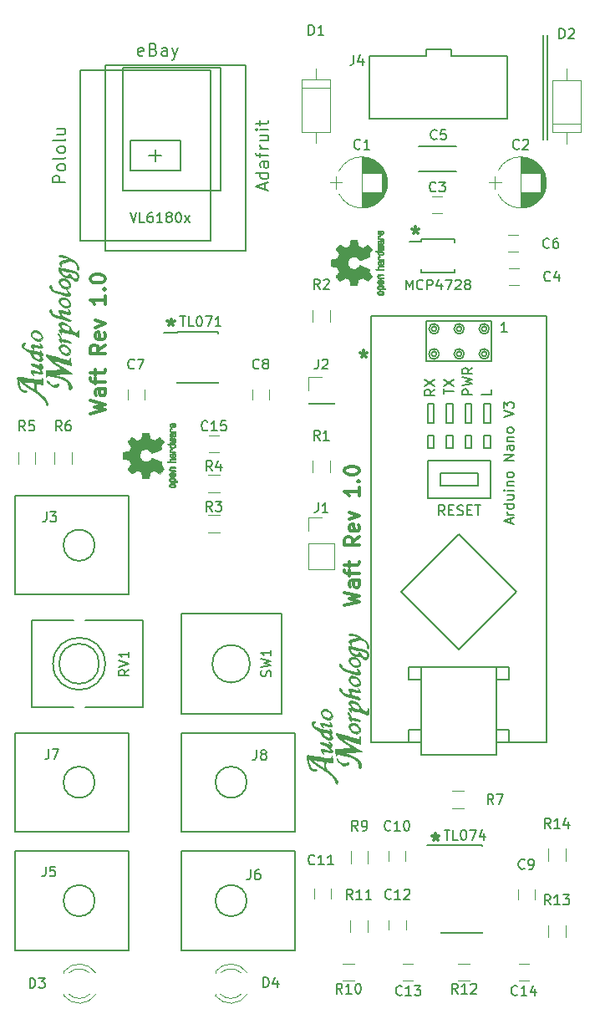
<source format=gbr>
G04 #@! TF.FileFunction,Legend,Top*
%FSLAX46Y46*%
G04 Gerber Fmt 4.6, Leading zero omitted, Abs format (unit mm)*
G04 Created by KiCad (PCBNEW 4.0.7-e2-6376~58~ubuntu16.04.1) date Mon Jan 22 09:14:14 2018*
%MOMM*%
%LPD*%
G01*
G04 APERTURE LIST*
%ADD10C,0.100000*%
%ADD11C,0.300000*%
%ADD12C,0.200000*%
%ADD13C,0.150000*%
%ADD14C,0.120000*%
%ADD15C,0.010000*%
G04 APERTURE END LIST*
D10*
D11*
X76472701Y-88673971D02*
X76472701Y-89031114D01*
X76115558Y-88888257D02*
X76472701Y-89031114D01*
X76829843Y-88888257D01*
X76258415Y-89316829D02*
X76472701Y-89031114D01*
X76686986Y-89316829D01*
X81730501Y-76151771D02*
X81730501Y-76508914D01*
X81373358Y-76366057D02*
X81730501Y-76508914D01*
X82087643Y-76366057D01*
X81516215Y-76794629D02*
X81730501Y-76508914D01*
X81944786Y-76794629D01*
X83762501Y-137594371D02*
X83762501Y-137951514D01*
X83405358Y-137808657D02*
X83762501Y-137951514D01*
X84119643Y-137808657D01*
X83548215Y-138237229D02*
X83762501Y-137951514D01*
X83976786Y-138237229D01*
X56965501Y-85486271D02*
X56965501Y-85843414D01*
X56608358Y-85700557D02*
X56965501Y-85843414D01*
X57322643Y-85700557D01*
X56751215Y-86129129D02*
X56965501Y-85843414D01*
X57179786Y-86129129D01*
X48790771Y-95042828D02*
X50290771Y-94685685D01*
X49219343Y-94399971D01*
X50290771Y-94114257D01*
X48790771Y-93757114D01*
X50290771Y-92542828D02*
X49505057Y-92542828D01*
X49362200Y-92614257D01*
X49290771Y-92757114D01*
X49290771Y-93042828D01*
X49362200Y-93185685D01*
X50219343Y-92542828D02*
X50290771Y-92685685D01*
X50290771Y-93042828D01*
X50219343Y-93185685D01*
X50076486Y-93257114D01*
X49933629Y-93257114D01*
X49790771Y-93185685D01*
X49719343Y-93042828D01*
X49719343Y-92685685D01*
X49647914Y-92542828D01*
X49290771Y-92042828D02*
X49290771Y-91471399D01*
X50290771Y-91828542D02*
X49005057Y-91828542D01*
X48862200Y-91757114D01*
X48790771Y-91614256D01*
X48790771Y-91471399D01*
X49290771Y-91185685D02*
X49290771Y-90614256D01*
X48790771Y-90971399D02*
X50076486Y-90971399D01*
X50219343Y-90899971D01*
X50290771Y-90757113D01*
X50290771Y-90614256D01*
X50290771Y-88114256D02*
X49576486Y-88614256D01*
X50290771Y-88971399D02*
X48790771Y-88971399D01*
X48790771Y-88399971D01*
X48862200Y-88257113D01*
X48933629Y-88185685D01*
X49076486Y-88114256D01*
X49290771Y-88114256D01*
X49433629Y-88185685D01*
X49505057Y-88257113D01*
X49576486Y-88399971D01*
X49576486Y-88971399D01*
X50219343Y-86899971D02*
X50290771Y-87042828D01*
X50290771Y-87328542D01*
X50219343Y-87471399D01*
X50076486Y-87542828D01*
X49505057Y-87542828D01*
X49362200Y-87471399D01*
X49290771Y-87328542D01*
X49290771Y-87042828D01*
X49362200Y-86899971D01*
X49505057Y-86828542D01*
X49647914Y-86828542D01*
X49790771Y-87542828D01*
X49290771Y-86328542D02*
X50290771Y-85971399D01*
X49290771Y-85614257D01*
X50290771Y-83114257D02*
X50290771Y-83971400D01*
X50290771Y-83542828D02*
X48790771Y-83542828D01*
X49005057Y-83685685D01*
X49147914Y-83828543D01*
X49219343Y-83971400D01*
X50147914Y-82471400D02*
X50219343Y-82399972D01*
X50290771Y-82471400D01*
X50219343Y-82542829D01*
X50147914Y-82471400D01*
X50290771Y-82471400D01*
X48790771Y-81471400D02*
X48790771Y-81328543D01*
X48862200Y-81185686D01*
X48933629Y-81114257D01*
X49076486Y-81042828D01*
X49362200Y-80971400D01*
X49719343Y-80971400D01*
X50005057Y-81042828D01*
X50147914Y-81114257D01*
X50219343Y-81185686D01*
X50290771Y-81328543D01*
X50290771Y-81471400D01*
X50219343Y-81614257D01*
X50147914Y-81685686D01*
X50005057Y-81757114D01*
X49719343Y-81828543D01*
X49362200Y-81828543D01*
X49076486Y-81757114D01*
X48933629Y-81685686D01*
X48862200Y-81614257D01*
X48790771Y-81471400D01*
X74559071Y-114473828D02*
X76059071Y-114116685D01*
X74987643Y-113830971D01*
X76059071Y-113545257D01*
X74559071Y-113188114D01*
X76059071Y-111973828D02*
X75273357Y-111973828D01*
X75130500Y-112045257D01*
X75059071Y-112188114D01*
X75059071Y-112473828D01*
X75130500Y-112616685D01*
X75987643Y-111973828D02*
X76059071Y-112116685D01*
X76059071Y-112473828D01*
X75987643Y-112616685D01*
X75844786Y-112688114D01*
X75701929Y-112688114D01*
X75559071Y-112616685D01*
X75487643Y-112473828D01*
X75487643Y-112116685D01*
X75416214Y-111973828D01*
X75059071Y-111473828D02*
X75059071Y-110902399D01*
X76059071Y-111259542D02*
X74773357Y-111259542D01*
X74630500Y-111188114D01*
X74559071Y-111045256D01*
X74559071Y-110902399D01*
X75059071Y-110616685D02*
X75059071Y-110045256D01*
X74559071Y-110402399D02*
X75844786Y-110402399D01*
X75987643Y-110330971D01*
X76059071Y-110188113D01*
X76059071Y-110045256D01*
X76059071Y-107545256D02*
X75344786Y-108045256D01*
X76059071Y-108402399D02*
X74559071Y-108402399D01*
X74559071Y-107830971D01*
X74630500Y-107688113D01*
X74701929Y-107616685D01*
X74844786Y-107545256D01*
X75059071Y-107545256D01*
X75201929Y-107616685D01*
X75273357Y-107688113D01*
X75344786Y-107830971D01*
X75344786Y-108402399D01*
X75987643Y-106330971D02*
X76059071Y-106473828D01*
X76059071Y-106759542D01*
X75987643Y-106902399D01*
X75844786Y-106973828D01*
X75273357Y-106973828D01*
X75130500Y-106902399D01*
X75059071Y-106759542D01*
X75059071Y-106473828D01*
X75130500Y-106330971D01*
X75273357Y-106259542D01*
X75416214Y-106259542D01*
X75559071Y-106973828D01*
X75059071Y-105759542D02*
X76059071Y-105402399D01*
X75059071Y-105045257D01*
X76059071Y-102545257D02*
X76059071Y-103402400D01*
X76059071Y-102973828D02*
X74559071Y-102973828D01*
X74773357Y-103116685D01*
X74916214Y-103259543D01*
X74987643Y-103402400D01*
X75916214Y-101902400D02*
X75987643Y-101830972D01*
X76059071Y-101902400D01*
X75987643Y-101973829D01*
X75916214Y-101902400D01*
X76059071Y-101902400D01*
X74559071Y-100902400D02*
X74559071Y-100759543D01*
X74630500Y-100616686D01*
X74701929Y-100545257D01*
X74844786Y-100473828D01*
X75130500Y-100402400D01*
X75487643Y-100402400D01*
X75773357Y-100473828D01*
X75916214Y-100545257D01*
X75987643Y-100616686D01*
X76059071Y-100759543D01*
X76059071Y-100902400D01*
X75987643Y-101045257D01*
X75916214Y-101116686D01*
X75773357Y-101188114D01*
X75487643Y-101259543D01*
X75130500Y-101259543D01*
X74844786Y-101188114D01*
X74701929Y-101116686D01*
X74630500Y-101045257D01*
X74559071Y-100902400D01*
D12*
X94650000Y-56700000D02*
X94650000Y-67300000D01*
X95100000Y-67300000D02*
X95100000Y-56700000D01*
X95100000Y-56750000D02*
X95100000Y-67300000D01*
X56000000Y-68950000D02*
X54700000Y-68950000D01*
X55350000Y-68950000D02*
X56000000Y-68950000D01*
X55350000Y-69550000D02*
X55350000Y-68950000D01*
X55350000Y-68300000D02*
X55350000Y-69550000D01*
D13*
X89198000Y-89020000D02*
G75*
G03X89198000Y-89020000I-508000J0D01*
G01*
X86658000Y-89020000D02*
G75*
G03X86658000Y-89020000I-508000J0D01*
G01*
X84133634Y-89020000D02*
G75*
G03X84133634Y-89020000I-523634J0D01*
G01*
X89198000Y-86480000D02*
G75*
G03X89198000Y-86480000I-508000J0D01*
G01*
X86658000Y-86480000D02*
G75*
G03X86658000Y-86480000I-508000J0D01*
G01*
X84118000Y-86480000D02*
G75*
G03X84118000Y-86480000I-508000J0D01*
G01*
X89325000Y-97275000D02*
X88690000Y-97275000D01*
X89325000Y-98545000D02*
X89325000Y-97275000D01*
X88690000Y-98545000D02*
X89325000Y-98545000D01*
X88690000Y-97275000D02*
X88690000Y-98545000D01*
X87420000Y-97275000D02*
X86785000Y-97275000D01*
X87420000Y-98545000D02*
X87420000Y-97275000D01*
X86785000Y-98545000D02*
X87420000Y-98545000D01*
X86785000Y-97275000D02*
X86785000Y-98545000D01*
X85515000Y-97275000D02*
X84880000Y-97275000D01*
X85515000Y-98545000D02*
X85515000Y-97275000D01*
X84880000Y-98545000D02*
X85515000Y-98545000D01*
X84880000Y-97275000D02*
X84880000Y-98545000D01*
X83610000Y-97275000D02*
X82975000Y-97275000D01*
X83610000Y-98545000D02*
X83610000Y-97275000D01*
X82975000Y-98545000D02*
X83610000Y-98545000D01*
X82975000Y-97275000D02*
X82975000Y-98545000D01*
X82975000Y-94100000D02*
X83610000Y-94100000D01*
X82975000Y-96005000D02*
X82975000Y-94100000D01*
X83610000Y-96005000D02*
X82975000Y-96005000D01*
X83610000Y-94100000D02*
X83610000Y-96005000D01*
X89325000Y-94100000D02*
X88690000Y-94100000D01*
X89325000Y-96005000D02*
X89325000Y-94100000D01*
X88690000Y-96005000D02*
X89325000Y-96005000D01*
X88690000Y-94100000D02*
X88690000Y-96005000D01*
X87420000Y-94100000D02*
X86785000Y-94100000D01*
X87420000Y-96005000D02*
X87420000Y-94100000D01*
X86785000Y-96005000D02*
X87420000Y-96005000D01*
X86785000Y-94100000D02*
X86785000Y-96005000D01*
X84880000Y-94100000D02*
X85515000Y-94100000D01*
X84880000Y-96005000D02*
X84880000Y-94100000D01*
X85515000Y-96005000D02*
X84880000Y-96005000D01*
X85515000Y-94100000D02*
X85515000Y-96005000D01*
X89960000Y-128390000D02*
X95040000Y-128390000D01*
X77260000Y-128390000D02*
X82340000Y-128390000D01*
X91230000Y-127120000D02*
X91230000Y-128390000D01*
X89960000Y-127120000D02*
X91230000Y-127120000D01*
X81070000Y-127120000D02*
X81070000Y-128390000D01*
X82340000Y-127120000D02*
X81070000Y-127120000D01*
X81070000Y-122040000D02*
X82340000Y-122040000D01*
X81070000Y-120770000D02*
X81070000Y-122040000D01*
X82340000Y-120770000D02*
X81070000Y-120770000D01*
X91230000Y-122040000D02*
X89960000Y-122040000D01*
X91230000Y-120770000D02*
X91230000Y-122040000D01*
X89960000Y-120770000D02*
X91230000Y-120770000D01*
X89960000Y-129660000D02*
X89960000Y-120770000D01*
X82340000Y-129660000D02*
X89960000Y-129660000D01*
X82340000Y-120770000D02*
X82340000Y-129660000D01*
X82340000Y-120770000D02*
X89960000Y-120770000D01*
X88055000Y-101085000D02*
X84245000Y-101085000D01*
X88055000Y-102355000D02*
X88055000Y-101085000D01*
X84245000Y-102355000D02*
X88055000Y-102355000D01*
X84245000Y-101085000D02*
X84245000Y-102355000D01*
X82975000Y-99815000D02*
X89325000Y-99815000D01*
X82975000Y-103625000D02*
X82975000Y-99815000D01*
X89325000Y-103625000D02*
X82975000Y-103625000D01*
X89325000Y-99815000D02*
X89325000Y-103625000D01*
X77260000Y-128390000D02*
X77260000Y-85210000D01*
X95040000Y-85210000D02*
X95040000Y-128390000D01*
X77260000Y-85210000D02*
X95040000Y-85210000D01*
X86150000Y-107308000D02*
X91992000Y-113150000D01*
X80308000Y-113150000D02*
X86150000Y-107308000D01*
X86150000Y-118992000D02*
X80308000Y-113150000D01*
X91992000Y-113150000D02*
X86150000Y-118992000D01*
X89452000Y-85718000D02*
X82848000Y-85718000D01*
X89452000Y-89782000D02*
X89452000Y-85718000D01*
X82848000Y-89782000D02*
X89452000Y-89782000D01*
X82848000Y-85718000D02*
X82848000Y-89782000D01*
X83864000Y-86480000D02*
G75*
G03X83864000Y-86480000I-254000J0D01*
G01*
X86404000Y-86480000D02*
G75*
G03X86404000Y-86480000I-254000J0D01*
G01*
X88944000Y-86480000D02*
G75*
G03X88944000Y-86480000I-254000J0D01*
G01*
X88944000Y-89020000D02*
G75*
G03X88944000Y-89020000I-254000J0D01*
G01*
X86404000Y-89020000D02*
G75*
G03X86404000Y-89020000I-254000J0D01*
G01*
X83864000Y-89020000D02*
G75*
G03X83864000Y-89020000I-254000J0D01*
G01*
D14*
X78605722Y-70470277D02*
G75*
G03X73994420Y-70470000I-2305722J-1179723D01*
G01*
X78605722Y-72829723D02*
G75*
G02X73994420Y-72830000I-2305722J1179723D01*
G01*
X78605722Y-72829723D02*
G75*
G03X78605580Y-70470000I-2305722J1179723D01*
G01*
X76300000Y-69100000D02*
X76300000Y-74200000D01*
X76340000Y-69100000D02*
X76340000Y-70670000D01*
X76340000Y-72630000D02*
X76340000Y-74200000D01*
X76380000Y-69101000D02*
X76380000Y-70670000D01*
X76380000Y-72630000D02*
X76380000Y-74199000D01*
X76420000Y-69102000D02*
X76420000Y-70670000D01*
X76420000Y-72630000D02*
X76420000Y-74198000D01*
X76460000Y-69104000D02*
X76460000Y-70670000D01*
X76460000Y-72630000D02*
X76460000Y-74196000D01*
X76500000Y-69107000D02*
X76500000Y-70670000D01*
X76500000Y-72630000D02*
X76500000Y-74193000D01*
X76540000Y-69111000D02*
X76540000Y-70670000D01*
X76540000Y-72630000D02*
X76540000Y-74189000D01*
X76580000Y-69115000D02*
X76580000Y-70670000D01*
X76580000Y-72630000D02*
X76580000Y-74185000D01*
X76620000Y-69119000D02*
X76620000Y-70670000D01*
X76620000Y-72630000D02*
X76620000Y-74181000D01*
X76660000Y-69125000D02*
X76660000Y-70670000D01*
X76660000Y-72630000D02*
X76660000Y-74175000D01*
X76700000Y-69131000D02*
X76700000Y-70670000D01*
X76700000Y-72630000D02*
X76700000Y-74169000D01*
X76740000Y-69137000D02*
X76740000Y-70670000D01*
X76740000Y-72630000D02*
X76740000Y-74163000D01*
X76780000Y-69144000D02*
X76780000Y-70670000D01*
X76780000Y-72630000D02*
X76780000Y-74156000D01*
X76820000Y-69152000D02*
X76820000Y-70670000D01*
X76820000Y-72630000D02*
X76820000Y-74148000D01*
X76860000Y-69161000D02*
X76860000Y-70670000D01*
X76860000Y-72630000D02*
X76860000Y-74139000D01*
X76900000Y-69170000D02*
X76900000Y-70670000D01*
X76900000Y-72630000D02*
X76900000Y-74130000D01*
X76940000Y-69180000D02*
X76940000Y-70670000D01*
X76940000Y-72630000D02*
X76940000Y-74120000D01*
X76980000Y-69190000D02*
X76980000Y-70670000D01*
X76980000Y-72630000D02*
X76980000Y-74110000D01*
X77021000Y-69202000D02*
X77021000Y-70670000D01*
X77021000Y-72630000D02*
X77021000Y-74098000D01*
X77061000Y-69214000D02*
X77061000Y-70670000D01*
X77061000Y-72630000D02*
X77061000Y-74086000D01*
X77101000Y-69226000D02*
X77101000Y-70670000D01*
X77101000Y-72630000D02*
X77101000Y-74074000D01*
X77141000Y-69240000D02*
X77141000Y-70670000D01*
X77141000Y-72630000D02*
X77141000Y-74060000D01*
X77181000Y-69254000D02*
X77181000Y-70670000D01*
X77181000Y-72630000D02*
X77181000Y-74046000D01*
X77221000Y-69268000D02*
X77221000Y-70670000D01*
X77221000Y-72630000D02*
X77221000Y-74032000D01*
X77261000Y-69284000D02*
X77261000Y-70670000D01*
X77261000Y-72630000D02*
X77261000Y-74016000D01*
X77301000Y-69300000D02*
X77301000Y-70670000D01*
X77301000Y-72630000D02*
X77301000Y-74000000D01*
X77341000Y-69317000D02*
X77341000Y-70670000D01*
X77341000Y-72630000D02*
X77341000Y-73983000D01*
X77381000Y-69335000D02*
X77381000Y-70670000D01*
X77381000Y-72630000D02*
X77381000Y-73965000D01*
X77421000Y-69354000D02*
X77421000Y-70670000D01*
X77421000Y-72630000D02*
X77421000Y-73946000D01*
X77461000Y-69374000D02*
X77461000Y-70670000D01*
X77461000Y-72630000D02*
X77461000Y-73926000D01*
X77501000Y-69394000D02*
X77501000Y-70670000D01*
X77501000Y-72630000D02*
X77501000Y-73906000D01*
X77541000Y-69416000D02*
X77541000Y-70670000D01*
X77541000Y-72630000D02*
X77541000Y-73884000D01*
X77581000Y-69438000D02*
X77581000Y-70670000D01*
X77581000Y-72630000D02*
X77581000Y-73862000D01*
X77621000Y-69461000D02*
X77621000Y-70670000D01*
X77621000Y-72630000D02*
X77621000Y-73839000D01*
X77661000Y-69485000D02*
X77661000Y-70670000D01*
X77661000Y-72630000D02*
X77661000Y-73815000D01*
X77701000Y-69510000D02*
X77701000Y-70670000D01*
X77701000Y-72630000D02*
X77701000Y-73790000D01*
X77741000Y-69537000D02*
X77741000Y-70670000D01*
X77741000Y-72630000D02*
X77741000Y-73763000D01*
X77781000Y-69564000D02*
X77781000Y-70670000D01*
X77781000Y-72630000D02*
X77781000Y-73736000D01*
X77821000Y-69592000D02*
X77821000Y-70670000D01*
X77821000Y-72630000D02*
X77821000Y-73708000D01*
X77861000Y-69622000D02*
X77861000Y-70670000D01*
X77861000Y-72630000D02*
X77861000Y-73678000D01*
X77901000Y-69653000D02*
X77901000Y-70670000D01*
X77901000Y-72630000D02*
X77901000Y-73647000D01*
X77941000Y-69685000D02*
X77941000Y-70670000D01*
X77941000Y-72630000D02*
X77941000Y-73615000D01*
X77981000Y-69718000D02*
X77981000Y-70670000D01*
X77981000Y-72630000D02*
X77981000Y-73582000D01*
X78021000Y-69753000D02*
X78021000Y-70670000D01*
X78021000Y-72630000D02*
X78021000Y-73547000D01*
X78061000Y-69789000D02*
X78061000Y-70670000D01*
X78061000Y-72630000D02*
X78061000Y-73511000D01*
X78101000Y-69827000D02*
X78101000Y-70670000D01*
X78101000Y-72630000D02*
X78101000Y-73473000D01*
X78141000Y-69867000D02*
X78141000Y-70670000D01*
X78141000Y-72630000D02*
X78141000Y-73433000D01*
X78181000Y-69908000D02*
X78181000Y-70670000D01*
X78181000Y-72630000D02*
X78181000Y-73392000D01*
X78221000Y-69951000D02*
X78221000Y-70670000D01*
X78221000Y-72630000D02*
X78221000Y-73349000D01*
X78261000Y-69996000D02*
X78261000Y-70670000D01*
X78261000Y-72630000D02*
X78261000Y-73304000D01*
X78301000Y-70044000D02*
X78301000Y-73256000D01*
X78341000Y-70094000D02*
X78341000Y-73206000D01*
X78381000Y-70146000D02*
X78381000Y-73154000D01*
X78421000Y-70202000D02*
X78421000Y-73098000D01*
X78461000Y-70260000D02*
X78461000Y-73040000D01*
X78501000Y-70323000D02*
X78501000Y-72977000D01*
X78541000Y-70389000D02*
X78541000Y-72911000D01*
X78581000Y-70461000D02*
X78581000Y-72839000D01*
X78621000Y-70538000D02*
X78621000Y-72762000D01*
X78661000Y-70622000D02*
X78661000Y-72678000D01*
X78701000Y-70716000D02*
X78701000Y-72584000D01*
X78741000Y-70821000D02*
X78741000Y-72479000D01*
X78781000Y-70943000D02*
X78781000Y-72357000D01*
X78821000Y-71091000D02*
X78821000Y-72209000D01*
X78861000Y-71296000D02*
X78861000Y-72004000D01*
X73100000Y-71650000D02*
X74300000Y-71650000D01*
X73700000Y-71000000D02*
X73700000Y-72300000D01*
X94705722Y-70470277D02*
G75*
G03X90094420Y-70470000I-2305722J-1179723D01*
G01*
X94705722Y-72829723D02*
G75*
G02X90094420Y-72830000I-2305722J1179723D01*
G01*
X94705722Y-72829723D02*
G75*
G03X94705580Y-70470000I-2305722J1179723D01*
G01*
X92400000Y-69100000D02*
X92400000Y-74200000D01*
X92440000Y-69100000D02*
X92440000Y-70670000D01*
X92440000Y-72630000D02*
X92440000Y-74200000D01*
X92480000Y-69101000D02*
X92480000Y-70670000D01*
X92480000Y-72630000D02*
X92480000Y-74199000D01*
X92520000Y-69102000D02*
X92520000Y-70670000D01*
X92520000Y-72630000D02*
X92520000Y-74198000D01*
X92560000Y-69104000D02*
X92560000Y-70670000D01*
X92560000Y-72630000D02*
X92560000Y-74196000D01*
X92600000Y-69107000D02*
X92600000Y-70670000D01*
X92600000Y-72630000D02*
X92600000Y-74193000D01*
X92640000Y-69111000D02*
X92640000Y-70670000D01*
X92640000Y-72630000D02*
X92640000Y-74189000D01*
X92680000Y-69115000D02*
X92680000Y-70670000D01*
X92680000Y-72630000D02*
X92680000Y-74185000D01*
X92720000Y-69119000D02*
X92720000Y-70670000D01*
X92720000Y-72630000D02*
X92720000Y-74181000D01*
X92760000Y-69125000D02*
X92760000Y-70670000D01*
X92760000Y-72630000D02*
X92760000Y-74175000D01*
X92800000Y-69131000D02*
X92800000Y-70670000D01*
X92800000Y-72630000D02*
X92800000Y-74169000D01*
X92840000Y-69137000D02*
X92840000Y-70670000D01*
X92840000Y-72630000D02*
X92840000Y-74163000D01*
X92880000Y-69144000D02*
X92880000Y-70670000D01*
X92880000Y-72630000D02*
X92880000Y-74156000D01*
X92920000Y-69152000D02*
X92920000Y-70670000D01*
X92920000Y-72630000D02*
X92920000Y-74148000D01*
X92960000Y-69161000D02*
X92960000Y-70670000D01*
X92960000Y-72630000D02*
X92960000Y-74139000D01*
X93000000Y-69170000D02*
X93000000Y-70670000D01*
X93000000Y-72630000D02*
X93000000Y-74130000D01*
X93040000Y-69180000D02*
X93040000Y-70670000D01*
X93040000Y-72630000D02*
X93040000Y-74120000D01*
X93080000Y-69190000D02*
X93080000Y-70670000D01*
X93080000Y-72630000D02*
X93080000Y-74110000D01*
X93121000Y-69202000D02*
X93121000Y-70670000D01*
X93121000Y-72630000D02*
X93121000Y-74098000D01*
X93161000Y-69214000D02*
X93161000Y-70670000D01*
X93161000Y-72630000D02*
X93161000Y-74086000D01*
X93201000Y-69226000D02*
X93201000Y-70670000D01*
X93201000Y-72630000D02*
X93201000Y-74074000D01*
X93241000Y-69240000D02*
X93241000Y-70670000D01*
X93241000Y-72630000D02*
X93241000Y-74060000D01*
X93281000Y-69254000D02*
X93281000Y-70670000D01*
X93281000Y-72630000D02*
X93281000Y-74046000D01*
X93321000Y-69268000D02*
X93321000Y-70670000D01*
X93321000Y-72630000D02*
X93321000Y-74032000D01*
X93361000Y-69284000D02*
X93361000Y-70670000D01*
X93361000Y-72630000D02*
X93361000Y-74016000D01*
X93401000Y-69300000D02*
X93401000Y-70670000D01*
X93401000Y-72630000D02*
X93401000Y-74000000D01*
X93441000Y-69317000D02*
X93441000Y-70670000D01*
X93441000Y-72630000D02*
X93441000Y-73983000D01*
X93481000Y-69335000D02*
X93481000Y-70670000D01*
X93481000Y-72630000D02*
X93481000Y-73965000D01*
X93521000Y-69354000D02*
X93521000Y-70670000D01*
X93521000Y-72630000D02*
X93521000Y-73946000D01*
X93561000Y-69374000D02*
X93561000Y-70670000D01*
X93561000Y-72630000D02*
X93561000Y-73926000D01*
X93601000Y-69394000D02*
X93601000Y-70670000D01*
X93601000Y-72630000D02*
X93601000Y-73906000D01*
X93641000Y-69416000D02*
X93641000Y-70670000D01*
X93641000Y-72630000D02*
X93641000Y-73884000D01*
X93681000Y-69438000D02*
X93681000Y-70670000D01*
X93681000Y-72630000D02*
X93681000Y-73862000D01*
X93721000Y-69461000D02*
X93721000Y-70670000D01*
X93721000Y-72630000D02*
X93721000Y-73839000D01*
X93761000Y-69485000D02*
X93761000Y-70670000D01*
X93761000Y-72630000D02*
X93761000Y-73815000D01*
X93801000Y-69510000D02*
X93801000Y-70670000D01*
X93801000Y-72630000D02*
X93801000Y-73790000D01*
X93841000Y-69537000D02*
X93841000Y-70670000D01*
X93841000Y-72630000D02*
X93841000Y-73763000D01*
X93881000Y-69564000D02*
X93881000Y-70670000D01*
X93881000Y-72630000D02*
X93881000Y-73736000D01*
X93921000Y-69592000D02*
X93921000Y-70670000D01*
X93921000Y-72630000D02*
X93921000Y-73708000D01*
X93961000Y-69622000D02*
X93961000Y-70670000D01*
X93961000Y-72630000D02*
X93961000Y-73678000D01*
X94001000Y-69653000D02*
X94001000Y-70670000D01*
X94001000Y-72630000D02*
X94001000Y-73647000D01*
X94041000Y-69685000D02*
X94041000Y-70670000D01*
X94041000Y-72630000D02*
X94041000Y-73615000D01*
X94081000Y-69718000D02*
X94081000Y-70670000D01*
X94081000Y-72630000D02*
X94081000Y-73582000D01*
X94121000Y-69753000D02*
X94121000Y-70670000D01*
X94121000Y-72630000D02*
X94121000Y-73547000D01*
X94161000Y-69789000D02*
X94161000Y-70670000D01*
X94161000Y-72630000D02*
X94161000Y-73511000D01*
X94201000Y-69827000D02*
X94201000Y-70670000D01*
X94201000Y-72630000D02*
X94201000Y-73473000D01*
X94241000Y-69867000D02*
X94241000Y-70670000D01*
X94241000Y-72630000D02*
X94241000Y-73433000D01*
X94281000Y-69908000D02*
X94281000Y-70670000D01*
X94281000Y-72630000D02*
X94281000Y-73392000D01*
X94321000Y-69951000D02*
X94321000Y-70670000D01*
X94321000Y-72630000D02*
X94321000Y-73349000D01*
X94361000Y-69996000D02*
X94361000Y-70670000D01*
X94361000Y-72630000D02*
X94361000Y-73304000D01*
X94401000Y-70044000D02*
X94401000Y-73256000D01*
X94441000Y-70094000D02*
X94441000Y-73206000D01*
X94481000Y-70146000D02*
X94481000Y-73154000D01*
X94521000Y-70202000D02*
X94521000Y-73098000D01*
X94561000Y-70260000D02*
X94561000Y-73040000D01*
X94601000Y-70323000D02*
X94601000Y-72977000D01*
X94641000Y-70389000D02*
X94641000Y-72911000D01*
X94681000Y-70461000D02*
X94681000Y-72839000D01*
X94721000Y-70538000D02*
X94721000Y-72762000D01*
X94761000Y-70622000D02*
X94761000Y-72678000D01*
X94801000Y-70716000D02*
X94801000Y-72584000D01*
X94841000Y-70821000D02*
X94841000Y-72479000D01*
X94881000Y-70943000D02*
X94881000Y-72357000D01*
X94921000Y-71091000D02*
X94921000Y-72209000D01*
X94961000Y-71296000D02*
X94961000Y-72004000D01*
X89200000Y-71650000D02*
X90400000Y-71650000D01*
X89800000Y-71000000D02*
X89800000Y-72300000D01*
X84450000Y-73050000D02*
X83450000Y-73050000D01*
X83450000Y-74750000D02*
X84450000Y-74750000D01*
X92200000Y-80350000D02*
X91200000Y-80350000D01*
X91200000Y-82050000D02*
X92200000Y-82050000D01*
D13*
X82080000Y-70520000D02*
X85890000Y-70520000D01*
X82080000Y-67980000D02*
X85890000Y-67980000D01*
D14*
X92150000Y-77000000D02*
X91150000Y-77000000D01*
X91150000Y-78700000D02*
X92150000Y-78700000D01*
X54250000Y-93650000D02*
X54250000Y-92650000D01*
X52550000Y-92650000D02*
X52550000Y-93650000D01*
X65200000Y-92650000D02*
X65200000Y-93650000D01*
X66900000Y-93650000D02*
X66900000Y-92650000D01*
X93800000Y-144300000D02*
X93800000Y-143300000D01*
X92100000Y-143300000D02*
X92100000Y-144300000D01*
X80700000Y-140400000D02*
X80700000Y-139400000D01*
X79000000Y-139400000D02*
X79000000Y-140400000D01*
X71450000Y-143200000D02*
X71450000Y-144200000D01*
X73150000Y-144200000D02*
X73150000Y-143200000D01*
X79050000Y-146350000D02*
X79050000Y-147350000D01*
X80750000Y-147350000D02*
X80750000Y-146350000D01*
X80450000Y-152500000D02*
X81450000Y-152500000D01*
X81450000Y-150800000D02*
X80450000Y-150800000D01*
X92250000Y-152500000D02*
X93250000Y-152500000D01*
X93250000Y-150800000D02*
X92250000Y-150800000D01*
X60800000Y-98950000D02*
X61800000Y-98950000D01*
X61800000Y-97250000D02*
X60800000Y-97250000D01*
X73060000Y-61220000D02*
X70240000Y-61220000D01*
X70240000Y-61220000D02*
X70240000Y-66540000D01*
X70240000Y-66540000D02*
X73060000Y-66540000D01*
X73060000Y-66540000D02*
X73060000Y-61220000D01*
X71650000Y-60080000D02*
X71650000Y-61220000D01*
X71650000Y-67680000D02*
X71650000Y-66540000D01*
X73060000Y-62060000D02*
X70240000Y-62060000D01*
X95640000Y-66580000D02*
X98460000Y-66580000D01*
X98460000Y-66580000D02*
X98460000Y-61260000D01*
X98460000Y-61260000D02*
X95640000Y-61260000D01*
X95640000Y-61260000D02*
X95640000Y-66580000D01*
X97050000Y-67720000D02*
X97050000Y-66580000D01*
X97050000Y-60120000D02*
X97050000Y-61260000D01*
X95640000Y-65740000D02*
X98460000Y-65740000D01*
X49342335Y-151721392D02*
G75*
G03X46110000Y-151564484I-1672335J-1078608D01*
G01*
X49342335Y-153878608D02*
G75*
G02X46110000Y-154035516I-1672335J1078608D01*
G01*
X48711130Y-151720163D02*
G75*
G03X46629039Y-151720000I-1041130J-1079837D01*
G01*
X48711130Y-153879837D02*
G75*
G02X46629039Y-153880000I-1041130J1079837D01*
G01*
X46110000Y-151564000D02*
X46110000Y-151720000D01*
X46110000Y-153880000D02*
X46110000Y-154036000D01*
X64692335Y-151721392D02*
G75*
G03X61460000Y-151564484I-1672335J-1078608D01*
G01*
X64692335Y-153878608D02*
G75*
G02X61460000Y-154035516I-1672335J1078608D01*
G01*
X64061130Y-151720163D02*
G75*
G03X61979039Y-151720000I-1041130J-1079837D01*
G01*
X64061130Y-153879837D02*
G75*
G02X61979039Y-153880000I-1041130J1079837D01*
G01*
X61460000Y-151564000D02*
X61460000Y-151720000D01*
X61460000Y-153880000D02*
X61460000Y-154036000D01*
D13*
X63986000Y-59806000D02*
X50270000Y-59806000D01*
X50270000Y-59806000D02*
X50270000Y-78602000D01*
X50270000Y-78602000D02*
X64494000Y-78602000D01*
X64494000Y-78602000D02*
X64494000Y-59806000D01*
X64494000Y-59806000D02*
X63986000Y-59806000D01*
X52048000Y-60060000D02*
X52048000Y-72506000D01*
X52048000Y-72506000D02*
X61954000Y-72506000D01*
X61954000Y-72506000D02*
X61954000Y-60060000D01*
X61954000Y-60060000D02*
X52048000Y-60060000D01*
X47730000Y-60314000D02*
X47730000Y-77586000D01*
X47730000Y-77586000D02*
X60938000Y-77586000D01*
X60938000Y-77586000D02*
X60938000Y-60314000D01*
X60938000Y-60314000D02*
X47730000Y-60314000D01*
X52810000Y-67426000D02*
X57890000Y-67426000D01*
X57890000Y-67426000D02*
X57890000Y-70474000D01*
X57890000Y-70474000D02*
X52810000Y-70474000D01*
X52810000Y-70474000D02*
X52810000Y-67426000D01*
D14*
X70870000Y-110820000D02*
X73530000Y-110820000D01*
X70870000Y-108220000D02*
X70870000Y-110820000D01*
X73530000Y-108220000D02*
X73530000Y-110820000D01*
X70870000Y-108220000D02*
X73530000Y-108220000D01*
X70870000Y-106950000D02*
X70870000Y-105620000D01*
X70870000Y-105620000D02*
X72200000Y-105620000D01*
X70870000Y-94030000D02*
X73530000Y-94030000D01*
X70870000Y-93970000D02*
X70870000Y-94030000D01*
X73530000Y-93970000D02*
X73530000Y-94030000D01*
X70870000Y-93970000D02*
X73530000Y-93970000D01*
X70870000Y-92700000D02*
X70870000Y-91370000D01*
X70870000Y-91370000D02*
X72200000Y-91370000D01*
D13*
X41150000Y-113400000D02*
X52650000Y-113400000D01*
X52650000Y-113400000D02*
X52650000Y-103400000D01*
X52650000Y-103400000D02*
X41150000Y-103400000D01*
X41150000Y-103400000D02*
X41150000Y-113400000D01*
X49231139Y-108400000D02*
G75*
G03X49231139Y-108400000I-1581139J0D01*
G01*
X82780000Y-58825000D02*
X82780000Y-58190000D01*
X82780000Y-58190000D02*
X85320000Y-58190000D01*
X85320000Y-58190000D02*
X85320000Y-58825000D01*
X82780000Y-58825000D02*
X77065000Y-58825000D01*
X77065000Y-58825000D02*
X77065000Y-65175000D01*
X77065000Y-65175000D02*
X91035000Y-65175000D01*
X91035000Y-65175000D02*
X91035000Y-58825000D01*
X91035000Y-58825000D02*
X85320000Y-58825000D01*
X41150000Y-149400000D02*
X52650000Y-149400000D01*
X52650000Y-149400000D02*
X52650000Y-139400000D01*
X52650000Y-139400000D02*
X41150000Y-139400000D01*
X41150000Y-139400000D02*
X41150000Y-149400000D01*
X49231139Y-144400000D02*
G75*
G03X49231139Y-144400000I-1581139J0D01*
G01*
X69550000Y-139400000D02*
X58050000Y-139400000D01*
X58050000Y-139400000D02*
X58050000Y-149400000D01*
X58050000Y-149400000D02*
X69550000Y-149400000D01*
X69550000Y-149400000D02*
X69550000Y-139400000D01*
X64631139Y-144400000D02*
G75*
G03X64631139Y-144400000I-1581139J0D01*
G01*
X41150000Y-137400000D02*
X52650000Y-137400000D01*
X52650000Y-137400000D02*
X52650000Y-127400000D01*
X52650000Y-127400000D02*
X41150000Y-127400000D01*
X41150000Y-127400000D02*
X41150000Y-137400000D01*
X49231139Y-132400000D02*
G75*
G03X49231139Y-132400000I-1581139J0D01*
G01*
X69550000Y-127400000D02*
X58050000Y-127400000D01*
X58050000Y-127400000D02*
X58050000Y-137400000D01*
X58050000Y-137400000D02*
X69550000Y-137400000D01*
X69550000Y-137400000D02*
X69550000Y-127400000D01*
X64631139Y-132400000D02*
G75*
G03X64631139Y-132400000I-1581139J0D01*
G01*
D14*
X71320000Y-101050000D02*
X71320000Y-99850000D01*
X73080000Y-99850000D02*
X73080000Y-101050000D01*
X71320000Y-85750000D02*
X71320000Y-84550000D01*
X73080000Y-84550000D02*
X73080000Y-85750000D01*
X61900000Y-107130000D02*
X60700000Y-107130000D01*
X60700000Y-105370000D02*
X61900000Y-105370000D01*
X60700000Y-101270000D02*
X61900000Y-101270000D01*
X61900000Y-103030000D02*
X60700000Y-103030000D01*
X41470000Y-100150000D02*
X41470000Y-98950000D01*
X43230000Y-98950000D02*
X43230000Y-100150000D01*
X45170000Y-100150000D02*
X45170000Y-98950000D01*
X46930000Y-98950000D02*
X46930000Y-100150000D01*
X86650000Y-135030000D02*
X85450000Y-135030000D01*
X85450000Y-133270000D02*
X86650000Y-133270000D01*
X76930000Y-139400000D02*
X76930000Y-140600000D01*
X75170000Y-140600000D02*
X75170000Y-139400000D01*
X74350000Y-150770000D02*
X75550000Y-150770000D01*
X75550000Y-152530000D02*
X74350000Y-152530000D01*
X76880000Y-146350000D02*
X76880000Y-147550000D01*
X75120000Y-147550000D02*
X75120000Y-146350000D01*
X86050000Y-150770000D02*
X87250000Y-150770000D01*
X87250000Y-152530000D02*
X86050000Y-152530000D01*
X96930000Y-146900000D02*
X96930000Y-148100000D01*
X95170000Y-148100000D02*
X95170000Y-146900000D01*
X95170000Y-140350000D02*
X95170000Y-139150000D01*
X96930000Y-139150000D02*
X96930000Y-140350000D01*
D13*
X48250000Y-124800000D02*
X54150000Y-124800000D01*
X54150000Y-124800000D02*
X54150000Y-116000000D01*
X54150000Y-116000000D02*
X48250000Y-116000000D01*
X47050000Y-116000000D02*
X42850000Y-116000000D01*
X42850000Y-116000000D02*
X42850000Y-124800000D01*
X42850000Y-124800000D02*
X47050000Y-124800000D01*
X50291969Y-120400000D02*
G75*
G03X50291969Y-120400000I-2641969J0D01*
G01*
X49674846Y-120400000D02*
G75*
G03X49674846Y-120400000I-2024846J0D01*
G01*
X64955000Y-120400000D02*
G75*
G03X64955000Y-120400000I-1905000J0D01*
G01*
X57970000Y-115320000D02*
X57970000Y-125480000D01*
X57970000Y-125480000D02*
X68130000Y-125480000D01*
X68130000Y-125480000D02*
X68130000Y-115320000D01*
X68130000Y-115320000D02*
X57970000Y-115320000D01*
X82325000Y-77425000D02*
X82325000Y-77650000D01*
X85675000Y-77425000D02*
X85675000Y-77725000D01*
X85675000Y-80775000D02*
X85675000Y-80475000D01*
X82325000Y-80775000D02*
X82325000Y-80475000D01*
X82325000Y-77425000D02*
X85675000Y-77425000D01*
X82325000Y-80775000D02*
X85675000Y-80775000D01*
X82325000Y-77650000D02*
X81100000Y-77650000D01*
X57625000Y-86825000D02*
X57625000Y-86875000D01*
X61775000Y-86825000D02*
X61775000Y-86970000D01*
X61775000Y-91975000D02*
X61775000Y-91830000D01*
X57625000Y-91975000D02*
X57625000Y-91830000D01*
X57625000Y-86825000D02*
X61775000Y-86825000D01*
X57625000Y-91975000D02*
X61775000Y-91975000D01*
X57625000Y-86875000D02*
X56225000Y-86875000D01*
X84300000Y-138775000D02*
X84300000Y-138800000D01*
X88450000Y-138775000D02*
X88450000Y-138890000D01*
X88450000Y-147675000D02*
X88450000Y-147560000D01*
X84300000Y-147675000D02*
X84300000Y-147560000D01*
X84300000Y-138775000D02*
X88450000Y-138775000D01*
X84300000Y-147675000D02*
X88450000Y-147675000D01*
X84300000Y-138800000D02*
X82925000Y-138800000D01*
D15*
G36*
X74981029Y-124875511D02*
X75104146Y-124852200D01*
X75211237Y-124835732D01*
X75179244Y-124753836D01*
X75091824Y-124652785D01*
X74968703Y-124420924D01*
X75019302Y-124235011D01*
X75225687Y-124143656D01*
X75280616Y-124141000D01*
X75551954Y-124217708D01*
X75839896Y-124408227D01*
X76072060Y-124653151D01*
X76173988Y-124874229D01*
X76300430Y-125079627D01*
X76491337Y-125168362D01*
X76710905Y-125196090D01*
X76829466Y-125100716D01*
X76865896Y-125022802D01*
X76921205Y-124919825D01*
X76950031Y-124979196D01*
X76961331Y-125220831D01*
X76961559Y-125235543D01*
X76959499Y-125502763D01*
X76923431Y-125604586D01*
X76824655Y-125578746D01*
X76739400Y-125527641D01*
X76504696Y-125420276D01*
X76170969Y-125310413D01*
X76002800Y-125266705D01*
X75891927Y-125239951D01*
X75891927Y-125022306D01*
X75961168Y-124998934D01*
X76049302Y-124845972D01*
X75994821Y-124648072D01*
X75916916Y-124560444D01*
X75722725Y-124460142D01*
X75459716Y-124382904D01*
X75229587Y-124360563D01*
X75143468Y-124427931D01*
X75139200Y-124468154D01*
X75221503Y-124661329D01*
X75421402Y-124848437D01*
X75668382Y-124983940D01*
X75891927Y-125022306D01*
X75891927Y-125239951D01*
X75668140Y-125185950D01*
X75391559Y-125115044D01*
X75301630Y-125089882D01*
X75163076Y-125079082D01*
X75168418Y-125202463D01*
X75174880Y-125221476D01*
X75212290Y-125346310D01*
X75165897Y-125311461D01*
X75088649Y-125213782D01*
X74952804Y-124990710D01*
X74981029Y-124875511D01*
X74981029Y-124875511D01*
G37*
X74981029Y-124875511D02*
X75104146Y-124852200D01*
X75211237Y-124835732D01*
X75179244Y-124753836D01*
X75091824Y-124652785D01*
X74968703Y-124420924D01*
X75019302Y-124235011D01*
X75225687Y-124143656D01*
X75280616Y-124141000D01*
X75551954Y-124217708D01*
X75839896Y-124408227D01*
X76072060Y-124653151D01*
X76173988Y-124874229D01*
X76300430Y-125079627D01*
X76491337Y-125168362D01*
X76710905Y-125196090D01*
X76829466Y-125100716D01*
X76865896Y-125022802D01*
X76921205Y-124919825D01*
X76950031Y-124979196D01*
X76961331Y-125220831D01*
X76961559Y-125235543D01*
X76959499Y-125502763D01*
X76923431Y-125604586D01*
X76824655Y-125578746D01*
X76739400Y-125527641D01*
X76504696Y-125420276D01*
X76170969Y-125310413D01*
X76002800Y-125266705D01*
X75891927Y-125239951D01*
X75891927Y-125022306D01*
X75961168Y-124998934D01*
X76049302Y-124845972D01*
X75994821Y-124648072D01*
X75916916Y-124560444D01*
X75722725Y-124460142D01*
X75459716Y-124382904D01*
X75229587Y-124360563D01*
X75143468Y-124427931D01*
X75139200Y-124468154D01*
X75221503Y-124661329D01*
X75421402Y-124848437D01*
X75668382Y-124983940D01*
X75891927Y-125022306D01*
X75891927Y-125239951D01*
X75668140Y-125185950D01*
X75391559Y-125115044D01*
X75301630Y-125089882D01*
X75163076Y-125079082D01*
X75168418Y-125202463D01*
X75174880Y-125221476D01*
X75212290Y-125346310D01*
X75165897Y-125311461D01*
X75088649Y-125213782D01*
X74952804Y-124990710D01*
X74981029Y-124875511D01*
G36*
X74962281Y-118624765D02*
X75080250Y-118617172D01*
X75191350Y-118655114D01*
X75428974Y-118723481D01*
X75781149Y-118800479D01*
X76080350Y-118854163D01*
X76535376Y-118960952D01*
X76815900Y-119117162D01*
X76948454Y-119342615D01*
X76968000Y-119517299D01*
X76913213Y-119750699D01*
X76846080Y-119853480D01*
X76668583Y-119946878D01*
X76668583Y-119750295D01*
X76696378Y-119742221D01*
X76847553Y-119606474D01*
X76823284Y-119407422D01*
X76676121Y-119225094D01*
X76418621Y-119099310D01*
X76142721Y-119070434D01*
X75805572Y-119047311D01*
X75513585Y-118972887D01*
X75273686Y-118882265D01*
X75167169Y-118874670D01*
X75139978Y-118954656D01*
X75139200Y-119004439D01*
X75224382Y-119178211D01*
X75427972Y-119347254D01*
X75672036Y-119454496D01*
X75771406Y-119467400D01*
X75924904Y-119387542D01*
X75952000Y-119293438D01*
X75990324Y-119228207D01*
X76114301Y-119322499D01*
X76239178Y-119463470D01*
X76480298Y-119697082D01*
X76668583Y-119750295D01*
X76668583Y-119946878D01*
X76626969Y-119968776D01*
X76421918Y-119885518D01*
X76345288Y-119788961D01*
X76150461Y-119646701D01*
X76001866Y-119645912D01*
X75651478Y-119619434D01*
X75318711Y-119442220D01*
X75061881Y-119162444D01*
X74939305Y-118828285D01*
X74936000Y-118765395D01*
X74962281Y-118624765D01*
X74962281Y-118624765D01*
G37*
X74962281Y-118624765D02*
X75080250Y-118617172D01*
X75191350Y-118655114D01*
X75428974Y-118723481D01*
X75781149Y-118800479D01*
X76080350Y-118854163D01*
X76535376Y-118960952D01*
X76815900Y-119117162D01*
X76948454Y-119342615D01*
X76968000Y-119517299D01*
X76913213Y-119750699D01*
X76846080Y-119853480D01*
X76668583Y-119946878D01*
X76668583Y-119750295D01*
X76696378Y-119742221D01*
X76847553Y-119606474D01*
X76823284Y-119407422D01*
X76676121Y-119225094D01*
X76418621Y-119099310D01*
X76142721Y-119070434D01*
X75805572Y-119047311D01*
X75513585Y-118972887D01*
X75273686Y-118882265D01*
X75167169Y-118874670D01*
X75139978Y-118954656D01*
X75139200Y-119004439D01*
X75224382Y-119178211D01*
X75427972Y-119347254D01*
X75672036Y-119454496D01*
X75771406Y-119467400D01*
X75924904Y-119387542D01*
X75952000Y-119293438D01*
X75990324Y-119228207D01*
X76114301Y-119322499D01*
X76239178Y-119463470D01*
X76480298Y-119697082D01*
X76668583Y-119750295D01*
X76668583Y-119946878D01*
X76626969Y-119968776D01*
X76421918Y-119885518D01*
X76345288Y-119788961D01*
X76150461Y-119646701D01*
X76001866Y-119645912D01*
X75651478Y-119619434D01*
X75318711Y-119442220D01*
X75061881Y-119162444D01*
X74939305Y-118828285D01*
X74936000Y-118765395D01*
X74962281Y-118624765D01*
G36*
X75014010Y-117339960D02*
X75220315Y-117339327D01*
X75513321Y-117416821D01*
X75851437Y-117555765D01*
X76193071Y-117739480D01*
X76496630Y-117951286D01*
X76692751Y-118139877D01*
X76869538Y-118402244D01*
X76959957Y-118642487D01*
X76951779Y-118810051D01*
X76866400Y-118857800D01*
X76794851Y-118769567D01*
X76764801Y-118557206D01*
X76764800Y-118555343D01*
X76680497Y-118241011D01*
X76441248Y-118041371D01*
X76067537Y-117968580D01*
X75808092Y-117987616D01*
X75437313Y-118085415D01*
X75216410Y-118235283D01*
X75168731Y-118418945D01*
X75188787Y-118472350D01*
X75187647Y-118505874D01*
X75094564Y-118404709D01*
X74978953Y-118213083D01*
X75008627Y-118068256D01*
X75203264Y-117942525D01*
X75499714Y-117834257D01*
X75778452Y-117739086D01*
X75883793Y-117679397D01*
X75837741Y-117634921D01*
X75746370Y-117607044D01*
X75440518Y-117553531D01*
X75215400Y-117538388D01*
X75012604Y-117505491D01*
X74936000Y-117435400D01*
X75014010Y-117339960D01*
X75014010Y-117339960D01*
G37*
X75014010Y-117339960D02*
X75220315Y-117339327D01*
X75513321Y-117416821D01*
X75851437Y-117555765D01*
X76193071Y-117739480D01*
X76496630Y-117951286D01*
X76692751Y-118139877D01*
X76869538Y-118402244D01*
X76959957Y-118642487D01*
X76951779Y-118810051D01*
X76866400Y-118857800D01*
X76794851Y-118769567D01*
X76764801Y-118557206D01*
X76764800Y-118555343D01*
X76680497Y-118241011D01*
X76441248Y-118041371D01*
X76067537Y-117968580D01*
X75808092Y-117987616D01*
X75437313Y-118085415D01*
X75216410Y-118235283D01*
X75168731Y-118418945D01*
X75188787Y-118472350D01*
X75187647Y-118505874D01*
X75094564Y-118404709D01*
X74978953Y-118213083D01*
X75008627Y-118068256D01*
X75203264Y-117942525D01*
X75499714Y-117834257D01*
X75778452Y-117739086D01*
X75883793Y-117679397D01*
X75837741Y-117634921D01*
X75746370Y-117607044D01*
X75440518Y-117553531D01*
X75215400Y-117538388D01*
X75012604Y-117505491D01*
X74936000Y-117435400D01*
X75014010Y-117339960D01*
G36*
X74199400Y-129007673D02*
X74567261Y-128990512D01*
X74884208Y-128957330D01*
X75020538Y-128930920D01*
X75126496Y-128887257D01*
X75129742Y-128823467D01*
X75008832Y-128713671D01*
X74742317Y-128531991D01*
X74628978Y-128458448D01*
X74273227Y-128203690D01*
X73967309Y-127939351D01*
X73743039Y-127698433D01*
X73632232Y-127513944D01*
X73641304Y-127433829D01*
X73752416Y-127440778D01*
X74016315Y-127496751D01*
X74391266Y-127592021D01*
X74755919Y-127693679D01*
X75199430Y-127819099D01*
X75573978Y-127919925D01*
X75834602Y-127984367D01*
X75930864Y-128001800D01*
X76032263Y-127915612D01*
X76083497Y-127773200D01*
X76110788Y-127726790D01*
X76132988Y-127855723D01*
X76141363Y-128014731D01*
X76155200Y-128484861D01*
X75279701Y-128238296D01*
X74887758Y-128133347D01*
X74576680Y-128060280D01*
X74392735Y-128029490D01*
X74363461Y-128032473D01*
X74416454Y-128112087D01*
X74627579Y-128276694D01*
X74977274Y-128512720D01*
X75445977Y-128806590D01*
X75698000Y-128958555D01*
X76307600Y-129322078D01*
X75799600Y-129331240D01*
X75506597Y-129344945D01*
X75184242Y-129372611D01*
X74874722Y-129408360D01*
X74620222Y-129446316D01*
X74462929Y-129480601D01*
X74445030Y-129505341D01*
X74500388Y-129512225D01*
X74836268Y-129577374D01*
X75234738Y-129717450D01*
X75623810Y-129900235D01*
X75931496Y-130093512D01*
X76051287Y-130206337D01*
X76218211Y-130499610D01*
X76250445Y-130755835D01*
X76189066Y-130880467D01*
X76050210Y-130946396D01*
X75968400Y-130826506D01*
X75952000Y-130652432D01*
X75853797Y-130324886D01*
X75564365Y-130044187D01*
X75091466Y-129816042D01*
X74639123Y-129686931D01*
X74215130Y-129592588D01*
X73948615Y-129544854D01*
X73799110Y-129544437D01*
X73726145Y-129592044D01*
X73689251Y-129688382D01*
X73685235Y-129703600D01*
X73655585Y-129724904D01*
X73633112Y-129577044D01*
X73626985Y-129449600D01*
X73615200Y-129017800D01*
X74199400Y-129007673D01*
X74199400Y-129007673D01*
G37*
X74199400Y-129007673D02*
X74567261Y-128990512D01*
X74884208Y-128957330D01*
X75020538Y-128930920D01*
X75126496Y-128887257D01*
X75129742Y-128823467D01*
X75008832Y-128713671D01*
X74742317Y-128531991D01*
X74628978Y-128458448D01*
X74273227Y-128203690D01*
X73967309Y-127939351D01*
X73743039Y-127698433D01*
X73632232Y-127513944D01*
X73641304Y-127433829D01*
X73752416Y-127440778D01*
X74016315Y-127496751D01*
X74391266Y-127592021D01*
X74755919Y-127693679D01*
X75199430Y-127819099D01*
X75573978Y-127919925D01*
X75834602Y-127984367D01*
X75930864Y-128001800D01*
X76032263Y-127915612D01*
X76083497Y-127773200D01*
X76110788Y-127726790D01*
X76132988Y-127855723D01*
X76141363Y-128014731D01*
X76155200Y-128484861D01*
X75279701Y-128238296D01*
X74887758Y-128133347D01*
X74576680Y-128060280D01*
X74392735Y-128029490D01*
X74363461Y-128032473D01*
X74416454Y-128112087D01*
X74627579Y-128276694D01*
X74977274Y-128512720D01*
X75445977Y-128806590D01*
X75698000Y-128958555D01*
X76307600Y-129322078D01*
X75799600Y-129331240D01*
X75506597Y-129344945D01*
X75184242Y-129372611D01*
X74874722Y-129408360D01*
X74620222Y-129446316D01*
X74462929Y-129480601D01*
X74445030Y-129505341D01*
X74500388Y-129512225D01*
X74836268Y-129577374D01*
X75234738Y-129717450D01*
X75623810Y-129900235D01*
X75931496Y-130093512D01*
X76051287Y-130206337D01*
X76218211Y-130499610D01*
X76250445Y-130755835D01*
X76189066Y-130880467D01*
X76050210Y-130946396D01*
X75968400Y-130826506D01*
X75952000Y-130652432D01*
X75853797Y-130324886D01*
X75564365Y-130044187D01*
X75091466Y-129816042D01*
X74639123Y-129686931D01*
X74215130Y-129592588D01*
X73948615Y-129544854D01*
X73799110Y-129544437D01*
X73726145Y-129592044D01*
X73689251Y-129688382D01*
X73685235Y-129703600D01*
X73655585Y-129724904D01*
X73633112Y-129577044D01*
X73626985Y-129449600D01*
X73615200Y-129017800D01*
X74199400Y-129007673D01*
G36*
X74987056Y-126608459D02*
X75038694Y-126527281D01*
X75268788Y-126391305D01*
X75561509Y-126420710D01*
X75869500Y-126610016D01*
X75886364Y-126625349D01*
X76104938Y-126912214D01*
X76140893Y-127183424D01*
X76033280Y-127371880D01*
X75805946Y-127482176D01*
X75646013Y-127461708D01*
X75646013Y-127290600D01*
X75939841Y-127241606D01*
X76053097Y-127102552D01*
X75980360Y-126885335D01*
X75885453Y-126765201D01*
X75673448Y-126630416D01*
X75412492Y-126583306D01*
X75182867Y-126626795D01*
X75072889Y-126735585D01*
X75090113Y-126937762D01*
X75247027Y-127132765D01*
X75486021Y-127264805D01*
X75646013Y-127290600D01*
X75646013Y-127461708D01*
X75542025Y-127448399D01*
X75284847Y-127307344D01*
X75077740Y-127095806D01*
X74964033Y-126850579D01*
X74987056Y-126608459D01*
X74987056Y-126608459D01*
G37*
X74987056Y-126608459D02*
X75038694Y-126527281D01*
X75268788Y-126391305D01*
X75561509Y-126420710D01*
X75869500Y-126610016D01*
X75886364Y-126625349D01*
X76104938Y-126912214D01*
X76140893Y-127183424D01*
X76033280Y-127371880D01*
X75805946Y-127482176D01*
X75646013Y-127461708D01*
X75646013Y-127290600D01*
X75939841Y-127241606D01*
X76053097Y-127102552D01*
X75980360Y-126885335D01*
X75885453Y-126765201D01*
X75673448Y-126630416D01*
X75412492Y-126583306D01*
X75182867Y-126626795D01*
X75072889Y-126735585D01*
X75090113Y-126937762D01*
X75247027Y-127132765D01*
X75486021Y-127264805D01*
X75646013Y-127290600D01*
X75646013Y-127461708D01*
X75542025Y-127448399D01*
X75284847Y-127307344D01*
X75077740Y-127095806D01*
X74964033Y-126850579D01*
X74987056Y-126608459D01*
G36*
X74939949Y-125332192D02*
X75047721Y-125476064D01*
X75137037Y-125654763D01*
X75160963Y-125791358D01*
X75160785Y-125792000D01*
X75219061Y-125862665D01*
X75266200Y-125868767D01*
X75506427Y-125901043D01*
X75781259Y-125978912D01*
X76019071Y-126076604D01*
X76148242Y-126168347D01*
X76155200Y-126188646D01*
X76081691Y-126254000D01*
X76010014Y-126240628D01*
X75817009Y-126185466D01*
X75533028Y-126122869D01*
X75487327Y-126114095D01*
X75246258Y-126081320D01*
X75163558Y-126113429D01*
X75182847Y-126184338D01*
X75186406Y-126225346D01*
X75095934Y-126128182D01*
X74953443Y-125902745D01*
X74974094Y-125783724D01*
X75053346Y-125766600D01*
X75083109Y-125705744D01*
X74986236Y-125562778D01*
X74870158Y-125394881D01*
X74860657Y-125300076D01*
X74939949Y-125332192D01*
X74939949Y-125332192D01*
G37*
X74939949Y-125332192D02*
X75047721Y-125476064D01*
X75137037Y-125654763D01*
X75160963Y-125791358D01*
X75160785Y-125792000D01*
X75219061Y-125862665D01*
X75266200Y-125868767D01*
X75506427Y-125901043D01*
X75781259Y-125978912D01*
X76019071Y-126076604D01*
X76148242Y-126168347D01*
X76155200Y-126188646D01*
X76081691Y-126254000D01*
X76010014Y-126240628D01*
X75817009Y-126185466D01*
X75533028Y-126122869D01*
X75487327Y-126114095D01*
X75246258Y-126081320D01*
X75163558Y-126113429D01*
X75182847Y-126184338D01*
X75186406Y-126225346D01*
X75095934Y-126128182D01*
X74953443Y-125902745D01*
X74974094Y-125783724D01*
X75053346Y-125766600D01*
X75083109Y-125705744D01*
X74986236Y-125562778D01*
X74870158Y-125394881D01*
X74860657Y-125300076D01*
X74939949Y-125332192D01*
G36*
X74048306Y-122852895D02*
X74123200Y-122820200D01*
X74200006Y-122907027D01*
X74224800Y-123070284D01*
X74260215Y-123242505D01*
X74401268Y-123353280D01*
X74641455Y-123432562D01*
X74952581Y-123500553D01*
X75098454Y-123481135D01*
X75102036Y-123363487D01*
X75045831Y-123241982D01*
X74958666Y-123051272D01*
X74936000Y-122965986D01*
X75022371Y-122934456D01*
X75235562Y-122948179D01*
X75506692Y-122997722D01*
X75766878Y-123073651D01*
X75791838Y-123083195D01*
X75931621Y-123112707D01*
X75931996Y-123005147D01*
X75918589Y-122964839D01*
X75876373Y-122830891D01*
X75916519Y-122857539D01*
X76002550Y-122966619D01*
X76140294Y-123186687D01*
X76122974Y-123301860D01*
X75941594Y-123317359D01*
X75587157Y-123238406D01*
X75551658Y-123228338D01*
X75276391Y-123164903D01*
X75164226Y-123193806D01*
X75190468Y-123329778D01*
X75234296Y-123417648D01*
X75400795Y-123577099D01*
X75674485Y-123711584D01*
X75750527Y-123735066D01*
X76002254Y-123825684D01*
X76143857Y-123920962D01*
X76155200Y-123948563D01*
X76076819Y-124012050D01*
X75977400Y-124000799D01*
X75790017Y-123949779D01*
X75476452Y-123868232D01*
X75139200Y-123782551D01*
X74759613Y-123664056D01*
X74432002Y-123521576D01*
X74250200Y-123403889D01*
X74096192Y-123203329D01*
X74024281Y-122998461D01*
X74048306Y-122852895D01*
X74048306Y-122852895D01*
G37*
X74048306Y-122852895D02*
X74123200Y-122820200D01*
X74200006Y-122907027D01*
X74224800Y-123070284D01*
X74260215Y-123242505D01*
X74401268Y-123353280D01*
X74641455Y-123432562D01*
X74952581Y-123500553D01*
X75098454Y-123481135D01*
X75102036Y-123363487D01*
X75045831Y-123241982D01*
X74958666Y-123051272D01*
X74936000Y-122965986D01*
X75022371Y-122934456D01*
X75235562Y-122948179D01*
X75506692Y-122997722D01*
X75766878Y-123073651D01*
X75791838Y-123083195D01*
X75931621Y-123112707D01*
X75931996Y-123005147D01*
X75918589Y-122964839D01*
X75876373Y-122830891D01*
X75916519Y-122857539D01*
X76002550Y-122966619D01*
X76140294Y-123186687D01*
X76122974Y-123301860D01*
X75941594Y-123317359D01*
X75587157Y-123238406D01*
X75551658Y-123228338D01*
X75276391Y-123164903D01*
X75164226Y-123193806D01*
X75190468Y-123329778D01*
X75234296Y-123417648D01*
X75400795Y-123577099D01*
X75674485Y-123711584D01*
X75750527Y-123735066D01*
X76002254Y-123825684D01*
X76143857Y-123920962D01*
X76155200Y-123948563D01*
X76076819Y-124012050D01*
X75977400Y-124000799D01*
X75790017Y-123949779D01*
X75476452Y-123868232D01*
X75139200Y-123782551D01*
X74759613Y-123664056D01*
X74432002Y-123521576D01*
X74250200Y-123403889D01*
X74096192Y-123203329D01*
X74024281Y-122998461D01*
X74048306Y-122852895D01*
G36*
X74987056Y-121833259D02*
X75038694Y-121752081D01*
X75268788Y-121616105D01*
X75561509Y-121645510D01*
X75869500Y-121834816D01*
X75886364Y-121850149D01*
X76104938Y-122137014D01*
X76140893Y-122408224D01*
X76033280Y-122596680D01*
X75805946Y-122706976D01*
X75646013Y-122686508D01*
X75646013Y-122515400D01*
X75939841Y-122466406D01*
X76053097Y-122327352D01*
X75980360Y-122110135D01*
X75885453Y-121990001D01*
X75673448Y-121855216D01*
X75412492Y-121808106D01*
X75182867Y-121851595D01*
X75072889Y-121960385D01*
X75090113Y-122162562D01*
X75247027Y-122357565D01*
X75486021Y-122489605D01*
X75646013Y-122515400D01*
X75646013Y-122686508D01*
X75542025Y-122673199D01*
X75284847Y-122532144D01*
X75077740Y-122320606D01*
X74964033Y-122075379D01*
X74987056Y-121833259D01*
X74987056Y-121833259D01*
G37*
X74987056Y-121833259D02*
X75038694Y-121752081D01*
X75268788Y-121616105D01*
X75561509Y-121645510D01*
X75869500Y-121834816D01*
X75886364Y-121850149D01*
X76104938Y-122137014D01*
X76140893Y-122408224D01*
X76033280Y-122596680D01*
X75805946Y-122706976D01*
X75646013Y-122686508D01*
X75646013Y-122515400D01*
X75939841Y-122466406D01*
X76053097Y-122327352D01*
X75980360Y-122110135D01*
X75885453Y-121990001D01*
X75673448Y-121855216D01*
X75412492Y-121808106D01*
X75182867Y-121851595D01*
X75072889Y-121960385D01*
X75090113Y-122162562D01*
X75247027Y-122357565D01*
X75486021Y-122489605D01*
X75646013Y-122515400D01*
X75646013Y-122686508D01*
X75542025Y-122673199D01*
X75284847Y-122532144D01*
X75077740Y-122320606D01*
X74964033Y-122075379D01*
X74987056Y-121833259D01*
G36*
X74053790Y-120410752D02*
X74123200Y-120381800D01*
X74200959Y-120468355D01*
X74224800Y-120623449D01*
X74246771Y-120757203D01*
X74341071Y-120853515D01*
X74550280Y-120937892D01*
X74910600Y-121034269D01*
X75285360Y-121128110D01*
X75600538Y-121209511D01*
X75782920Y-121259435D01*
X75906737Y-121279048D01*
X75901489Y-121193338D01*
X75844336Y-121077215D01*
X75763945Y-120915180D01*
X75792964Y-120908599D01*
X75937216Y-121032547D01*
X76103019Y-121232314D01*
X76150634Y-121403480D01*
X76069846Y-121493826D01*
X76028200Y-121497663D01*
X75767618Y-121463125D01*
X75405112Y-121377747D01*
X75004302Y-121261157D01*
X74628809Y-121132981D01*
X74342256Y-121012844D01*
X74226053Y-120941735D01*
X74084981Y-120753164D01*
X74023324Y-120553109D01*
X74053790Y-120410752D01*
X74053790Y-120410752D01*
G37*
X74053790Y-120410752D02*
X74123200Y-120381800D01*
X74200959Y-120468355D01*
X74224800Y-120623449D01*
X74246771Y-120757203D01*
X74341071Y-120853515D01*
X74550280Y-120937892D01*
X74910600Y-121034269D01*
X75285360Y-121128110D01*
X75600538Y-121209511D01*
X75782920Y-121259435D01*
X75906737Y-121279048D01*
X75901489Y-121193338D01*
X75844336Y-121077215D01*
X75763945Y-120915180D01*
X75792964Y-120908599D01*
X75937216Y-121032547D01*
X76103019Y-121232314D01*
X76150634Y-121403480D01*
X76069846Y-121493826D01*
X76028200Y-121497663D01*
X75767618Y-121463125D01*
X75405112Y-121377747D01*
X75004302Y-121261157D01*
X74628809Y-121132981D01*
X74342256Y-121012844D01*
X74226053Y-120941735D01*
X74084981Y-120753164D01*
X74023324Y-120553109D01*
X74053790Y-120410752D01*
G36*
X74987056Y-119902859D02*
X75038694Y-119821681D01*
X75268788Y-119685705D01*
X75561509Y-119715110D01*
X75869500Y-119904416D01*
X75886364Y-119919749D01*
X76104938Y-120206614D01*
X76140893Y-120477824D01*
X76033280Y-120666280D01*
X75805946Y-120776576D01*
X75646013Y-120756108D01*
X75646013Y-120585000D01*
X75939841Y-120536006D01*
X76053097Y-120396952D01*
X75980360Y-120179735D01*
X75885453Y-120059601D01*
X75673448Y-119924816D01*
X75412492Y-119877706D01*
X75182867Y-119921195D01*
X75072889Y-120029985D01*
X75090113Y-120232162D01*
X75247027Y-120427165D01*
X75486021Y-120559205D01*
X75646013Y-120585000D01*
X75646013Y-120756108D01*
X75542025Y-120742799D01*
X75284847Y-120601744D01*
X75077740Y-120390206D01*
X74964033Y-120144979D01*
X74987056Y-119902859D01*
X74987056Y-119902859D01*
G37*
X74987056Y-119902859D02*
X75038694Y-119821681D01*
X75268788Y-119685705D01*
X75561509Y-119715110D01*
X75869500Y-119904416D01*
X75886364Y-119919749D01*
X76104938Y-120206614D01*
X76140893Y-120477824D01*
X76033280Y-120666280D01*
X75805946Y-120776576D01*
X75646013Y-120756108D01*
X75646013Y-120585000D01*
X75939841Y-120536006D01*
X76053097Y-120396952D01*
X75980360Y-120179735D01*
X75885453Y-120059601D01*
X75673448Y-119924816D01*
X75412492Y-119877706D01*
X75182867Y-119921195D01*
X75072889Y-120029985D01*
X75090113Y-120232162D01*
X75247027Y-120427165D01*
X75486021Y-120559205D01*
X75646013Y-120585000D01*
X75646013Y-120756108D01*
X75542025Y-120742799D01*
X75284847Y-120601744D01*
X75077740Y-120390206D01*
X74964033Y-120144979D01*
X74987056Y-119902859D01*
G36*
X73762835Y-129997247D02*
X73859852Y-130130421D01*
X73872857Y-130153824D01*
X74101734Y-130419465D01*
X74384277Y-130509281D01*
X74620682Y-130445829D01*
X74831459Y-130351094D01*
X74920950Y-130377047D01*
X74936000Y-130480130D01*
X74853711Y-130635124D01*
X74775290Y-130683330D01*
X74540617Y-130739365D01*
X74462675Y-130745000D01*
X74289462Y-130672487D01*
X74068388Y-130496358D01*
X73862683Y-130278734D01*
X73735573Y-130081733D01*
X73720867Y-130016216D01*
X73762835Y-129997247D01*
X73762835Y-129997247D01*
G37*
X73762835Y-129997247D02*
X73859852Y-130130421D01*
X73872857Y-130153824D01*
X74101734Y-130419465D01*
X74384277Y-130509281D01*
X74620682Y-130445829D01*
X74831459Y-130351094D01*
X74920950Y-130377047D01*
X74936000Y-130480130D01*
X74853711Y-130635124D01*
X74775290Y-130683330D01*
X74540617Y-130739365D01*
X74462675Y-130745000D01*
X74289462Y-130672487D01*
X74068388Y-130496358D01*
X73862683Y-130278734D01*
X73735573Y-130081733D01*
X73720867Y-130016216D01*
X73762835Y-129997247D01*
G36*
X70778674Y-129660668D02*
X70919916Y-129665600D01*
X70968171Y-129675544D01*
X71180333Y-129713310D01*
X71534339Y-129768581D01*
X71970582Y-129832238D01*
X72213279Y-129866056D01*
X72664813Y-129926184D01*
X72953840Y-129955155D01*
X73119079Y-129950059D01*
X73199251Y-129907986D01*
X73233074Y-129826025D01*
X73240843Y-129788826D01*
X73268156Y-129745941D01*
X73289979Y-129877796D01*
X73296563Y-130002013D01*
X73310400Y-130427425D01*
X72954800Y-130369719D01*
X72724854Y-130342407D01*
X72624552Y-130395823D01*
X72600300Y-130580794D01*
X72599894Y-130706307D01*
X72627687Y-130984205D01*
X72743962Y-131175922D01*
X72960190Y-131345515D01*
X73261933Y-131583071D01*
X73535308Y-131847969D01*
X73569095Y-131886710D01*
X73733029Y-132136762D01*
X73812890Y-132370165D01*
X73796902Y-132532138D01*
X73716800Y-132573800D01*
X73638155Y-132487503D01*
X73615200Y-132339731D01*
X73526668Y-132089210D01*
X73258488Y-131778989D01*
X72806777Y-131405269D01*
X72445236Y-131152646D01*
X72445236Y-130948200D01*
X72480435Y-130859016D01*
X72497339Y-130640891D01*
X72497600Y-130606815D01*
X72489264Y-130413925D01*
X72431800Y-130306168D01*
X72276518Y-130249901D01*
X71974730Y-130211480D01*
X71916796Y-130205485D01*
X71598380Y-130177953D01*
X71374991Y-130168691D01*
X71305664Y-130175869D01*
X71366911Y-130240105D01*
X71548133Y-130377009D01*
X71797188Y-130551242D01*
X72061933Y-130727465D01*
X72290226Y-130870338D01*
X72429924Y-130944524D01*
X72445236Y-130948200D01*
X72445236Y-131152646D01*
X72294400Y-131047250D01*
X71908433Y-130785501D01*
X71529587Y-130518138D01*
X71239437Y-130302739D01*
X71237838Y-130301494D01*
X70841676Y-129992709D01*
X70916730Y-130394255D01*
X71018177Y-130768067D01*
X71165781Y-130974344D01*
X71387535Y-131047937D01*
X71443240Y-131049800D01*
X71628142Y-131086204D01*
X71684800Y-131151400D01*
X71609378Y-131242839D01*
X71429215Y-131240431D01*
X71213461Y-131155456D01*
X71077784Y-131052385D01*
X70933076Y-130869223D01*
X70838166Y-130632647D01*
X70774647Y-130284797D01*
X70744514Y-130004714D01*
X70731562Y-129756994D01*
X70778674Y-129660668D01*
X70778674Y-129660668D01*
G37*
X70778674Y-129660668D02*
X70919916Y-129665600D01*
X70968171Y-129675544D01*
X71180333Y-129713310D01*
X71534339Y-129768581D01*
X71970582Y-129832238D01*
X72213279Y-129866056D01*
X72664813Y-129926184D01*
X72953840Y-129955155D01*
X73119079Y-129950059D01*
X73199251Y-129907986D01*
X73233074Y-129826025D01*
X73240843Y-129788826D01*
X73268156Y-129745941D01*
X73289979Y-129877796D01*
X73296563Y-130002013D01*
X73310400Y-130427425D01*
X72954800Y-130369719D01*
X72724854Y-130342407D01*
X72624552Y-130395823D01*
X72600300Y-130580794D01*
X72599894Y-130706307D01*
X72627687Y-130984205D01*
X72743962Y-131175922D01*
X72960190Y-131345515D01*
X73261933Y-131583071D01*
X73535308Y-131847969D01*
X73569095Y-131886710D01*
X73733029Y-132136762D01*
X73812890Y-132370165D01*
X73796902Y-132532138D01*
X73716800Y-132573800D01*
X73638155Y-132487503D01*
X73615200Y-132339731D01*
X73526668Y-132089210D01*
X73258488Y-131778989D01*
X72806777Y-131405269D01*
X72445236Y-131152646D01*
X72445236Y-130948200D01*
X72480435Y-130859016D01*
X72497339Y-130640891D01*
X72497600Y-130606815D01*
X72489264Y-130413925D01*
X72431800Y-130306168D01*
X72276518Y-130249901D01*
X71974730Y-130211480D01*
X71916796Y-130205485D01*
X71598380Y-130177953D01*
X71374991Y-130168691D01*
X71305664Y-130175869D01*
X71366911Y-130240105D01*
X71548133Y-130377009D01*
X71797188Y-130551242D01*
X72061933Y-130727465D01*
X72290226Y-130870338D01*
X72429924Y-130944524D01*
X72445236Y-130948200D01*
X72445236Y-131152646D01*
X72294400Y-131047250D01*
X71908433Y-130785501D01*
X71529587Y-130518138D01*
X71239437Y-130302739D01*
X71237838Y-130301494D01*
X70841676Y-129992709D01*
X70916730Y-130394255D01*
X71018177Y-130768067D01*
X71165781Y-130974344D01*
X71387535Y-131047937D01*
X71443240Y-131049800D01*
X71628142Y-131086204D01*
X71684800Y-131151400D01*
X71609378Y-131242839D01*
X71429215Y-131240431D01*
X71213461Y-131155456D01*
X71077784Y-131052385D01*
X70933076Y-130869223D01*
X70838166Y-130632647D01*
X70774647Y-130284797D01*
X70744514Y-130004714D01*
X70731562Y-129756994D01*
X70778674Y-129660668D01*
G36*
X72099257Y-128332454D02*
X72155459Y-128317122D01*
X72307848Y-128358009D01*
X72599200Y-128459000D01*
X72869503Y-128550756D01*
X73049262Y-128605060D01*
X73081614Y-128611400D01*
X73069807Y-128547845D01*
X73005600Y-128459000D01*
X72940054Y-128331420D01*
X72989584Y-128306600D01*
X73117916Y-128386471D01*
X73215715Y-128522721D01*
X73279060Y-128709604D01*
X73199015Y-128820612D01*
X73194739Y-128823291D01*
X73111083Y-128923145D01*
X73184249Y-129033890D01*
X73314013Y-129234859D01*
X73272510Y-129369096D01*
X73076881Y-129396928D01*
X73031000Y-129388546D01*
X72720124Y-129314625D01*
X72505863Y-129257915D01*
X72333073Y-129228560D01*
X72305604Y-129307156D01*
X72328312Y-129382469D01*
X72369494Y-129514427D01*
X72328043Y-129486061D01*
X72243849Y-129379382D01*
X72108041Y-129155099D01*
X72138470Y-129047285D01*
X72335357Y-129055236D01*
X72345200Y-129057586D01*
X72658858Y-129133919D01*
X72853200Y-129181215D01*
X73049544Y-129195326D01*
X73101843Y-129123346D01*
X73032827Y-128995271D01*
X72865227Y-128841094D01*
X72621776Y-128690810D01*
X72414802Y-128602731D01*
X72195993Y-128502175D01*
X72092466Y-128406818D01*
X72091200Y-128398261D01*
X72099257Y-128332454D01*
X72099257Y-128332454D01*
G37*
X72099257Y-128332454D02*
X72155459Y-128317122D01*
X72307848Y-128358009D01*
X72599200Y-128459000D01*
X72869503Y-128550756D01*
X73049262Y-128605060D01*
X73081614Y-128611400D01*
X73069807Y-128547845D01*
X73005600Y-128459000D01*
X72940054Y-128331420D01*
X72989584Y-128306600D01*
X73117916Y-128386471D01*
X73215715Y-128522721D01*
X73279060Y-128709604D01*
X73199015Y-128820612D01*
X73194739Y-128823291D01*
X73111083Y-128923145D01*
X73184249Y-129033890D01*
X73314013Y-129234859D01*
X73272510Y-129369096D01*
X73076881Y-129396928D01*
X73031000Y-129388546D01*
X72720124Y-129314625D01*
X72505863Y-129257915D01*
X72333073Y-129228560D01*
X72305604Y-129307156D01*
X72328312Y-129382469D01*
X72369494Y-129514427D01*
X72328043Y-129486061D01*
X72243849Y-129379382D01*
X72108041Y-129155099D01*
X72138470Y-129047285D01*
X72335357Y-129055236D01*
X72345200Y-129057586D01*
X72658858Y-129133919D01*
X72853200Y-129181215D01*
X73049544Y-129195326D01*
X73101843Y-129123346D01*
X73032827Y-128995271D01*
X72865227Y-128841094D01*
X72621776Y-128690810D01*
X72414802Y-128602731D01*
X72195993Y-128502175D01*
X72092466Y-128406818D01*
X72091200Y-128398261D01*
X72099257Y-128332454D01*
G36*
X71258041Y-126291337D02*
X71343741Y-126232279D01*
X71518077Y-126207324D01*
X71581375Y-126268433D01*
X71494060Y-126368499D01*
X71397073Y-126526189D01*
X71395555Y-126635940D01*
X71482124Y-126758813D01*
X71710532Y-126873440D01*
X72109962Y-126994146D01*
X72142152Y-127002445D01*
X72603572Y-127115606D01*
X72895986Y-127172400D01*
X73045157Y-127174393D01*
X73076846Y-127123151D01*
X73043440Y-127057212D01*
X73033316Y-127021253D01*
X73132600Y-127119268D01*
X73286081Y-127335076D01*
X73283602Y-127465380D01*
X73188480Y-127493800D01*
X73117794Y-127523789D01*
X73188480Y-127615720D01*
X73302678Y-127823674D01*
X73248858Y-128004810D01*
X73148765Y-128070203D01*
X72926606Y-128070614D01*
X72926606Y-127900200D01*
X73078485Y-127839372D01*
X73087717Y-127692156D01*
X72959602Y-127511460D01*
X72881393Y-127448762D01*
X72625276Y-127320947D01*
X72413209Y-127302002D01*
X72300578Y-127393016D01*
X72294400Y-127437239D01*
X72379582Y-127611011D01*
X72583172Y-127780054D01*
X72827236Y-127887296D01*
X72926606Y-127900200D01*
X72926606Y-128070614D01*
X72903917Y-128070656D01*
X72610934Y-127948843D01*
X72341357Y-127746717D01*
X72166728Y-127506231D01*
X72160519Y-127490673D01*
X72046819Y-127281034D01*
X71928542Y-127189174D01*
X71924320Y-127189000D01*
X71737979Y-127116353D01*
X71508741Y-126940062D01*
X71302442Y-126722598D01*
X71184915Y-126526437D01*
X71176799Y-126479639D01*
X71258041Y-126291337D01*
X71258041Y-126291337D01*
G37*
X71258041Y-126291337D02*
X71343741Y-126232279D01*
X71518077Y-126207324D01*
X71581375Y-126268433D01*
X71494060Y-126368499D01*
X71397073Y-126526189D01*
X71395555Y-126635940D01*
X71482124Y-126758813D01*
X71710532Y-126873440D01*
X72109962Y-126994146D01*
X72142152Y-127002445D01*
X72603572Y-127115606D01*
X72895986Y-127172400D01*
X73045157Y-127174393D01*
X73076846Y-127123151D01*
X73043440Y-127057212D01*
X73033316Y-127021253D01*
X73132600Y-127119268D01*
X73286081Y-127335076D01*
X73283602Y-127465380D01*
X73188480Y-127493800D01*
X73117794Y-127523789D01*
X73188480Y-127615720D01*
X73302678Y-127823674D01*
X73248858Y-128004810D01*
X73148765Y-128070203D01*
X72926606Y-128070614D01*
X72926606Y-127900200D01*
X73078485Y-127839372D01*
X73087717Y-127692156D01*
X72959602Y-127511460D01*
X72881393Y-127448762D01*
X72625276Y-127320947D01*
X72413209Y-127302002D01*
X72300578Y-127393016D01*
X72294400Y-127437239D01*
X72379582Y-127611011D01*
X72583172Y-127780054D01*
X72827236Y-127887296D01*
X72926606Y-127900200D01*
X72926606Y-128070614D01*
X72903917Y-128070656D01*
X72610934Y-127948843D01*
X72341357Y-127746717D01*
X72166728Y-127506231D01*
X72160519Y-127490673D01*
X72046819Y-127281034D01*
X71928542Y-127189174D01*
X71924320Y-127189000D01*
X71737979Y-127116353D01*
X71508741Y-126940062D01*
X71302442Y-126722598D01*
X71184915Y-126526437D01*
X71176799Y-126479639D01*
X71258041Y-126291337D01*
G36*
X72177966Y-126408148D02*
X72393407Y-126415350D01*
X72670235Y-126461056D01*
X72941165Y-126537644D01*
X72963167Y-126545870D01*
X73064485Y-126541732D01*
X73049258Y-126412913D01*
X73016642Y-126288298D01*
X73065508Y-126320209D01*
X73149705Y-126421019D01*
X73290586Y-126637772D01*
X73261925Y-126745766D01*
X73057480Y-126754764D01*
X72947585Y-126737150D01*
X72662863Y-126676100D01*
X72452157Y-126617942D01*
X72438432Y-126612931D01*
X72337114Y-126617069D01*
X72352341Y-126745888D01*
X72384957Y-126870503D01*
X72336091Y-126838592D01*
X72251894Y-126737782D01*
X72128161Y-126551920D01*
X72091200Y-126447075D01*
X72177966Y-126408148D01*
X72177966Y-126408148D01*
G37*
X72177966Y-126408148D02*
X72393407Y-126415350D01*
X72670235Y-126461056D01*
X72941165Y-126537644D01*
X72963167Y-126545870D01*
X73064485Y-126541732D01*
X73049258Y-126412913D01*
X73016642Y-126288298D01*
X73065508Y-126320209D01*
X73149705Y-126421019D01*
X73290586Y-126637772D01*
X73261925Y-126745766D01*
X73057480Y-126754764D01*
X72947585Y-126737150D01*
X72662863Y-126676100D01*
X72452157Y-126617942D01*
X72438432Y-126612931D01*
X72337114Y-126617069D01*
X72352341Y-126745888D01*
X72384957Y-126870503D01*
X72336091Y-126838592D01*
X72251894Y-126737782D01*
X72128161Y-126551920D01*
X72091200Y-126447075D01*
X72177966Y-126408148D01*
G36*
X72142256Y-125186059D02*
X72193894Y-125104881D01*
X72423988Y-124968905D01*
X72716709Y-124998310D01*
X73024700Y-125187616D01*
X73041564Y-125202949D01*
X73260138Y-125489814D01*
X73296093Y-125761024D01*
X73188480Y-125949480D01*
X72961146Y-126059776D01*
X72801213Y-126039308D01*
X72801213Y-125868200D01*
X73095041Y-125819206D01*
X73208297Y-125680152D01*
X73135560Y-125462935D01*
X73040653Y-125342801D01*
X72828648Y-125208016D01*
X72567692Y-125160906D01*
X72338067Y-125204395D01*
X72228089Y-125313185D01*
X72245313Y-125515362D01*
X72402227Y-125710365D01*
X72641221Y-125842405D01*
X72801213Y-125868200D01*
X72801213Y-126039308D01*
X72697225Y-126025999D01*
X72440047Y-125884944D01*
X72232940Y-125673406D01*
X72119233Y-125428179D01*
X72142256Y-125186059D01*
X72142256Y-125186059D01*
G37*
X72142256Y-125186059D02*
X72193894Y-125104881D01*
X72423988Y-124968905D01*
X72716709Y-124998310D01*
X73024700Y-125187616D01*
X73041564Y-125202949D01*
X73260138Y-125489814D01*
X73296093Y-125761024D01*
X73188480Y-125949480D01*
X72961146Y-126059776D01*
X72801213Y-126039308D01*
X72801213Y-125868200D01*
X73095041Y-125819206D01*
X73208297Y-125680152D01*
X73135560Y-125462935D01*
X73040653Y-125342801D01*
X72828648Y-125208016D01*
X72567692Y-125160906D01*
X72338067Y-125204395D01*
X72228089Y-125313185D01*
X72245313Y-125515362D01*
X72402227Y-125710365D01*
X72641221Y-125842405D01*
X72801213Y-125868200D01*
X72801213Y-126039308D01*
X72697225Y-126025999D01*
X72440047Y-125884944D01*
X72232940Y-125673406D01*
X72119233Y-125428179D01*
X72142256Y-125186059D01*
G36*
X45618629Y-86534211D02*
X45741746Y-86510900D01*
X45848837Y-86494432D01*
X45816844Y-86412536D01*
X45729424Y-86311485D01*
X45606303Y-86079624D01*
X45656902Y-85893711D01*
X45863287Y-85802356D01*
X45918216Y-85799700D01*
X46189554Y-85876408D01*
X46477496Y-86066927D01*
X46709660Y-86311851D01*
X46811588Y-86532929D01*
X46938030Y-86738327D01*
X47128937Y-86827062D01*
X47348505Y-86854790D01*
X47467066Y-86759416D01*
X47503496Y-86681502D01*
X47558805Y-86578525D01*
X47587631Y-86637896D01*
X47598931Y-86879531D01*
X47599159Y-86894243D01*
X47597099Y-87161463D01*
X47561031Y-87263286D01*
X47462255Y-87237446D01*
X47377000Y-87186341D01*
X47142296Y-87078976D01*
X46808569Y-86969113D01*
X46640400Y-86925405D01*
X46529527Y-86898651D01*
X46529527Y-86681006D01*
X46598768Y-86657634D01*
X46686902Y-86504672D01*
X46632421Y-86306772D01*
X46554516Y-86219144D01*
X46360325Y-86118842D01*
X46097316Y-86041604D01*
X45867187Y-86019263D01*
X45781068Y-86086631D01*
X45776800Y-86126854D01*
X45859103Y-86320029D01*
X46059002Y-86507137D01*
X46305982Y-86642640D01*
X46529527Y-86681006D01*
X46529527Y-86898651D01*
X46305740Y-86844650D01*
X46029159Y-86773744D01*
X45939230Y-86748582D01*
X45800676Y-86737782D01*
X45806018Y-86861163D01*
X45812480Y-86880176D01*
X45849890Y-87005010D01*
X45803497Y-86970161D01*
X45726249Y-86872482D01*
X45590404Y-86649410D01*
X45618629Y-86534211D01*
X45618629Y-86534211D01*
G37*
X45618629Y-86534211D02*
X45741746Y-86510900D01*
X45848837Y-86494432D01*
X45816844Y-86412536D01*
X45729424Y-86311485D01*
X45606303Y-86079624D01*
X45656902Y-85893711D01*
X45863287Y-85802356D01*
X45918216Y-85799700D01*
X46189554Y-85876408D01*
X46477496Y-86066927D01*
X46709660Y-86311851D01*
X46811588Y-86532929D01*
X46938030Y-86738327D01*
X47128937Y-86827062D01*
X47348505Y-86854790D01*
X47467066Y-86759416D01*
X47503496Y-86681502D01*
X47558805Y-86578525D01*
X47587631Y-86637896D01*
X47598931Y-86879531D01*
X47599159Y-86894243D01*
X47597099Y-87161463D01*
X47561031Y-87263286D01*
X47462255Y-87237446D01*
X47377000Y-87186341D01*
X47142296Y-87078976D01*
X46808569Y-86969113D01*
X46640400Y-86925405D01*
X46529527Y-86898651D01*
X46529527Y-86681006D01*
X46598768Y-86657634D01*
X46686902Y-86504672D01*
X46632421Y-86306772D01*
X46554516Y-86219144D01*
X46360325Y-86118842D01*
X46097316Y-86041604D01*
X45867187Y-86019263D01*
X45781068Y-86086631D01*
X45776800Y-86126854D01*
X45859103Y-86320029D01*
X46059002Y-86507137D01*
X46305982Y-86642640D01*
X46529527Y-86681006D01*
X46529527Y-86898651D01*
X46305740Y-86844650D01*
X46029159Y-86773744D01*
X45939230Y-86748582D01*
X45800676Y-86737782D01*
X45806018Y-86861163D01*
X45812480Y-86880176D01*
X45849890Y-87005010D01*
X45803497Y-86970161D01*
X45726249Y-86872482D01*
X45590404Y-86649410D01*
X45618629Y-86534211D01*
G36*
X45599881Y-80283465D02*
X45717850Y-80275872D01*
X45828950Y-80313814D01*
X46066574Y-80382181D01*
X46418749Y-80459179D01*
X46717950Y-80512863D01*
X47172976Y-80619652D01*
X47453500Y-80775862D01*
X47586054Y-81001315D01*
X47605600Y-81175999D01*
X47550813Y-81409399D01*
X47483680Y-81512180D01*
X47306183Y-81605578D01*
X47306183Y-81408995D01*
X47333978Y-81400921D01*
X47485153Y-81265174D01*
X47460884Y-81066122D01*
X47313721Y-80883794D01*
X47056221Y-80758010D01*
X46780321Y-80729134D01*
X46443172Y-80706011D01*
X46151185Y-80631587D01*
X45911286Y-80540965D01*
X45804769Y-80533370D01*
X45777578Y-80613356D01*
X45776800Y-80663139D01*
X45861982Y-80836911D01*
X46065572Y-81005954D01*
X46309636Y-81113196D01*
X46409006Y-81126100D01*
X46562504Y-81046242D01*
X46589600Y-80952138D01*
X46627924Y-80886907D01*
X46751901Y-80981199D01*
X46876778Y-81122170D01*
X47117898Y-81355782D01*
X47306183Y-81408995D01*
X47306183Y-81605578D01*
X47264569Y-81627476D01*
X47059518Y-81544218D01*
X46982888Y-81447661D01*
X46788061Y-81305401D01*
X46639466Y-81304612D01*
X46289078Y-81278134D01*
X45956311Y-81100920D01*
X45699481Y-80821144D01*
X45576905Y-80486985D01*
X45573600Y-80424095D01*
X45599881Y-80283465D01*
X45599881Y-80283465D01*
G37*
X45599881Y-80283465D02*
X45717850Y-80275872D01*
X45828950Y-80313814D01*
X46066574Y-80382181D01*
X46418749Y-80459179D01*
X46717950Y-80512863D01*
X47172976Y-80619652D01*
X47453500Y-80775862D01*
X47586054Y-81001315D01*
X47605600Y-81175999D01*
X47550813Y-81409399D01*
X47483680Y-81512180D01*
X47306183Y-81605578D01*
X47306183Y-81408995D01*
X47333978Y-81400921D01*
X47485153Y-81265174D01*
X47460884Y-81066122D01*
X47313721Y-80883794D01*
X47056221Y-80758010D01*
X46780321Y-80729134D01*
X46443172Y-80706011D01*
X46151185Y-80631587D01*
X45911286Y-80540965D01*
X45804769Y-80533370D01*
X45777578Y-80613356D01*
X45776800Y-80663139D01*
X45861982Y-80836911D01*
X46065572Y-81005954D01*
X46309636Y-81113196D01*
X46409006Y-81126100D01*
X46562504Y-81046242D01*
X46589600Y-80952138D01*
X46627924Y-80886907D01*
X46751901Y-80981199D01*
X46876778Y-81122170D01*
X47117898Y-81355782D01*
X47306183Y-81408995D01*
X47306183Y-81605578D01*
X47264569Y-81627476D01*
X47059518Y-81544218D01*
X46982888Y-81447661D01*
X46788061Y-81305401D01*
X46639466Y-81304612D01*
X46289078Y-81278134D01*
X45956311Y-81100920D01*
X45699481Y-80821144D01*
X45576905Y-80486985D01*
X45573600Y-80424095D01*
X45599881Y-80283465D01*
G36*
X45651610Y-78998660D02*
X45857915Y-78998027D01*
X46150921Y-79075521D01*
X46489037Y-79214465D01*
X46830671Y-79398180D01*
X47134230Y-79609986D01*
X47330351Y-79798577D01*
X47507138Y-80060944D01*
X47597557Y-80301187D01*
X47589379Y-80468751D01*
X47504000Y-80516500D01*
X47432451Y-80428267D01*
X47402401Y-80215906D01*
X47402400Y-80214043D01*
X47318097Y-79899711D01*
X47078848Y-79700071D01*
X46705137Y-79627280D01*
X46445692Y-79646316D01*
X46074913Y-79744115D01*
X45854010Y-79893983D01*
X45806331Y-80077645D01*
X45826387Y-80131050D01*
X45825247Y-80164574D01*
X45732164Y-80063409D01*
X45616553Y-79871783D01*
X45646227Y-79726956D01*
X45840864Y-79601225D01*
X46137314Y-79492957D01*
X46416052Y-79397786D01*
X46521393Y-79338097D01*
X46475341Y-79293621D01*
X46383970Y-79265744D01*
X46078118Y-79212231D01*
X45853000Y-79197088D01*
X45650204Y-79164191D01*
X45573600Y-79094100D01*
X45651610Y-78998660D01*
X45651610Y-78998660D01*
G37*
X45651610Y-78998660D02*
X45857915Y-78998027D01*
X46150921Y-79075521D01*
X46489037Y-79214465D01*
X46830671Y-79398180D01*
X47134230Y-79609986D01*
X47330351Y-79798577D01*
X47507138Y-80060944D01*
X47597557Y-80301187D01*
X47589379Y-80468751D01*
X47504000Y-80516500D01*
X47432451Y-80428267D01*
X47402401Y-80215906D01*
X47402400Y-80214043D01*
X47318097Y-79899711D01*
X47078848Y-79700071D01*
X46705137Y-79627280D01*
X46445692Y-79646316D01*
X46074913Y-79744115D01*
X45854010Y-79893983D01*
X45806331Y-80077645D01*
X45826387Y-80131050D01*
X45825247Y-80164574D01*
X45732164Y-80063409D01*
X45616553Y-79871783D01*
X45646227Y-79726956D01*
X45840864Y-79601225D01*
X46137314Y-79492957D01*
X46416052Y-79397786D01*
X46521393Y-79338097D01*
X46475341Y-79293621D01*
X46383970Y-79265744D01*
X46078118Y-79212231D01*
X45853000Y-79197088D01*
X45650204Y-79164191D01*
X45573600Y-79094100D01*
X45651610Y-78998660D01*
G36*
X44837000Y-90666373D02*
X45204861Y-90649212D01*
X45521808Y-90616030D01*
X45658138Y-90589620D01*
X45764096Y-90545957D01*
X45767342Y-90482167D01*
X45646432Y-90372371D01*
X45379917Y-90190691D01*
X45266578Y-90117148D01*
X44910827Y-89862390D01*
X44604909Y-89598051D01*
X44380639Y-89357133D01*
X44269832Y-89172644D01*
X44278904Y-89092529D01*
X44390016Y-89099478D01*
X44653915Y-89155451D01*
X45028866Y-89250721D01*
X45393519Y-89352379D01*
X45837030Y-89477799D01*
X46211578Y-89578625D01*
X46472202Y-89643067D01*
X46568464Y-89660500D01*
X46669863Y-89574312D01*
X46721097Y-89431900D01*
X46748388Y-89385490D01*
X46770588Y-89514423D01*
X46778963Y-89673431D01*
X46792800Y-90143561D01*
X45917301Y-89896996D01*
X45525358Y-89792047D01*
X45214280Y-89718980D01*
X45030335Y-89688190D01*
X45001061Y-89691173D01*
X45054054Y-89770787D01*
X45265179Y-89935394D01*
X45614874Y-90171420D01*
X46083577Y-90465290D01*
X46335600Y-90617255D01*
X46945200Y-90980778D01*
X46437200Y-90989940D01*
X46144197Y-91003645D01*
X45821842Y-91031311D01*
X45512322Y-91067060D01*
X45257822Y-91105016D01*
X45100529Y-91139301D01*
X45082630Y-91164041D01*
X45137988Y-91170925D01*
X45473868Y-91236074D01*
X45872338Y-91376150D01*
X46261410Y-91558935D01*
X46569096Y-91752212D01*
X46688887Y-91865037D01*
X46855811Y-92158310D01*
X46888045Y-92414535D01*
X46826666Y-92539167D01*
X46687810Y-92605096D01*
X46606000Y-92485206D01*
X46589600Y-92311132D01*
X46491397Y-91983586D01*
X46201965Y-91702887D01*
X45729066Y-91474742D01*
X45276723Y-91345631D01*
X44852730Y-91251288D01*
X44586215Y-91203554D01*
X44436710Y-91203137D01*
X44363745Y-91250744D01*
X44326851Y-91347082D01*
X44322835Y-91362300D01*
X44293185Y-91383604D01*
X44270712Y-91235744D01*
X44264585Y-91108300D01*
X44252800Y-90676500D01*
X44837000Y-90666373D01*
X44837000Y-90666373D01*
G37*
X44837000Y-90666373D02*
X45204861Y-90649212D01*
X45521808Y-90616030D01*
X45658138Y-90589620D01*
X45764096Y-90545957D01*
X45767342Y-90482167D01*
X45646432Y-90372371D01*
X45379917Y-90190691D01*
X45266578Y-90117148D01*
X44910827Y-89862390D01*
X44604909Y-89598051D01*
X44380639Y-89357133D01*
X44269832Y-89172644D01*
X44278904Y-89092529D01*
X44390016Y-89099478D01*
X44653915Y-89155451D01*
X45028866Y-89250721D01*
X45393519Y-89352379D01*
X45837030Y-89477799D01*
X46211578Y-89578625D01*
X46472202Y-89643067D01*
X46568464Y-89660500D01*
X46669863Y-89574312D01*
X46721097Y-89431900D01*
X46748388Y-89385490D01*
X46770588Y-89514423D01*
X46778963Y-89673431D01*
X46792800Y-90143561D01*
X45917301Y-89896996D01*
X45525358Y-89792047D01*
X45214280Y-89718980D01*
X45030335Y-89688190D01*
X45001061Y-89691173D01*
X45054054Y-89770787D01*
X45265179Y-89935394D01*
X45614874Y-90171420D01*
X46083577Y-90465290D01*
X46335600Y-90617255D01*
X46945200Y-90980778D01*
X46437200Y-90989940D01*
X46144197Y-91003645D01*
X45821842Y-91031311D01*
X45512322Y-91067060D01*
X45257822Y-91105016D01*
X45100529Y-91139301D01*
X45082630Y-91164041D01*
X45137988Y-91170925D01*
X45473868Y-91236074D01*
X45872338Y-91376150D01*
X46261410Y-91558935D01*
X46569096Y-91752212D01*
X46688887Y-91865037D01*
X46855811Y-92158310D01*
X46888045Y-92414535D01*
X46826666Y-92539167D01*
X46687810Y-92605096D01*
X46606000Y-92485206D01*
X46589600Y-92311132D01*
X46491397Y-91983586D01*
X46201965Y-91702887D01*
X45729066Y-91474742D01*
X45276723Y-91345631D01*
X44852730Y-91251288D01*
X44586215Y-91203554D01*
X44436710Y-91203137D01*
X44363745Y-91250744D01*
X44326851Y-91347082D01*
X44322835Y-91362300D01*
X44293185Y-91383604D01*
X44270712Y-91235744D01*
X44264585Y-91108300D01*
X44252800Y-90676500D01*
X44837000Y-90666373D01*
G36*
X45624656Y-88267159D02*
X45676294Y-88185981D01*
X45906388Y-88050005D01*
X46199109Y-88079410D01*
X46507100Y-88268716D01*
X46523964Y-88284049D01*
X46742538Y-88570914D01*
X46778493Y-88842124D01*
X46670880Y-89030580D01*
X46443546Y-89140876D01*
X46283613Y-89120408D01*
X46283613Y-88949300D01*
X46577441Y-88900306D01*
X46690697Y-88761252D01*
X46617960Y-88544035D01*
X46523053Y-88423901D01*
X46311048Y-88289116D01*
X46050092Y-88242006D01*
X45820467Y-88285495D01*
X45710489Y-88394285D01*
X45727713Y-88596462D01*
X45884627Y-88791465D01*
X46123621Y-88923505D01*
X46283613Y-88949300D01*
X46283613Y-89120408D01*
X46179625Y-89107099D01*
X45922447Y-88966044D01*
X45715340Y-88754506D01*
X45601633Y-88509279D01*
X45624656Y-88267159D01*
X45624656Y-88267159D01*
G37*
X45624656Y-88267159D02*
X45676294Y-88185981D01*
X45906388Y-88050005D01*
X46199109Y-88079410D01*
X46507100Y-88268716D01*
X46523964Y-88284049D01*
X46742538Y-88570914D01*
X46778493Y-88842124D01*
X46670880Y-89030580D01*
X46443546Y-89140876D01*
X46283613Y-89120408D01*
X46283613Y-88949300D01*
X46577441Y-88900306D01*
X46690697Y-88761252D01*
X46617960Y-88544035D01*
X46523053Y-88423901D01*
X46311048Y-88289116D01*
X46050092Y-88242006D01*
X45820467Y-88285495D01*
X45710489Y-88394285D01*
X45727713Y-88596462D01*
X45884627Y-88791465D01*
X46123621Y-88923505D01*
X46283613Y-88949300D01*
X46283613Y-89120408D01*
X46179625Y-89107099D01*
X45922447Y-88966044D01*
X45715340Y-88754506D01*
X45601633Y-88509279D01*
X45624656Y-88267159D01*
G36*
X45577549Y-86990892D02*
X45685321Y-87134764D01*
X45774637Y-87313463D01*
X45798563Y-87450058D01*
X45798385Y-87450700D01*
X45856661Y-87521365D01*
X45903800Y-87527467D01*
X46144027Y-87559743D01*
X46418859Y-87637612D01*
X46656671Y-87735304D01*
X46785842Y-87827047D01*
X46792800Y-87847346D01*
X46719291Y-87912700D01*
X46647614Y-87899328D01*
X46454609Y-87844166D01*
X46170628Y-87781569D01*
X46124927Y-87772795D01*
X45883858Y-87740020D01*
X45801158Y-87772129D01*
X45820447Y-87843038D01*
X45824006Y-87884046D01*
X45733534Y-87786882D01*
X45591043Y-87561445D01*
X45611694Y-87442424D01*
X45690946Y-87425300D01*
X45720709Y-87364444D01*
X45623836Y-87221478D01*
X45507758Y-87053581D01*
X45498257Y-86958776D01*
X45577549Y-86990892D01*
X45577549Y-86990892D01*
G37*
X45577549Y-86990892D02*
X45685321Y-87134764D01*
X45774637Y-87313463D01*
X45798563Y-87450058D01*
X45798385Y-87450700D01*
X45856661Y-87521365D01*
X45903800Y-87527467D01*
X46144027Y-87559743D01*
X46418859Y-87637612D01*
X46656671Y-87735304D01*
X46785842Y-87827047D01*
X46792800Y-87847346D01*
X46719291Y-87912700D01*
X46647614Y-87899328D01*
X46454609Y-87844166D01*
X46170628Y-87781569D01*
X46124927Y-87772795D01*
X45883858Y-87740020D01*
X45801158Y-87772129D01*
X45820447Y-87843038D01*
X45824006Y-87884046D01*
X45733534Y-87786882D01*
X45591043Y-87561445D01*
X45611694Y-87442424D01*
X45690946Y-87425300D01*
X45720709Y-87364444D01*
X45623836Y-87221478D01*
X45507758Y-87053581D01*
X45498257Y-86958776D01*
X45577549Y-86990892D01*
G36*
X44685906Y-84511595D02*
X44760800Y-84478900D01*
X44837606Y-84565727D01*
X44862400Y-84728984D01*
X44897815Y-84901205D01*
X45038868Y-85011980D01*
X45279055Y-85091262D01*
X45590181Y-85159253D01*
X45736054Y-85139835D01*
X45739636Y-85022187D01*
X45683431Y-84900682D01*
X45596266Y-84709972D01*
X45573600Y-84624686D01*
X45659971Y-84593156D01*
X45873162Y-84606879D01*
X46144292Y-84656422D01*
X46404478Y-84732351D01*
X46429438Y-84741895D01*
X46569221Y-84771407D01*
X46569596Y-84663847D01*
X46556189Y-84623539D01*
X46513973Y-84489591D01*
X46554119Y-84516239D01*
X46640150Y-84625319D01*
X46777894Y-84845387D01*
X46760574Y-84960560D01*
X46579194Y-84976059D01*
X46224757Y-84897106D01*
X46189258Y-84887038D01*
X45913991Y-84823603D01*
X45801826Y-84852506D01*
X45828068Y-84988478D01*
X45871896Y-85076348D01*
X46038395Y-85235799D01*
X46312085Y-85370284D01*
X46388127Y-85393766D01*
X46639854Y-85484384D01*
X46781457Y-85579662D01*
X46792800Y-85607263D01*
X46714419Y-85670750D01*
X46615000Y-85659499D01*
X46427617Y-85608479D01*
X46114052Y-85526932D01*
X45776800Y-85441251D01*
X45397213Y-85322756D01*
X45069602Y-85180276D01*
X44887800Y-85062589D01*
X44733792Y-84862029D01*
X44661881Y-84657161D01*
X44685906Y-84511595D01*
X44685906Y-84511595D01*
G37*
X44685906Y-84511595D02*
X44760800Y-84478900D01*
X44837606Y-84565727D01*
X44862400Y-84728984D01*
X44897815Y-84901205D01*
X45038868Y-85011980D01*
X45279055Y-85091262D01*
X45590181Y-85159253D01*
X45736054Y-85139835D01*
X45739636Y-85022187D01*
X45683431Y-84900682D01*
X45596266Y-84709972D01*
X45573600Y-84624686D01*
X45659971Y-84593156D01*
X45873162Y-84606879D01*
X46144292Y-84656422D01*
X46404478Y-84732351D01*
X46429438Y-84741895D01*
X46569221Y-84771407D01*
X46569596Y-84663847D01*
X46556189Y-84623539D01*
X46513973Y-84489591D01*
X46554119Y-84516239D01*
X46640150Y-84625319D01*
X46777894Y-84845387D01*
X46760574Y-84960560D01*
X46579194Y-84976059D01*
X46224757Y-84897106D01*
X46189258Y-84887038D01*
X45913991Y-84823603D01*
X45801826Y-84852506D01*
X45828068Y-84988478D01*
X45871896Y-85076348D01*
X46038395Y-85235799D01*
X46312085Y-85370284D01*
X46388127Y-85393766D01*
X46639854Y-85484384D01*
X46781457Y-85579662D01*
X46792800Y-85607263D01*
X46714419Y-85670750D01*
X46615000Y-85659499D01*
X46427617Y-85608479D01*
X46114052Y-85526932D01*
X45776800Y-85441251D01*
X45397213Y-85322756D01*
X45069602Y-85180276D01*
X44887800Y-85062589D01*
X44733792Y-84862029D01*
X44661881Y-84657161D01*
X44685906Y-84511595D01*
G36*
X45624656Y-83491959D02*
X45676294Y-83410781D01*
X45906388Y-83274805D01*
X46199109Y-83304210D01*
X46507100Y-83493516D01*
X46523964Y-83508849D01*
X46742538Y-83795714D01*
X46778493Y-84066924D01*
X46670880Y-84255380D01*
X46443546Y-84365676D01*
X46283613Y-84345208D01*
X46283613Y-84174100D01*
X46577441Y-84125106D01*
X46690697Y-83986052D01*
X46617960Y-83768835D01*
X46523053Y-83648701D01*
X46311048Y-83513916D01*
X46050092Y-83466806D01*
X45820467Y-83510295D01*
X45710489Y-83619085D01*
X45727713Y-83821262D01*
X45884627Y-84016265D01*
X46123621Y-84148305D01*
X46283613Y-84174100D01*
X46283613Y-84345208D01*
X46179625Y-84331899D01*
X45922447Y-84190844D01*
X45715340Y-83979306D01*
X45601633Y-83734079D01*
X45624656Y-83491959D01*
X45624656Y-83491959D01*
G37*
X45624656Y-83491959D02*
X45676294Y-83410781D01*
X45906388Y-83274805D01*
X46199109Y-83304210D01*
X46507100Y-83493516D01*
X46523964Y-83508849D01*
X46742538Y-83795714D01*
X46778493Y-84066924D01*
X46670880Y-84255380D01*
X46443546Y-84365676D01*
X46283613Y-84345208D01*
X46283613Y-84174100D01*
X46577441Y-84125106D01*
X46690697Y-83986052D01*
X46617960Y-83768835D01*
X46523053Y-83648701D01*
X46311048Y-83513916D01*
X46050092Y-83466806D01*
X45820467Y-83510295D01*
X45710489Y-83619085D01*
X45727713Y-83821262D01*
X45884627Y-84016265D01*
X46123621Y-84148305D01*
X46283613Y-84174100D01*
X46283613Y-84345208D01*
X46179625Y-84331899D01*
X45922447Y-84190844D01*
X45715340Y-83979306D01*
X45601633Y-83734079D01*
X45624656Y-83491959D01*
G36*
X44691390Y-82069452D02*
X44760800Y-82040500D01*
X44838559Y-82127055D01*
X44862400Y-82282149D01*
X44884371Y-82415903D01*
X44978671Y-82512215D01*
X45187880Y-82596592D01*
X45548200Y-82692969D01*
X45922960Y-82786810D01*
X46238138Y-82868211D01*
X46420520Y-82918135D01*
X46544337Y-82937748D01*
X46539089Y-82852038D01*
X46481936Y-82735915D01*
X46401545Y-82573880D01*
X46430564Y-82567299D01*
X46574816Y-82691247D01*
X46740619Y-82891014D01*
X46788234Y-83062180D01*
X46707446Y-83152526D01*
X46665800Y-83156363D01*
X46405218Y-83121825D01*
X46042712Y-83036447D01*
X45641902Y-82919857D01*
X45266409Y-82791681D01*
X44979856Y-82671544D01*
X44863653Y-82600435D01*
X44722581Y-82411864D01*
X44660924Y-82211809D01*
X44691390Y-82069452D01*
X44691390Y-82069452D01*
G37*
X44691390Y-82069452D02*
X44760800Y-82040500D01*
X44838559Y-82127055D01*
X44862400Y-82282149D01*
X44884371Y-82415903D01*
X44978671Y-82512215D01*
X45187880Y-82596592D01*
X45548200Y-82692969D01*
X45922960Y-82786810D01*
X46238138Y-82868211D01*
X46420520Y-82918135D01*
X46544337Y-82937748D01*
X46539089Y-82852038D01*
X46481936Y-82735915D01*
X46401545Y-82573880D01*
X46430564Y-82567299D01*
X46574816Y-82691247D01*
X46740619Y-82891014D01*
X46788234Y-83062180D01*
X46707446Y-83152526D01*
X46665800Y-83156363D01*
X46405218Y-83121825D01*
X46042712Y-83036447D01*
X45641902Y-82919857D01*
X45266409Y-82791681D01*
X44979856Y-82671544D01*
X44863653Y-82600435D01*
X44722581Y-82411864D01*
X44660924Y-82211809D01*
X44691390Y-82069452D01*
G36*
X45624656Y-81561559D02*
X45676294Y-81480381D01*
X45906388Y-81344405D01*
X46199109Y-81373810D01*
X46507100Y-81563116D01*
X46523964Y-81578449D01*
X46742538Y-81865314D01*
X46778493Y-82136524D01*
X46670880Y-82324980D01*
X46443546Y-82435276D01*
X46283613Y-82414808D01*
X46283613Y-82243700D01*
X46577441Y-82194706D01*
X46690697Y-82055652D01*
X46617960Y-81838435D01*
X46523053Y-81718301D01*
X46311048Y-81583516D01*
X46050092Y-81536406D01*
X45820467Y-81579895D01*
X45710489Y-81688685D01*
X45727713Y-81890862D01*
X45884627Y-82085865D01*
X46123621Y-82217905D01*
X46283613Y-82243700D01*
X46283613Y-82414808D01*
X46179625Y-82401499D01*
X45922447Y-82260444D01*
X45715340Y-82048906D01*
X45601633Y-81803679D01*
X45624656Y-81561559D01*
X45624656Y-81561559D01*
G37*
X45624656Y-81561559D02*
X45676294Y-81480381D01*
X45906388Y-81344405D01*
X46199109Y-81373810D01*
X46507100Y-81563116D01*
X46523964Y-81578449D01*
X46742538Y-81865314D01*
X46778493Y-82136524D01*
X46670880Y-82324980D01*
X46443546Y-82435276D01*
X46283613Y-82414808D01*
X46283613Y-82243700D01*
X46577441Y-82194706D01*
X46690697Y-82055652D01*
X46617960Y-81838435D01*
X46523053Y-81718301D01*
X46311048Y-81583516D01*
X46050092Y-81536406D01*
X45820467Y-81579895D01*
X45710489Y-81688685D01*
X45727713Y-81890862D01*
X45884627Y-82085865D01*
X46123621Y-82217905D01*
X46283613Y-82243700D01*
X46283613Y-82414808D01*
X46179625Y-82401499D01*
X45922447Y-82260444D01*
X45715340Y-82048906D01*
X45601633Y-81803679D01*
X45624656Y-81561559D01*
G36*
X44400435Y-91655947D02*
X44497452Y-91789121D01*
X44510457Y-91812524D01*
X44739334Y-92078165D01*
X45021877Y-92167981D01*
X45258282Y-92104529D01*
X45469059Y-92009794D01*
X45558550Y-92035747D01*
X45573600Y-92138830D01*
X45491311Y-92293824D01*
X45412890Y-92342030D01*
X45178217Y-92398065D01*
X45100275Y-92403700D01*
X44927062Y-92331187D01*
X44705988Y-92155058D01*
X44500283Y-91937434D01*
X44373173Y-91740433D01*
X44358467Y-91674916D01*
X44400435Y-91655947D01*
X44400435Y-91655947D01*
G37*
X44400435Y-91655947D02*
X44497452Y-91789121D01*
X44510457Y-91812524D01*
X44739334Y-92078165D01*
X45021877Y-92167981D01*
X45258282Y-92104529D01*
X45469059Y-92009794D01*
X45558550Y-92035747D01*
X45573600Y-92138830D01*
X45491311Y-92293824D01*
X45412890Y-92342030D01*
X45178217Y-92398065D01*
X45100275Y-92403700D01*
X44927062Y-92331187D01*
X44705988Y-92155058D01*
X44500283Y-91937434D01*
X44373173Y-91740433D01*
X44358467Y-91674916D01*
X44400435Y-91655947D01*
G36*
X41416274Y-91319368D02*
X41557516Y-91324300D01*
X41605771Y-91334244D01*
X41817933Y-91372010D01*
X42171939Y-91427281D01*
X42608182Y-91490938D01*
X42850879Y-91524756D01*
X43302413Y-91584884D01*
X43591440Y-91613855D01*
X43756679Y-91608759D01*
X43836851Y-91566686D01*
X43870674Y-91484725D01*
X43878443Y-91447526D01*
X43905756Y-91404641D01*
X43927579Y-91536496D01*
X43934163Y-91660713D01*
X43948000Y-92086125D01*
X43592400Y-92028419D01*
X43362454Y-92001107D01*
X43262152Y-92054523D01*
X43237900Y-92239494D01*
X43237494Y-92365007D01*
X43265287Y-92642905D01*
X43381562Y-92834622D01*
X43597790Y-93004215D01*
X43899533Y-93241771D01*
X44172908Y-93506669D01*
X44206695Y-93545410D01*
X44370629Y-93795462D01*
X44450490Y-94028865D01*
X44434502Y-94190838D01*
X44354400Y-94232500D01*
X44275755Y-94146203D01*
X44252800Y-93998431D01*
X44164268Y-93747910D01*
X43896088Y-93437689D01*
X43444377Y-93063969D01*
X43082836Y-92811346D01*
X43082836Y-92606900D01*
X43118035Y-92517716D01*
X43134939Y-92299591D01*
X43135200Y-92265515D01*
X43126864Y-92072625D01*
X43069400Y-91964868D01*
X42914118Y-91908601D01*
X42612330Y-91870180D01*
X42554396Y-91864185D01*
X42235980Y-91836653D01*
X42012591Y-91827391D01*
X41943264Y-91834569D01*
X42004511Y-91898805D01*
X42185733Y-92035709D01*
X42434788Y-92209942D01*
X42699533Y-92386165D01*
X42927826Y-92529038D01*
X43067524Y-92603224D01*
X43082836Y-92606900D01*
X43082836Y-92811346D01*
X42932000Y-92705950D01*
X42546033Y-92444201D01*
X42167187Y-92176838D01*
X41877037Y-91961439D01*
X41875438Y-91960194D01*
X41479276Y-91651409D01*
X41554330Y-92052955D01*
X41655777Y-92426767D01*
X41803381Y-92633044D01*
X42025135Y-92706637D01*
X42080840Y-92708500D01*
X42265742Y-92744904D01*
X42322400Y-92810100D01*
X42246978Y-92901539D01*
X42066815Y-92899131D01*
X41851061Y-92814156D01*
X41715384Y-92711085D01*
X41570676Y-92527923D01*
X41475766Y-92291347D01*
X41412247Y-91943497D01*
X41382114Y-91663414D01*
X41369162Y-91415694D01*
X41416274Y-91319368D01*
X41416274Y-91319368D01*
G37*
X41416274Y-91319368D02*
X41557516Y-91324300D01*
X41605771Y-91334244D01*
X41817933Y-91372010D01*
X42171939Y-91427281D01*
X42608182Y-91490938D01*
X42850879Y-91524756D01*
X43302413Y-91584884D01*
X43591440Y-91613855D01*
X43756679Y-91608759D01*
X43836851Y-91566686D01*
X43870674Y-91484725D01*
X43878443Y-91447526D01*
X43905756Y-91404641D01*
X43927579Y-91536496D01*
X43934163Y-91660713D01*
X43948000Y-92086125D01*
X43592400Y-92028419D01*
X43362454Y-92001107D01*
X43262152Y-92054523D01*
X43237900Y-92239494D01*
X43237494Y-92365007D01*
X43265287Y-92642905D01*
X43381562Y-92834622D01*
X43597790Y-93004215D01*
X43899533Y-93241771D01*
X44172908Y-93506669D01*
X44206695Y-93545410D01*
X44370629Y-93795462D01*
X44450490Y-94028865D01*
X44434502Y-94190838D01*
X44354400Y-94232500D01*
X44275755Y-94146203D01*
X44252800Y-93998431D01*
X44164268Y-93747910D01*
X43896088Y-93437689D01*
X43444377Y-93063969D01*
X43082836Y-92811346D01*
X43082836Y-92606900D01*
X43118035Y-92517716D01*
X43134939Y-92299591D01*
X43135200Y-92265515D01*
X43126864Y-92072625D01*
X43069400Y-91964868D01*
X42914118Y-91908601D01*
X42612330Y-91870180D01*
X42554396Y-91864185D01*
X42235980Y-91836653D01*
X42012591Y-91827391D01*
X41943264Y-91834569D01*
X42004511Y-91898805D01*
X42185733Y-92035709D01*
X42434788Y-92209942D01*
X42699533Y-92386165D01*
X42927826Y-92529038D01*
X43067524Y-92603224D01*
X43082836Y-92606900D01*
X43082836Y-92811346D01*
X42932000Y-92705950D01*
X42546033Y-92444201D01*
X42167187Y-92176838D01*
X41877037Y-91961439D01*
X41875438Y-91960194D01*
X41479276Y-91651409D01*
X41554330Y-92052955D01*
X41655777Y-92426767D01*
X41803381Y-92633044D01*
X42025135Y-92706637D01*
X42080840Y-92708500D01*
X42265742Y-92744904D01*
X42322400Y-92810100D01*
X42246978Y-92901539D01*
X42066815Y-92899131D01*
X41851061Y-92814156D01*
X41715384Y-92711085D01*
X41570676Y-92527923D01*
X41475766Y-92291347D01*
X41412247Y-91943497D01*
X41382114Y-91663414D01*
X41369162Y-91415694D01*
X41416274Y-91319368D01*
G36*
X42736857Y-89991154D02*
X42793059Y-89975822D01*
X42945448Y-90016709D01*
X43236800Y-90117700D01*
X43507103Y-90209456D01*
X43686862Y-90263760D01*
X43719214Y-90270100D01*
X43707407Y-90206545D01*
X43643200Y-90117700D01*
X43577654Y-89990120D01*
X43627184Y-89965300D01*
X43755516Y-90045171D01*
X43853315Y-90181421D01*
X43916660Y-90368304D01*
X43836615Y-90479312D01*
X43832339Y-90481991D01*
X43748683Y-90581845D01*
X43821849Y-90692590D01*
X43951613Y-90893559D01*
X43910110Y-91027796D01*
X43714481Y-91055628D01*
X43668600Y-91047246D01*
X43357724Y-90973325D01*
X43143463Y-90916615D01*
X42970673Y-90887260D01*
X42943204Y-90965856D01*
X42965912Y-91041169D01*
X43007094Y-91173127D01*
X42965643Y-91144761D01*
X42881449Y-91038082D01*
X42745641Y-90813799D01*
X42776070Y-90705985D01*
X42972957Y-90713936D01*
X42982800Y-90716286D01*
X43296458Y-90792619D01*
X43490800Y-90839915D01*
X43687144Y-90854026D01*
X43739443Y-90782046D01*
X43670427Y-90653971D01*
X43502827Y-90499794D01*
X43259376Y-90349510D01*
X43052402Y-90261431D01*
X42833593Y-90160875D01*
X42730066Y-90065518D01*
X42728800Y-90056961D01*
X42736857Y-89991154D01*
X42736857Y-89991154D01*
G37*
X42736857Y-89991154D02*
X42793059Y-89975822D01*
X42945448Y-90016709D01*
X43236800Y-90117700D01*
X43507103Y-90209456D01*
X43686862Y-90263760D01*
X43719214Y-90270100D01*
X43707407Y-90206545D01*
X43643200Y-90117700D01*
X43577654Y-89990120D01*
X43627184Y-89965300D01*
X43755516Y-90045171D01*
X43853315Y-90181421D01*
X43916660Y-90368304D01*
X43836615Y-90479312D01*
X43832339Y-90481991D01*
X43748683Y-90581845D01*
X43821849Y-90692590D01*
X43951613Y-90893559D01*
X43910110Y-91027796D01*
X43714481Y-91055628D01*
X43668600Y-91047246D01*
X43357724Y-90973325D01*
X43143463Y-90916615D01*
X42970673Y-90887260D01*
X42943204Y-90965856D01*
X42965912Y-91041169D01*
X43007094Y-91173127D01*
X42965643Y-91144761D01*
X42881449Y-91038082D01*
X42745641Y-90813799D01*
X42776070Y-90705985D01*
X42972957Y-90713936D01*
X42982800Y-90716286D01*
X43296458Y-90792619D01*
X43490800Y-90839915D01*
X43687144Y-90854026D01*
X43739443Y-90782046D01*
X43670427Y-90653971D01*
X43502827Y-90499794D01*
X43259376Y-90349510D01*
X43052402Y-90261431D01*
X42833593Y-90160875D01*
X42730066Y-90065518D01*
X42728800Y-90056961D01*
X42736857Y-89991154D01*
G36*
X41895641Y-87950037D02*
X41981341Y-87890979D01*
X42155677Y-87866024D01*
X42218975Y-87927133D01*
X42131660Y-88027199D01*
X42034673Y-88184889D01*
X42033155Y-88294640D01*
X42119724Y-88417513D01*
X42348132Y-88532140D01*
X42747562Y-88652846D01*
X42779752Y-88661145D01*
X43241172Y-88774306D01*
X43533586Y-88831100D01*
X43682757Y-88833093D01*
X43714446Y-88781851D01*
X43681040Y-88715912D01*
X43670916Y-88679953D01*
X43770200Y-88777968D01*
X43923681Y-88993776D01*
X43921202Y-89124080D01*
X43826080Y-89152500D01*
X43755394Y-89182489D01*
X43826080Y-89274420D01*
X43940278Y-89482374D01*
X43886458Y-89663510D01*
X43786365Y-89728903D01*
X43564206Y-89729314D01*
X43564206Y-89558900D01*
X43716085Y-89498072D01*
X43725317Y-89350856D01*
X43597202Y-89170160D01*
X43518993Y-89107462D01*
X43262876Y-88979647D01*
X43050809Y-88960702D01*
X42938178Y-89051716D01*
X42932000Y-89095939D01*
X43017182Y-89269711D01*
X43220772Y-89438754D01*
X43464836Y-89545996D01*
X43564206Y-89558900D01*
X43564206Y-89729314D01*
X43541517Y-89729356D01*
X43248534Y-89607543D01*
X42978957Y-89405417D01*
X42804328Y-89164931D01*
X42798119Y-89149373D01*
X42684419Y-88939734D01*
X42566142Y-88847874D01*
X42561920Y-88847700D01*
X42375579Y-88775053D01*
X42146341Y-88598762D01*
X41940042Y-88381298D01*
X41822515Y-88185137D01*
X41814399Y-88138339D01*
X41895641Y-87950037D01*
X41895641Y-87950037D01*
G37*
X41895641Y-87950037D02*
X41981341Y-87890979D01*
X42155677Y-87866024D01*
X42218975Y-87927133D01*
X42131660Y-88027199D01*
X42034673Y-88184889D01*
X42033155Y-88294640D01*
X42119724Y-88417513D01*
X42348132Y-88532140D01*
X42747562Y-88652846D01*
X42779752Y-88661145D01*
X43241172Y-88774306D01*
X43533586Y-88831100D01*
X43682757Y-88833093D01*
X43714446Y-88781851D01*
X43681040Y-88715912D01*
X43670916Y-88679953D01*
X43770200Y-88777968D01*
X43923681Y-88993776D01*
X43921202Y-89124080D01*
X43826080Y-89152500D01*
X43755394Y-89182489D01*
X43826080Y-89274420D01*
X43940278Y-89482374D01*
X43886458Y-89663510D01*
X43786365Y-89728903D01*
X43564206Y-89729314D01*
X43564206Y-89558900D01*
X43716085Y-89498072D01*
X43725317Y-89350856D01*
X43597202Y-89170160D01*
X43518993Y-89107462D01*
X43262876Y-88979647D01*
X43050809Y-88960702D01*
X42938178Y-89051716D01*
X42932000Y-89095939D01*
X43017182Y-89269711D01*
X43220772Y-89438754D01*
X43464836Y-89545996D01*
X43564206Y-89558900D01*
X43564206Y-89729314D01*
X43541517Y-89729356D01*
X43248534Y-89607543D01*
X42978957Y-89405417D01*
X42804328Y-89164931D01*
X42798119Y-89149373D01*
X42684419Y-88939734D01*
X42566142Y-88847874D01*
X42561920Y-88847700D01*
X42375579Y-88775053D01*
X42146341Y-88598762D01*
X41940042Y-88381298D01*
X41822515Y-88185137D01*
X41814399Y-88138339D01*
X41895641Y-87950037D01*
G36*
X42815566Y-88066848D02*
X43031007Y-88074050D01*
X43307835Y-88119756D01*
X43578765Y-88196344D01*
X43600767Y-88204570D01*
X43702085Y-88200432D01*
X43686858Y-88071613D01*
X43654242Y-87946998D01*
X43703108Y-87978909D01*
X43787305Y-88079719D01*
X43928186Y-88296472D01*
X43899525Y-88404466D01*
X43695080Y-88413464D01*
X43585185Y-88395850D01*
X43300463Y-88334800D01*
X43089757Y-88276642D01*
X43076032Y-88271631D01*
X42974714Y-88275769D01*
X42989941Y-88404588D01*
X43022557Y-88529203D01*
X42973691Y-88497292D01*
X42889494Y-88396482D01*
X42765761Y-88210620D01*
X42728800Y-88105775D01*
X42815566Y-88066848D01*
X42815566Y-88066848D01*
G37*
X42815566Y-88066848D02*
X43031007Y-88074050D01*
X43307835Y-88119756D01*
X43578765Y-88196344D01*
X43600767Y-88204570D01*
X43702085Y-88200432D01*
X43686858Y-88071613D01*
X43654242Y-87946998D01*
X43703108Y-87978909D01*
X43787305Y-88079719D01*
X43928186Y-88296472D01*
X43899525Y-88404466D01*
X43695080Y-88413464D01*
X43585185Y-88395850D01*
X43300463Y-88334800D01*
X43089757Y-88276642D01*
X43076032Y-88271631D01*
X42974714Y-88275769D01*
X42989941Y-88404588D01*
X43022557Y-88529203D01*
X42973691Y-88497292D01*
X42889494Y-88396482D01*
X42765761Y-88210620D01*
X42728800Y-88105775D01*
X42815566Y-88066848D01*
G36*
X42779856Y-86844759D02*
X42831494Y-86763581D01*
X43061588Y-86627605D01*
X43354309Y-86657010D01*
X43662300Y-86846316D01*
X43679164Y-86861649D01*
X43897738Y-87148514D01*
X43933693Y-87419724D01*
X43826080Y-87608180D01*
X43598746Y-87718476D01*
X43438813Y-87698008D01*
X43438813Y-87526900D01*
X43732641Y-87477906D01*
X43845897Y-87338852D01*
X43773160Y-87121635D01*
X43678253Y-87001501D01*
X43466248Y-86866716D01*
X43205292Y-86819606D01*
X42975667Y-86863095D01*
X42865689Y-86971885D01*
X42882913Y-87174062D01*
X43039827Y-87369065D01*
X43278821Y-87501105D01*
X43438813Y-87526900D01*
X43438813Y-87698008D01*
X43334825Y-87684699D01*
X43077647Y-87543644D01*
X42870540Y-87332106D01*
X42756833Y-87086879D01*
X42779856Y-86844759D01*
X42779856Y-86844759D01*
G37*
X42779856Y-86844759D02*
X42831494Y-86763581D01*
X43061588Y-86627605D01*
X43354309Y-86657010D01*
X43662300Y-86846316D01*
X43679164Y-86861649D01*
X43897738Y-87148514D01*
X43933693Y-87419724D01*
X43826080Y-87608180D01*
X43598746Y-87718476D01*
X43438813Y-87698008D01*
X43438813Y-87526900D01*
X43732641Y-87477906D01*
X43845897Y-87338852D01*
X43773160Y-87121635D01*
X43678253Y-87001501D01*
X43466248Y-86866716D01*
X43205292Y-86819606D01*
X42975667Y-86863095D01*
X42865689Y-86971885D01*
X42882913Y-87174062D01*
X43039827Y-87369065D01*
X43278821Y-87501105D01*
X43438813Y-87526900D01*
X43438813Y-87698008D01*
X43334825Y-87684699D01*
X43077647Y-87543644D01*
X42870540Y-87332106D01*
X42756833Y-87086879D01*
X42779856Y-86844759D01*
G36*
X56777218Y-101700056D02*
X56804868Y-101644599D01*
X56855780Y-101595652D01*
X56874638Y-101582171D01*
X56899315Y-101567486D01*
X56926116Y-101557958D01*
X56961887Y-101552507D01*
X57013469Y-101550053D01*
X57081567Y-101549514D01*
X57174888Y-101551948D01*
X57244957Y-101560406D01*
X57297231Y-101576626D01*
X57337169Y-101602346D01*
X57370229Y-101639303D01*
X57372186Y-101642018D01*
X57392208Y-101678440D01*
X57402115Y-101722298D01*
X57404557Y-101778076D01*
X57404557Y-101868752D01*
X57492583Y-101868790D01*
X57541608Y-101869634D01*
X57570365Y-101874776D01*
X57587611Y-101888213D01*
X57602108Y-101913942D01*
X57605069Y-101920121D01*
X57618948Y-101949036D01*
X57627714Y-101971424D01*
X57628471Y-101988071D01*
X57618323Y-101999764D01*
X57594373Y-102007290D01*
X57553726Y-102011434D01*
X57493486Y-102012985D01*
X57410755Y-102012729D01*
X57302639Y-102011451D01*
X57270300Y-102011052D01*
X57158824Y-102009615D01*
X57085903Y-102008328D01*
X57085903Y-101868829D01*
X57147799Y-101868045D01*
X57188297Y-101864560D01*
X57215008Y-101856676D01*
X57235544Y-101842695D01*
X57245560Y-101833203D01*
X57274867Y-101794396D01*
X57277252Y-101760037D01*
X57253050Y-101724584D01*
X57252157Y-101723686D01*
X57233453Y-101709261D01*
X57208032Y-101700487D01*
X57168884Y-101696061D01*
X57108997Y-101694682D01*
X57095730Y-101694657D01*
X57013201Y-101697988D01*
X56955991Y-101708831D01*
X56921066Y-101728460D01*
X56905394Y-101758150D01*
X56903814Y-101775309D01*
X56911226Y-101816034D01*
X56935630Y-101843968D01*
X56980280Y-101860783D01*
X57048430Y-101868150D01*
X57085903Y-101868829D01*
X57085903Y-102008328D01*
X57072545Y-102008092D01*
X57007633Y-102006123D01*
X56960258Y-102003350D01*
X56926590Y-101999412D01*
X56902798Y-101993951D01*
X56885053Y-101986608D01*
X56869524Y-101977023D01*
X56863681Y-101972913D01*
X56808485Y-101918395D01*
X56777190Y-101849464D01*
X56768465Y-101769728D01*
X56777218Y-101700056D01*
X56777218Y-101700056D01*
G37*
X56777218Y-101700056D02*
X56804868Y-101644599D01*
X56855780Y-101595652D01*
X56874638Y-101582171D01*
X56899315Y-101567486D01*
X56926116Y-101557958D01*
X56961887Y-101552507D01*
X57013469Y-101550053D01*
X57081567Y-101549514D01*
X57174888Y-101551948D01*
X57244957Y-101560406D01*
X57297231Y-101576626D01*
X57337169Y-101602346D01*
X57370229Y-101639303D01*
X57372186Y-101642018D01*
X57392208Y-101678440D01*
X57402115Y-101722298D01*
X57404557Y-101778076D01*
X57404557Y-101868752D01*
X57492583Y-101868790D01*
X57541608Y-101869634D01*
X57570365Y-101874776D01*
X57587611Y-101888213D01*
X57602108Y-101913942D01*
X57605069Y-101920121D01*
X57618948Y-101949036D01*
X57627714Y-101971424D01*
X57628471Y-101988071D01*
X57618323Y-101999764D01*
X57594373Y-102007290D01*
X57553726Y-102011434D01*
X57493486Y-102012985D01*
X57410755Y-102012729D01*
X57302639Y-102011451D01*
X57270300Y-102011052D01*
X57158824Y-102009615D01*
X57085903Y-102008328D01*
X57085903Y-101868829D01*
X57147799Y-101868045D01*
X57188297Y-101864560D01*
X57215008Y-101856676D01*
X57235544Y-101842695D01*
X57245560Y-101833203D01*
X57274867Y-101794396D01*
X57277252Y-101760037D01*
X57253050Y-101724584D01*
X57252157Y-101723686D01*
X57233453Y-101709261D01*
X57208032Y-101700487D01*
X57168884Y-101696061D01*
X57108997Y-101694682D01*
X57095730Y-101694657D01*
X57013201Y-101697988D01*
X56955991Y-101708831D01*
X56921066Y-101728460D01*
X56905394Y-101758150D01*
X56903814Y-101775309D01*
X56911226Y-101816034D01*
X56935630Y-101843968D01*
X56980280Y-101860783D01*
X57048430Y-101868150D01*
X57085903Y-101868829D01*
X57085903Y-102008328D01*
X57072545Y-102008092D01*
X57007633Y-102006123D01*
X56960258Y-102003350D01*
X56926590Y-101999412D01*
X56902798Y-101993951D01*
X56885053Y-101986608D01*
X56869524Y-101977023D01*
X56863681Y-101972913D01*
X56808485Y-101918395D01*
X56777190Y-101849464D01*
X56768465Y-101769728D01*
X56777218Y-101700056D01*
G36*
X56785080Y-100583707D02*
X56812023Y-100537128D01*
X56838766Y-100504743D01*
X56866784Y-100481058D01*
X56901048Y-100464741D01*
X56946527Y-100454461D01*
X57008192Y-100448886D01*
X57091011Y-100446684D01*
X57150546Y-100446429D01*
X57369691Y-100446429D01*
X57397344Y-100508114D01*
X57424997Y-100569800D01*
X57184970Y-100577057D01*
X57095328Y-100580056D01*
X57030262Y-100583202D01*
X56985326Y-100587099D01*
X56956070Y-100592353D01*
X56938048Y-100599569D01*
X56926811Y-100609350D01*
X56924379Y-100612488D01*
X56905383Y-100660039D01*
X56912900Y-100708103D01*
X56932843Y-100736714D01*
X56946975Y-100748353D01*
X56965520Y-100756409D01*
X56993634Y-100761529D01*
X57036473Y-100764359D01*
X57099195Y-100765544D01*
X57164561Y-100765743D01*
X57246568Y-100765782D01*
X57304616Y-100767186D01*
X57343765Y-100771886D01*
X57369080Y-100781813D01*
X57385623Y-100798897D01*
X57398456Y-100825068D01*
X57411791Y-100860025D01*
X57426307Y-100898204D01*
X57168689Y-100893659D01*
X57075819Y-100891829D01*
X57007189Y-100889688D01*
X56958011Y-100886619D01*
X56923498Y-100882006D01*
X56898862Y-100875232D01*
X56879316Y-100865681D01*
X56862070Y-100854166D01*
X56806980Y-100798610D01*
X56775122Y-100730820D01*
X56767491Y-100657087D01*
X56785080Y-100583707D01*
X56785080Y-100583707D01*
G37*
X56785080Y-100583707D02*
X56812023Y-100537128D01*
X56838766Y-100504743D01*
X56866784Y-100481058D01*
X56901048Y-100464741D01*
X56946527Y-100454461D01*
X57008192Y-100448886D01*
X57091011Y-100446684D01*
X57150546Y-100446429D01*
X57369691Y-100446429D01*
X57397344Y-100508114D01*
X57424997Y-100569800D01*
X57184970Y-100577057D01*
X57095328Y-100580056D01*
X57030262Y-100583202D01*
X56985326Y-100587099D01*
X56956070Y-100592353D01*
X56938048Y-100599569D01*
X56926811Y-100609350D01*
X56924379Y-100612488D01*
X56905383Y-100660039D01*
X56912900Y-100708103D01*
X56932843Y-100736714D01*
X56946975Y-100748353D01*
X56965520Y-100756409D01*
X56993634Y-100761529D01*
X57036473Y-100764359D01*
X57099195Y-100765544D01*
X57164561Y-100765743D01*
X57246568Y-100765782D01*
X57304616Y-100767186D01*
X57343765Y-100771886D01*
X57369080Y-100781813D01*
X57385623Y-100798897D01*
X57398456Y-100825068D01*
X57411791Y-100860025D01*
X57426307Y-100898204D01*
X57168689Y-100893659D01*
X57075819Y-100891829D01*
X57007189Y-100889688D01*
X56958011Y-100886619D01*
X56923498Y-100882006D01*
X56898862Y-100875232D01*
X56879316Y-100865681D01*
X56862070Y-100854166D01*
X56806980Y-100798610D01*
X56775122Y-100730820D01*
X56767491Y-100657087D01*
X56785080Y-100583707D01*
G36*
X56779262Y-102258685D02*
X56815033Y-102190655D01*
X56872601Y-102140449D01*
X56909612Y-102122615D01*
X56965182Y-102108737D01*
X57035396Y-102101633D01*
X57112027Y-102100960D01*
X57186852Y-102106373D01*
X57251642Y-102117530D01*
X57298173Y-102134086D01*
X57306187Y-102139174D01*
X57366007Y-102199445D01*
X57401835Y-102271031D01*
X57412320Y-102348708D01*
X57396110Y-102427252D01*
X57386392Y-102449111D01*
X57356443Y-102491678D01*
X57316733Y-102529037D01*
X57311697Y-102532568D01*
X57287424Y-102546919D01*
X57261478Y-102556406D01*
X57227322Y-102562010D01*
X57178419Y-102564714D01*
X57108235Y-102565501D01*
X57092500Y-102565514D01*
X57087492Y-102565478D01*
X57087492Y-102420371D01*
X57153730Y-102419527D01*
X57197686Y-102416204D01*
X57226079Y-102409217D01*
X57245625Y-102397384D01*
X57252157Y-102391343D01*
X57276980Y-102356614D01*
X57275848Y-102322897D01*
X57254316Y-102288805D01*
X57231329Y-102268471D01*
X57197778Y-102256429D01*
X57144869Y-102249666D01*
X57138699Y-102249202D01*
X57042813Y-102248048D01*
X56971599Y-102260112D01*
X56925494Y-102285230D01*
X56904935Y-102323240D01*
X56903814Y-102336808D01*
X56909452Y-102372436D01*
X56928986Y-102396806D01*
X56966342Y-102411707D01*
X57025450Y-102418925D01*
X57087492Y-102420371D01*
X57087492Y-102565478D01*
X57017713Y-102564974D01*
X56965459Y-102562704D01*
X56929249Y-102557732D01*
X56902599Y-102549087D01*
X56879022Y-102535795D01*
X56874638Y-102532857D01*
X56815549Y-102483487D01*
X56781247Y-102429691D01*
X56767631Y-102364198D01*
X56766965Y-102341958D01*
X56779262Y-102258685D01*
X56779262Y-102258685D01*
G37*
X56779262Y-102258685D02*
X56815033Y-102190655D01*
X56872601Y-102140449D01*
X56909612Y-102122615D01*
X56965182Y-102108737D01*
X57035396Y-102101633D01*
X57112027Y-102100960D01*
X57186852Y-102106373D01*
X57251642Y-102117530D01*
X57298173Y-102134086D01*
X57306187Y-102139174D01*
X57366007Y-102199445D01*
X57401835Y-102271031D01*
X57412320Y-102348708D01*
X57396110Y-102427252D01*
X57386392Y-102449111D01*
X57356443Y-102491678D01*
X57316733Y-102529037D01*
X57311697Y-102532568D01*
X57287424Y-102546919D01*
X57261478Y-102556406D01*
X57227322Y-102562010D01*
X57178419Y-102564714D01*
X57108235Y-102565501D01*
X57092500Y-102565514D01*
X57087492Y-102565478D01*
X57087492Y-102420371D01*
X57153730Y-102419527D01*
X57197686Y-102416204D01*
X57226079Y-102409217D01*
X57245625Y-102397384D01*
X57252157Y-102391343D01*
X57276980Y-102356614D01*
X57275848Y-102322897D01*
X57254316Y-102288805D01*
X57231329Y-102268471D01*
X57197778Y-102256429D01*
X57144869Y-102249666D01*
X57138699Y-102249202D01*
X57042813Y-102248048D01*
X56971599Y-102260112D01*
X56925494Y-102285230D01*
X56904935Y-102323240D01*
X56903814Y-102336808D01*
X56909452Y-102372436D01*
X56928986Y-102396806D01*
X56966342Y-102411707D01*
X57025450Y-102418925D01*
X57087492Y-102420371D01*
X57087492Y-102565478D01*
X57017713Y-102564974D01*
X56965459Y-102562704D01*
X56929249Y-102557732D01*
X56902599Y-102549087D01*
X56879022Y-102535795D01*
X56874638Y-102532857D01*
X56815549Y-102483487D01*
X56781247Y-102429691D01*
X56767631Y-102364198D01*
X56766965Y-102341958D01*
X56779262Y-102258685D01*
G36*
X56788539Y-101131497D02*
X56827035Y-101074273D01*
X56882635Y-101030051D01*
X56953386Y-101003633D01*
X57005462Y-100998290D01*
X57027193Y-100998897D01*
X57043831Y-101003978D01*
X57058737Y-101017945D01*
X57075273Y-101045211D01*
X57096798Y-101090188D01*
X57126674Y-101157289D01*
X57126824Y-101157629D01*
X57155113Y-101219393D01*
X57180233Y-101270041D01*
X57199479Y-101304396D01*
X57210148Y-101317282D01*
X57210234Y-101317286D01*
X57233466Y-101305928D01*
X57259074Y-101279369D01*
X57277521Y-101248877D01*
X57281186Y-101233430D01*
X57268512Y-101191285D01*
X57236771Y-101154992D01*
X57201872Y-101137283D01*
X57176145Y-101120248D01*
X57146846Y-101086878D01*
X57121535Y-101047651D01*
X57107771Y-101013044D01*
X57107014Y-101005807D01*
X57119460Y-100997661D01*
X57151272Y-100997170D01*
X57194166Y-101003157D01*
X57239858Y-101014443D01*
X57280061Y-101029850D01*
X57281622Y-101030629D01*
X57346362Y-101076996D01*
X57390397Y-101137089D01*
X57412011Y-101205335D01*
X57409485Y-101276162D01*
X57381104Y-101343996D01*
X57379108Y-101347012D01*
X57330748Y-101400373D01*
X57267652Y-101435460D01*
X57184687Y-101454878D01*
X57161378Y-101457484D01*
X57051355Y-101462099D01*
X57000048Y-101456567D01*
X57000048Y-101317286D01*
X57032053Y-101315476D01*
X57041393Y-101305578D01*
X57034405Y-101280902D01*
X57017887Y-101242005D01*
X56997181Y-101198525D01*
X56996633Y-101197444D01*
X56977249Y-101160591D01*
X56964313Y-101145800D01*
X56950751Y-101149447D01*
X56932932Y-101164805D01*
X56907145Y-101203877D01*
X56905250Y-101245954D01*
X56924017Y-101283697D01*
X56960215Y-101309766D01*
X57000048Y-101317286D01*
X57000048Y-101456567D01*
X56963327Y-101452606D01*
X56893512Y-101428250D01*
X56844602Y-101394344D01*
X56795178Y-101333147D01*
X56770659Y-101265737D01*
X56769097Y-101196920D01*
X56788539Y-101131497D01*
X56788539Y-101131497D01*
G37*
X56788539Y-101131497D02*
X56827035Y-101074273D01*
X56882635Y-101030051D01*
X56953386Y-101003633D01*
X57005462Y-100998290D01*
X57027193Y-100998897D01*
X57043831Y-101003978D01*
X57058737Y-101017945D01*
X57075273Y-101045211D01*
X57096798Y-101090188D01*
X57126674Y-101157289D01*
X57126824Y-101157629D01*
X57155113Y-101219393D01*
X57180233Y-101270041D01*
X57199479Y-101304396D01*
X57210148Y-101317282D01*
X57210234Y-101317286D01*
X57233466Y-101305928D01*
X57259074Y-101279369D01*
X57277521Y-101248877D01*
X57281186Y-101233430D01*
X57268512Y-101191285D01*
X57236771Y-101154992D01*
X57201872Y-101137283D01*
X57176145Y-101120248D01*
X57146846Y-101086878D01*
X57121535Y-101047651D01*
X57107771Y-101013044D01*
X57107014Y-101005807D01*
X57119460Y-100997661D01*
X57151272Y-100997170D01*
X57194166Y-101003157D01*
X57239858Y-101014443D01*
X57280061Y-101029850D01*
X57281622Y-101030629D01*
X57346362Y-101076996D01*
X57390397Y-101137089D01*
X57412011Y-101205335D01*
X57409485Y-101276162D01*
X57381104Y-101343996D01*
X57379108Y-101347012D01*
X57330748Y-101400373D01*
X57267652Y-101435460D01*
X57184687Y-101454878D01*
X57161378Y-101457484D01*
X57051355Y-101462099D01*
X57000048Y-101456567D01*
X57000048Y-101317286D01*
X57032053Y-101315476D01*
X57041393Y-101305578D01*
X57034405Y-101280902D01*
X57017887Y-101242005D01*
X56997181Y-101198525D01*
X56996633Y-101197444D01*
X56977249Y-101160591D01*
X56964313Y-101145800D01*
X56950751Y-101149447D01*
X56932932Y-101164805D01*
X56907145Y-101203877D01*
X56905250Y-101245954D01*
X56924017Y-101283697D01*
X56960215Y-101309766D01*
X57000048Y-101317286D01*
X57000048Y-101456567D01*
X56963327Y-101452606D01*
X56893512Y-101428250D01*
X56844602Y-101394344D01*
X56795178Y-101333147D01*
X56770659Y-101265737D01*
X56769097Y-101196920D01*
X56788539Y-101131497D01*
G36*
X56708589Y-99923914D02*
X56767913Y-99919661D01*
X56802872Y-99914775D01*
X56818120Y-99908005D01*
X56818315Y-99898098D01*
X56816495Y-99894886D01*
X56803315Y-99852156D01*
X56804085Y-99796573D01*
X56817633Y-99740063D01*
X56835161Y-99704718D01*
X56863161Y-99668479D01*
X56894849Y-99641987D01*
X56935113Y-99623801D01*
X56988843Y-99612478D01*
X57060926Y-99606578D01*
X57156251Y-99604657D01*
X57174537Y-99604623D01*
X57379946Y-99604600D01*
X57395880Y-99650309D01*
X57406720Y-99682773D01*
X57411768Y-99700585D01*
X57411814Y-99701109D01*
X57398128Y-99702863D01*
X57360376Y-99704356D01*
X57303524Y-99705474D01*
X57232534Y-99706103D01*
X57189373Y-99706200D01*
X57104273Y-99706402D01*
X57043281Y-99707442D01*
X57001477Y-99709969D01*
X56973942Y-99714636D01*
X56955756Y-99722093D01*
X56941998Y-99732989D01*
X56935373Y-99739793D01*
X56908675Y-99786528D01*
X56906675Y-99837528D01*
X56929255Y-99883799D01*
X56937407Y-99892356D01*
X56952736Y-99904907D01*
X56970918Y-99913612D01*
X56997209Y-99919169D01*
X57036862Y-99922274D01*
X57095132Y-99923624D01*
X57175473Y-99923914D01*
X57379946Y-99923914D01*
X57395880Y-99969623D01*
X57406720Y-100002087D01*
X57411768Y-100019899D01*
X57411814Y-100020423D01*
X57397923Y-100021763D01*
X57358739Y-100022972D01*
X57298000Y-100023999D01*
X57219441Y-100024798D01*
X57126798Y-100025319D01*
X57023809Y-100025514D01*
X56626642Y-100025514D01*
X56606744Y-99978343D01*
X56586847Y-99931171D01*
X56708589Y-99923914D01*
X56708589Y-99923914D01*
G37*
X56708589Y-99923914D02*
X56767913Y-99919661D01*
X56802872Y-99914775D01*
X56818120Y-99908005D01*
X56818315Y-99898098D01*
X56816495Y-99894886D01*
X56803315Y-99852156D01*
X56804085Y-99796573D01*
X56817633Y-99740063D01*
X56835161Y-99704718D01*
X56863161Y-99668479D01*
X56894849Y-99641987D01*
X56935113Y-99623801D01*
X56988843Y-99612478D01*
X57060926Y-99606578D01*
X57156251Y-99604657D01*
X57174537Y-99604623D01*
X57379946Y-99604600D01*
X57395880Y-99650309D01*
X57406720Y-99682773D01*
X57411768Y-99700585D01*
X57411814Y-99701109D01*
X57398128Y-99702863D01*
X57360376Y-99704356D01*
X57303524Y-99705474D01*
X57232534Y-99706103D01*
X57189373Y-99706200D01*
X57104273Y-99706402D01*
X57043281Y-99707442D01*
X57001477Y-99709969D01*
X56973942Y-99714636D01*
X56955756Y-99722093D01*
X56941998Y-99732989D01*
X56935373Y-99739793D01*
X56908675Y-99786528D01*
X56906675Y-99837528D01*
X56929255Y-99883799D01*
X56937407Y-99892356D01*
X56952736Y-99904907D01*
X56970918Y-99913612D01*
X56997209Y-99919169D01*
X57036862Y-99922274D01*
X57095132Y-99923624D01*
X57175473Y-99923914D01*
X57379946Y-99923914D01*
X57395880Y-99969623D01*
X57406720Y-100002087D01*
X57411768Y-100019899D01*
X57411814Y-100020423D01*
X57397923Y-100021763D01*
X57358739Y-100022972D01*
X57298000Y-100023999D01*
X57219441Y-100024798D01*
X57126798Y-100025319D01*
X57023809Y-100025514D01*
X56626642Y-100025514D01*
X56606744Y-99978343D01*
X56586847Y-99931171D01*
X56708589Y-99923914D01*
G36*
X56808268Y-99260056D02*
X56829387Y-99203184D01*
X56829793Y-99202533D01*
X56855680Y-99167360D01*
X56885933Y-99141393D01*
X56925358Y-99123130D01*
X56978762Y-99111068D01*
X57050951Y-99103704D01*
X57146732Y-99099536D01*
X57160378Y-99099171D01*
X57366142Y-99093924D01*
X57388978Y-99138084D01*
X57404410Y-99170037D01*
X57411723Y-99189330D01*
X57411814Y-99190222D01*
X57398322Y-99193561D01*
X57361926Y-99196213D01*
X57308752Y-99197844D01*
X57265693Y-99198200D01*
X57195941Y-99198208D01*
X57152137Y-99201397D01*
X57131244Y-99212512D01*
X57130225Y-99236299D01*
X57146041Y-99277504D01*
X57175115Y-99339714D01*
X57199263Y-99385459D01*
X57220213Y-99408987D01*
X57243047Y-99415904D01*
X57244177Y-99415914D01*
X57283512Y-99404501D01*
X57304762Y-99370708D01*
X57307839Y-99318991D01*
X57307306Y-99281739D01*
X57318035Y-99262097D01*
X57343805Y-99249848D01*
X57376637Y-99242798D01*
X57395266Y-99252958D01*
X57397932Y-99256783D01*
X57408640Y-99292799D01*
X57410156Y-99343234D01*
X57403059Y-99395174D01*
X57390088Y-99431978D01*
X57346885Y-99482862D01*
X57286746Y-99511786D01*
X57239762Y-99517514D01*
X57197382Y-99513143D01*
X57162788Y-99497325D01*
X57132063Y-99466003D01*
X57101290Y-99415122D01*
X57066552Y-99340624D01*
X57064588Y-99336086D01*
X57033587Y-99268979D01*
X57008162Y-99227568D01*
X56985314Y-99209819D01*
X56962045Y-99213693D01*
X56935356Y-99237157D01*
X56929214Y-99244173D01*
X56905400Y-99291170D01*
X56906403Y-99339867D01*
X56929751Y-99382278D01*
X56972975Y-99410416D01*
X56981460Y-99413031D01*
X57022608Y-99438492D01*
X57042428Y-99470799D01*
X57062070Y-99517514D01*
X57011250Y-99517514D01*
X56937382Y-99503304D01*
X56869627Y-99461125D01*
X56846961Y-99439176D01*
X56817869Y-99389283D01*
X56804700Y-99325833D01*
X56808268Y-99260056D01*
X56808268Y-99260056D01*
G37*
X56808268Y-99260056D02*
X56829387Y-99203184D01*
X56829793Y-99202533D01*
X56855680Y-99167360D01*
X56885933Y-99141393D01*
X56925358Y-99123130D01*
X56978762Y-99111068D01*
X57050951Y-99103704D01*
X57146732Y-99099536D01*
X57160378Y-99099171D01*
X57366142Y-99093924D01*
X57388978Y-99138084D01*
X57404410Y-99170037D01*
X57411723Y-99189330D01*
X57411814Y-99190222D01*
X57398322Y-99193561D01*
X57361926Y-99196213D01*
X57308752Y-99197844D01*
X57265693Y-99198200D01*
X57195941Y-99198208D01*
X57152137Y-99201397D01*
X57131244Y-99212512D01*
X57130225Y-99236299D01*
X57146041Y-99277504D01*
X57175115Y-99339714D01*
X57199263Y-99385459D01*
X57220213Y-99408987D01*
X57243047Y-99415904D01*
X57244177Y-99415914D01*
X57283512Y-99404501D01*
X57304762Y-99370708D01*
X57307839Y-99318991D01*
X57307306Y-99281739D01*
X57318035Y-99262097D01*
X57343805Y-99249848D01*
X57376637Y-99242798D01*
X57395266Y-99252958D01*
X57397932Y-99256783D01*
X57408640Y-99292799D01*
X57410156Y-99343234D01*
X57403059Y-99395174D01*
X57390088Y-99431978D01*
X57346885Y-99482862D01*
X57286746Y-99511786D01*
X57239762Y-99517514D01*
X57197382Y-99513143D01*
X57162788Y-99497325D01*
X57132063Y-99466003D01*
X57101290Y-99415122D01*
X57066552Y-99340624D01*
X57064588Y-99336086D01*
X57033587Y-99268979D01*
X57008162Y-99227568D01*
X56985314Y-99209819D01*
X56962045Y-99213693D01*
X56935356Y-99237157D01*
X56929214Y-99244173D01*
X56905400Y-99291170D01*
X56906403Y-99339867D01*
X56929751Y-99382278D01*
X56972975Y-99410416D01*
X56981460Y-99413031D01*
X57022608Y-99438492D01*
X57042428Y-99470799D01*
X57062070Y-99517514D01*
X57011250Y-99517514D01*
X56937382Y-99503304D01*
X56869627Y-99461125D01*
X56846961Y-99439176D01*
X56817869Y-99389283D01*
X56804700Y-99325833D01*
X56808268Y-99260056D01*
G36*
X56807055Y-98769874D02*
X56831384Y-98703942D01*
X56874417Y-98650527D01*
X56904709Y-98629636D01*
X56960294Y-98606861D01*
X57000486Y-98607334D01*
X57027517Y-98631238D01*
X57032113Y-98640083D01*
X57046444Y-98678270D01*
X57042772Y-98697772D01*
X57018707Y-98704378D01*
X57005414Y-98704714D01*
X56956510Y-98716808D01*
X56922299Y-98748329D01*
X56905776Y-98792141D01*
X56909934Y-98841105D01*
X56931527Y-98880906D01*
X56943844Y-98894350D01*
X56958787Y-98903879D01*
X56981375Y-98910315D01*
X57016628Y-98914483D01*
X57069566Y-98917203D01*
X57145207Y-98919298D01*
X57169157Y-98919840D01*
X57251090Y-98921819D01*
X57308755Y-98924069D01*
X57346908Y-98927443D01*
X57370304Y-98932794D01*
X57383698Y-98940976D01*
X57391845Y-98952841D01*
X57395444Y-98960438D01*
X57407752Y-98992698D01*
X57411814Y-99011689D01*
X57398248Y-99017964D01*
X57357234Y-99021794D01*
X57288299Y-99023200D01*
X57190969Y-99022202D01*
X57175957Y-99021892D01*
X57087159Y-99019699D01*
X57022319Y-99017107D01*
X56976367Y-99013418D01*
X56944235Y-99007936D01*
X56920853Y-98999965D01*
X56901152Y-98988807D01*
X56892710Y-98982970D01*
X56855357Y-98949504D01*
X56826303Y-98912073D01*
X56823767Y-98907491D01*
X56803743Y-98840374D01*
X56807055Y-98769874D01*
X56807055Y-98769874D01*
G37*
X56807055Y-98769874D02*
X56831384Y-98703942D01*
X56874417Y-98650527D01*
X56904709Y-98629636D01*
X56960294Y-98606861D01*
X57000486Y-98607334D01*
X57027517Y-98631238D01*
X57032113Y-98640083D01*
X57046444Y-98678270D01*
X57042772Y-98697772D01*
X57018707Y-98704378D01*
X57005414Y-98704714D01*
X56956510Y-98716808D01*
X56922299Y-98748329D01*
X56905776Y-98792141D01*
X56909934Y-98841105D01*
X56931527Y-98880906D01*
X56943844Y-98894350D01*
X56958787Y-98903879D01*
X56981375Y-98910315D01*
X57016628Y-98914483D01*
X57069566Y-98917203D01*
X57145207Y-98919298D01*
X57169157Y-98919840D01*
X57251090Y-98921819D01*
X57308755Y-98924069D01*
X57346908Y-98927443D01*
X57370304Y-98932794D01*
X57383698Y-98940976D01*
X57391845Y-98952841D01*
X57395444Y-98960438D01*
X57407752Y-98992698D01*
X57411814Y-99011689D01*
X57398248Y-99017964D01*
X57357234Y-99021794D01*
X57288299Y-99023200D01*
X57190969Y-99022202D01*
X57175957Y-99021892D01*
X57087159Y-99019699D01*
X57022319Y-99017107D01*
X56976367Y-99013418D01*
X56944235Y-99007936D01*
X56920853Y-98999965D01*
X56901152Y-98988807D01*
X56892710Y-98982970D01*
X56855357Y-98949504D01*
X56826303Y-98912073D01*
X56823767Y-98907491D01*
X56803743Y-98840374D01*
X56807055Y-98769874D01*
G36*
X56922658Y-98109683D02*
X57031137Y-98109867D01*
X57114587Y-98110581D01*
X57177004Y-98112125D01*
X57222385Y-98114799D01*
X57254729Y-98118906D01*
X57278033Y-98124745D01*
X57296295Y-98132618D01*
X57306718Y-98138579D01*
X57363245Y-98187945D01*
X57398677Y-98250536D01*
X57411390Y-98319787D01*
X57399763Y-98389132D01*
X57378868Y-98430425D01*
X57342722Y-98473775D01*
X57298576Y-98503319D01*
X57240762Y-98521145D01*
X57163613Y-98529337D01*
X57107014Y-98530498D01*
X57102947Y-98530342D01*
X57102947Y-98428943D01*
X57167850Y-98428324D01*
X57210814Y-98425486D01*
X57238922Y-98418960D01*
X57259253Y-98407277D01*
X57274588Y-98393317D01*
X57304190Y-98346435D01*
X57306719Y-98296099D01*
X57282005Y-98248524D01*
X57278656Y-98244821D01*
X57261235Y-98229017D01*
X57240509Y-98219107D01*
X57209662Y-98213742D01*
X57161877Y-98211572D01*
X57109048Y-98211229D01*
X57042681Y-98211973D01*
X56998406Y-98215052D01*
X56969309Y-98221739D01*
X56948473Y-98233304D01*
X56937407Y-98242787D01*
X56909498Y-98286840D01*
X56906143Y-98337576D01*
X56927459Y-98386004D01*
X56935373Y-98395350D01*
X56952947Y-98411260D01*
X56973887Y-98421190D01*
X57005082Y-98426522D01*
X57053422Y-98428637D01*
X57102947Y-98428943D01*
X57102947Y-98530342D01*
X57015868Y-98526990D01*
X56947386Y-98515074D01*
X56895900Y-98492665D01*
X56855743Y-98457676D01*
X56835161Y-98430425D01*
X56812925Y-98380893D01*
X56802604Y-98323484D01*
X56805367Y-98270118D01*
X56816512Y-98240257D01*
X56819683Y-98228539D01*
X56807857Y-98220763D01*
X56776166Y-98215335D01*
X56727893Y-98211229D01*
X56674129Y-98206733D01*
X56641782Y-98200487D01*
X56623285Y-98189124D01*
X56611070Y-98169272D01*
X56605662Y-98156800D01*
X56585901Y-98109629D01*
X56922658Y-98109683D01*
X56922658Y-98109683D01*
G37*
X56922658Y-98109683D02*
X57031137Y-98109867D01*
X57114587Y-98110581D01*
X57177004Y-98112125D01*
X57222385Y-98114799D01*
X57254729Y-98118906D01*
X57278033Y-98124745D01*
X57296295Y-98132618D01*
X57306718Y-98138579D01*
X57363245Y-98187945D01*
X57398677Y-98250536D01*
X57411390Y-98319787D01*
X57399763Y-98389132D01*
X57378868Y-98430425D01*
X57342722Y-98473775D01*
X57298576Y-98503319D01*
X57240762Y-98521145D01*
X57163613Y-98529337D01*
X57107014Y-98530498D01*
X57102947Y-98530342D01*
X57102947Y-98428943D01*
X57167850Y-98428324D01*
X57210814Y-98425486D01*
X57238922Y-98418960D01*
X57259253Y-98407277D01*
X57274588Y-98393317D01*
X57304190Y-98346435D01*
X57306719Y-98296099D01*
X57282005Y-98248524D01*
X57278656Y-98244821D01*
X57261235Y-98229017D01*
X57240509Y-98219107D01*
X57209662Y-98213742D01*
X57161877Y-98211572D01*
X57109048Y-98211229D01*
X57042681Y-98211973D01*
X56998406Y-98215052D01*
X56969309Y-98221739D01*
X56948473Y-98233304D01*
X56937407Y-98242787D01*
X56909498Y-98286840D01*
X56906143Y-98337576D01*
X56927459Y-98386004D01*
X56935373Y-98395350D01*
X56952947Y-98411260D01*
X56973887Y-98421190D01*
X57005082Y-98426522D01*
X57053422Y-98428637D01*
X57102947Y-98428943D01*
X57102947Y-98530342D01*
X57015868Y-98526990D01*
X56947386Y-98515074D01*
X56895900Y-98492665D01*
X56855743Y-98457676D01*
X56835161Y-98430425D01*
X56812925Y-98380893D01*
X56802604Y-98323484D01*
X56805367Y-98270118D01*
X56816512Y-98240257D01*
X56819683Y-98228539D01*
X56807857Y-98220763D01*
X56776166Y-98215335D01*
X56727893Y-98211229D01*
X56674129Y-98206733D01*
X56641782Y-98200487D01*
X56623285Y-98189124D01*
X56611070Y-98169272D01*
X56605662Y-98156800D01*
X56585901Y-98109629D01*
X56922658Y-98109683D01*
G36*
X56815963Y-97519967D02*
X56854150Y-97517752D01*
X56912186Y-97516016D01*
X56985480Y-97514901D01*
X57062355Y-97514543D01*
X57322496Y-97514543D01*
X57368427Y-97560474D01*
X57396729Y-97592125D01*
X57408193Y-97619910D01*
X57407468Y-97657885D01*
X57405621Y-97672960D01*
X57400248Y-97720074D01*
X57397169Y-97759044D01*
X57396885Y-97768543D01*
X57398745Y-97800567D01*
X57403414Y-97846368D01*
X57405621Y-97864126D01*
X57409035Y-97907743D01*
X57401620Y-97937055D01*
X57378727Y-97966120D01*
X57368427Y-97976612D01*
X57322496Y-98022543D01*
X56835902Y-98022543D01*
X56819058Y-97985574D01*
X56806582Y-97953741D01*
X56802214Y-97935117D01*
X56816018Y-97930342D01*
X56854586Y-97925879D01*
X56913656Y-97922025D01*
X56988963Y-97919078D01*
X57052586Y-97917657D01*
X57302957Y-97913686D01*
X57307856Y-97879041D01*
X57304431Y-97847532D01*
X57293341Y-97832092D01*
X57272608Y-97827777D01*
X57228445Y-97824092D01*
X57166446Y-97821331D01*
X57092209Y-97819788D01*
X57054006Y-97819565D01*
X56834083Y-97819343D01*
X56818149Y-97773634D01*
X56807315Y-97741282D01*
X56802262Y-97723685D01*
X56802214Y-97723177D01*
X56815948Y-97721412D01*
X56854030Y-97719471D01*
X56911782Y-97717518D01*
X56984527Y-97715716D01*
X57052586Y-97714457D01*
X57302957Y-97710486D01*
X57302957Y-97623400D01*
X57074540Y-97619404D01*
X56846122Y-97615408D01*
X56824168Y-97572953D01*
X56809093Y-97541608D01*
X56802251Y-97523056D01*
X56802214Y-97522521D01*
X56815963Y-97519967D01*
X56815963Y-97519967D01*
G37*
X56815963Y-97519967D02*
X56854150Y-97517752D01*
X56912186Y-97516016D01*
X56985480Y-97514901D01*
X57062355Y-97514543D01*
X57322496Y-97514543D01*
X57368427Y-97560474D01*
X57396729Y-97592125D01*
X57408193Y-97619910D01*
X57407468Y-97657885D01*
X57405621Y-97672960D01*
X57400248Y-97720074D01*
X57397169Y-97759044D01*
X57396885Y-97768543D01*
X57398745Y-97800567D01*
X57403414Y-97846368D01*
X57405621Y-97864126D01*
X57409035Y-97907743D01*
X57401620Y-97937055D01*
X57378727Y-97966120D01*
X57368427Y-97976612D01*
X57322496Y-98022543D01*
X56835902Y-98022543D01*
X56819058Y-97985574D01*
X56806582Y-97953741D01*
X56802214Y-97935117D01*
X56816018Y-97930342D01*
X56854586Y-97925879D01*
X56913656Y-97922025D01*
X56988963Y-97919078D01*
X57052586Y-97917657D01*
X57302957Y-97913686D01*
X57307856Y-97879041D01*
X57304431Y-97847532D01*
X57293341Y-97832092D01*
X57272608Y-97827777D01*
X57228445Y-97824092D01*
X57166446Y-97821331D01*
X57092209Y-97819788D01*
X57054006Y-97819565D01*
X56834083Y-97819343D01*
X56818149Y-97773634D01*
X56807315Y-97741282D01*
X56802262Y-97723685D01*
X56802214Y-97723177D01*
X56815948Y-97721412D01*
X56854030Y-97719471D01*
X56911782Y-97717518D01*
X56984527Y-97715716D01*
X57052586Y-97714457D01*
X57302957Y-97710486D01*
X57302957Y-97623400D01*
X57074540Y-97619404D01*
X56846122Y-97615408D01*
X56824168Y-97572953D01*
X56809093Y-97541608D01*
X56802251Y-97523056D01*
X56802214Y-97522521D01*
X56815963Y-97519967D01*
G36*
X56813635Y-97154924D02*
X56832644Y-97113133D01*
X56855678Y-97080331D01*
X56881433Y-97056297D01*
X56914658Y-97039703D01*
X56960100Y-97029223D01*
X57022507Y-97023529D01*
X57106627Y-97021293D01*
X57162021Y-97021057D01*
X57378126Y-97021057D01*
X57394970Y-97058026D01*
X57407281Y-97087144D01*
X57411814Y-97101569D01*
X57398325Y-97104328D01*
X57361953Y-97106518D01*
X57308842Y-97107858D01*
X57266672Y-97108143D01*
X57205747Y-97109366D01*
X57157415Y-97112664D01*
X57127818Y-97117479D01*
X57121529Y-97121304D01*
X57127952Y-97147017D01*
X57144425Y-97187382D01*
X57166758Y-97234121D01*
X57190757Y-97278955D01*
X57212230Y-97313607D01*
X57226985Y-97329798D01*
X57227145Y-97329862D01*
X57254452Y-97328470D01*
X57280519Y-97315982D01*
X57301692Y-97294057D01*
X57308774Y-97262057D01*
X57307949Y-97234708D01*
X57307342Y-97195974D01*
X57316416Y-97175642D01*
X57340392Y-97163431D01*
X57344913Y-97161891D01*
X57379106Y-97156597D01*
X57399868Y-97170753D01*
X57409762Y-97207652D01*
X57411592Y-97247511D01*
X57398027Y-97319238D01*
X57378655Y-97356368D01*
X57333145Y-97402224D01*
X57277283Y-97426544D01*
X57218257Y-97428727D01*
X57163253Y-97408171D01*
X57128786Y-97377251D01*
X57109489Y-97346380D01*
X57085059Y-97297858D01*
X57060285Y-97241315D01*
X57056499Y-97231890D01*
X57029091Y-97169781D01*
X57004934Y-97133978D01*
X56980919Y-97122463D01*
X56953935Y-97133220D01*
X56932843Y-97151686D01*
X56906872Y-97195331D01*
X56904924Y-97243354D01*
X56924937Y-97287394D01*
X56964851Y-97319091D01*
X56975148Y-97323251D01*
X57013024Y-97347473D01*
X57041142Y-97382835D01*
X57064217Y-97427457D01*
X56998785Y-97427457D01*
X56958806Y-97424831D01*
X56927297Y-97413570D01*
X56893678Y-97388601D01*
X56867784Y-97364631D01*
X56831117Y-97327359D01*
X56811421Y-97298399D01*
X56803520Y-97267295D01*
X56802214Y-97232087D01*
X56813635Y-97154924D01*
X56813635Y-97154924D01*
G37*
X56813635Y-97154924D02*
X56832644Y-97113133D01*
X56855678Y-97080331D01*
X56881433Y-97056297D01*
X56914658Y-97039703D01*
X56960100Y-97029223D01*
X57022507Y-97023529D01*
X57106627Y-97021293D01*
X57162021Y-97021057D01*
X57378126Y-97021057D01*
X57394970Y-97058026D01*
X57407281Y-97087144D01*
X57411814Y-97101569D01*
X57398325Y-97104328D01*
X57361953Y-97106518D01*
X57308842Y-97107858D01*
X57266672Y-97108143D01*
X57205747Y-97109366D01*
X57157415Y-97112664D01*
X57127818Y-97117479D01*
X57121529Y-97121304D01*
X57127952Y-97147017D01*
X57144425Y-97187382D01*
X57166758Y-97234121D01*
X57190757Y-97278955D01*
X57212230Y-97313607D01*
X57226985Y-97329798D01*
X57227145Y-97329862D01*
X57254452Y-97328470D01*
X57280519Y-97315982D01*
X57301692Y-97294057D01*
X57308774Y-97262057D01*
X57307949Y-97234708D01*
X57307342Y-97195974D01*
X57316416Y-97175642D01*
X57340392Y-97163431D01*
X57344913Y-97161891D01*
X57379106Y-97156597D01*
X57399868Y-97170753D01*
X57409762Y-97207652D01*
X57411592Y-97247511D01*
X57398027Y-97319238D01*
X57378655Y-97356368D01*
X57333145Y-97402224D01*
X57277283Y-97426544D01*
X57218257Y-97428727D01*
X57163253Y-97408171D01*
X57128786Y-97377251D01*
X57109489Y-97346380D01*
X57085059Y-97297858D01*
X57060285Y-97241315D01*
X57056499Y-97231890D01*
X57029091Y-97169781D01*
X57004934Y-97133978D01*
X56980919Y-97122463D01*
X56953935Y-97133220D01*
X56932843Y-97151686D01*
X56906872Y-97195331D01*
X56904924Y-97243354D01*
X56924937Y-97287394D01*
X56964851Y-97319091D01*
X56975148Y-97323251D01*
X57013024Y-97347473D01*
X57041142Y-97382835D01*
X57064217Y-97427457D01*
X56998785Y-97427457D01*
X56958806Y-97424831D01*
X56927297Y-97413570D01*
X56893678Y-97388601D01*
X56867784Y-97364631D01*
X56831117Y-97327359D01*
X56811421Y-97298399D01*
X56803520Y-97267295D01*
X56802214Y-97232087D01*
X56813635Y-97154924D01*
G36*
X56816052Y-96647200D02*
X56823634Y-96629852D01*
X56856428Y-96588444D01*
X56903847Y-96553035D01*
X56954451Y-96531136D01*
X56979398Y-96527571D01*
X57014227Y-96539521D01*
X57032657Y-96565733D01*
X57043816Y-96593836D01*
X57045872Y-96606705D01*
X57030949Y-96612971D01*
X56998475Y-96625344D01*
X56983802Y-96630772D01*
X56933044Y-96661210D01*
X56907727Y-96705280D01*
X56908506Y-96761790D01*
X56909503Y-96765975D01*
X56923807Y-96796145D01*
X56951693Y-96818324D01*
X56996587Y-96833473D01*
X57061915Y-96842550D01*
X57151104Y-96846514D01*
X57198561Y-96846886D01*
X57273371Y-96847070D01*
X57324369Y-96848278D01*
X57356771Y-96851491D01*
X57375795Y-96857691D01*
X57386656Y-96867860D01*
X57394572Y-96882981D01*
X57394970Y-96883854D01*
X57407281Y-96912972D01*
X57411814Y-96927397D01*
X57398109Y-96929614D01*
X57360225Y-96931511D01*
X57303015Y-96932953D01*
X57231327Y-96933802D01*
X57178865Y-96933971D01*
X57077347Y-96933108D01*
X57000332Y-96929730D01*
X56943323Y-96922658D01*
X56901826Y-96910712D01*
X56871343Y-96892710D01*
X56847380Y-96867473D01*
X56830655Y-96842553D01*
X56808397Y-96782629D01*
X56803376Y-96712889D01*
X56816052Y-96647200D01*
X56816052Y-96647200D01*
G37*
X56816052Y-96647200D02*
X56823634Y-96629852D01*
X56856428Y-96588444D01*
X56903847Y-96553035D01*
X56954451Y-96531136D01*
X56979398Y-96527571D01*
X57014227Y-96539521D01*
X57032657Y-96565733D01*
X57043816Y-96593836D01*
X57045872Y-96606705D01*
X57030949Y-96612971D01*
X56998475Y-96625344D01*
X56983802Y-96630772D01*
X56933044Y-96661210D01*
X56907727Y-96705280D01*
X56908506Y-96761790D01*
X56909503Y-96765975D01*
X56923807Y-96796145D01*
X56951693Y-96818324D01*
X56996587Y-96833473D01*
X57061915Y-96842550D01*
X57151104Y-96846514D01*
X57198561Y-96846886D01*
X57273371Y-96847070D01*
X57324369Y-96848278D01*
X57356771Y-96851491D01*
X57375795Y-96857691D01*
X57386656Y-96867860D01*
X57394572Y-96882981D01*
X57394970Y-96883854D01*
X57407281Y-96912972D01*
X57411814Y-96927397D01*
X57398109Y-96929614D01*
X57360225Y-96931511D01*
X57303015Y-96932953D01*
X57231327Y-96933802D01*
X57178865Y-96933971D01*
X57077347Y-96933108D01*
X57000332Y-96929730D01*
X56943323Y-96922658D01*
X56901826Y-96910712D01*
X56871343Y-96892710D01*
X56847380Y-96867473D01*
X56830655Y-96842553D01*
X56808397Y-96782629D01*
X56803376Y-96712889D01*
X56816052Y-96647200D01*
G36*
X56824266Y-96146205D02*
X56861797Y-96088779D01*
X56895396Y-96061081D01*
X56956364Y-96039138D01*
X57004608Y-96037395D01*
X57069116Y-96041343D01*
X57134234Y-96190114D01*
X57167502Y-96262451D01*
X57194264Y-96309716D01*
X57217444Y-96334293D01*
X57239967Y-96338563D01*
X57264755Y-96324911D01*
X57281186Y-96309857D01*
X57307535Y-96266054D01*
X57309381Y-96218411D01*
X57288846Y-96174655D01*
X57248052Y-96142511D01*
X57233647Y-96136762D01*
X57188656Y-96109224D01*
X57169482Y-96077542D01*
X57153079Y-96034086D01*
X57215266Y-96034086D01*
X57257583Y-96037928D01*
X57293269Y-96052977D01*
X57334243Y-96084520D01*
X57339567Y-96089208D01*
X57376020Y-96124294D01*
X57395583Y-96154453D01*
X57404583Y-96192185D01*
X57407530Y-96223465D01*
X57408265Y-96279415D01*
X57398960Y-96319245D01*
X57385146Y-96344092D01*
X57354767Y-96383144D01*
X57321913Y-96410175D01*
X57280594Y-96427283D01*
X57224821Y-96436562D01*
X57148605Y-96440107D01*
X57109922Y-96440390D01*
X57063547Y-96439428D01*
X57063547Y-96351793D01*
X57088426Y-96350777D01*
X57092500Y-96348244D01*
X57086965Y-96331526D01*
X57072317Y-96295551D01*
X57051490Y-96247469D01*
X57047014Y-96237414D01*
X57016114Y-96176648D01*
X56988957Y-96143168D01*
X56963520Y-96135810D01*
X56937781Y-96153409D01*
X56926409Y-96167944D01*
X56903664Y-96220390D01*
X56907422Y-96269478D01*
X56935184Y-96310573D01*
X56984452Y-96339042D01*
X57023557Y-96348169D01*
X57063547Y-96351793D01*
X57063547Y-96439428D01*
X57019549Y-96438515D01*
X56952684Y-96431604D01*
X56903995Y-96417916D01*
X56868149Y-96395704D01*
X56839813Y-96363226D01*
X56830655Y-96349067D01*
X56806807Y-96284747D01*
X56805306Y-96214327D01*
X56824266Y-96146205D01*
X56824266Y-96146205D01*
G37*
X56824266Y-96146205D02*
X56861797Y-96088779D01*
X56895396Y-96061081D01*
X56956364Y-96039138D01*
X57004608Y-96037395D01*
X57069116Y-96041343D01*
X57134234Y-96190114D01*
X57167502Y-96262451D01*
X57194264Y-96309716D01*
X57217444Y-96334293D01*
X57239967Y-96338563D01*
X57264755Y-96324911D01*
X57281186Y-96309857D01*
X57307535Y-96266054D01*
X57309381Y-96218411D01*
X57288846Y-96174655D01*
X57248052Y-96142511D01*
X57233647Y-96136762D01*
X57188656Y-96109224D01*
X57169482Y-96077542D01*
X57153079Y-96034086D01*
X57215266Y-96034086D01*
X57257583Y-96037928D01*
X57293269Y-96052977D01*
X57334243Y-96084520D01*
X57339567Y-96089208D01*
X57376020Y-96124294D01*
X57395583Y-96154453D01*
X57404583Y-96192185D01*
X57407530Y-96223465D01*
X57408265Y-96279415D01*
X57398960Y-96319245D01*
X57385146Y-96344092D01*
X57354767Y-96383144D01*
X57321913Y-96410175D01*
X57280594Y-96427283D01*
X57224821Y-96436562D01*
X57148605Y-96440107D01*
X57109922Y-96440390D01*
X57063547Y-96439428D01*
X57063547Y-96351793D01*
X57088426Y-96350777D01*
X57092500Y-96348244D01*
X57086965Y-96331526D01*
X57072317Y-96295551D01*
X57051490Y-96247469D01*
X57047014Y-96237414D01*
X57016114Y-96176648D01*
X56988957Y-96143168D01*
X56963520Y-96135810D01*
X56937781Y-96153409D01*
X56926409Y-96167944D01*
X56903664Y-96220390D01*
X56907422Y-96269478D01*
X56935184Y-96310573D01*
X56984452Y-96339042D01*
X57023557Y-96348169D01*
X57063547Y-96351793D01*
X57063547Y-96439428D01*
X57019549Y-96438515D01*
X56952684Y-96431604D01*
X56903995Y-96417916D01*
X56868149Y-96395704D01*
X56839813Y-96363226D01*
X56830655Y-96349067D01*
X56806807Y-96284747D01*
X56805306Y-96214327D01*
X56824266Y-96146205D01*
G36*
X52099648Y-99195890D02*
X52100078Y-99117346D01*
X52101242Y-99060502D01*
X52103507Y-99021695D01*
X52107240Y-98997262D01*
X52112806Y-98983538D01*
X52120573Y-98976860D01*
X52130905Y-98973564D01*
X52132243Y-98973244D01*
X52156379Y-98968238D01*
X52204001Y-98958971D01*
X52270041Y-98946408D01*
X52349428Y-98931513D01*
X52437096Y-98915249D01*
X52440175Y-98914681D01*
X52526089Y-98898390D01*
X52601996Y-98883148D01*
X52663345Y-98869939D01*
X52705582Y-98859746D01*
X52724155Y-98853552D01*
X52724484Y-98853257D01*
X52733553Y-98835012D01*
X52748667Y-98797395D01*
X52766562Y-98748529D01*
X52766658Y-98748257D01*
X52789793Y-98686707D01*
X52819265Y-98614143D01*
X52848897Y-98545743D01*
X52850362Y-98542506D01*
X52900926Y-98431098D01*
X52732460Y-98184401D01*
X52681103Y-98108723D01*
X52635189Y-98040169D01*
X52597330Y-97982712D01*
X52570137Y-97940324D01*
X52556221Y-97916975D01*
X52555189Y-97914758D01*
X52559784Y-97897790D01*
X52581955Y-97866099D01*
X52622747Y-97818448D01*
X52683205Y-97753602D01*
X52747527Y-97687403D01*
X52810912Y-97623586D01*
X52868751Y-97566471D01*
X52917475Y-97519495D01*
X52953510Y-97486097D01*
X52973284Y-97469715D01*
X52974302Y-97469106D01*
X52987872Y-97467295D01*
X53010033Y-97474117D01*
X53043778Y-97491260D01*
X53092100Y-97520407D01*
X53157992Y-97563245D01*
X53242817Y-97620352D01*
X53317477Y-97671034D01*
X53384440Y-97716339D01*
X53439816Y-97753650D01*
X53479720Y-97780348D01*
X53500262Y-97793815D01*
X53501656Y-97794663D01*
X53521338Y-97793019D01*
X53559593Y-97780555D01*
X53609189Y-97759752D01*
X53625028Y-97752338D01*
X53695590Y-97719986D01*
X53775653Y-97685472D01*
X53844929Y-97657435D01*
X53896345Y-97637232D01*
X53935419Y-97621185D01*
X53955841Y-97611912D01*
X53957414Y-97610759D01*
X53960021Y-97593704D01*
X53967163Y-97553502D01*
X53977823Y-97495498D01*
X53990985Y-97425037D01*
X54005633Y-97347465D01*
X54020749Y-97268128D01*
X54035318Y-97192369D01*
X54048322Y-97125536D01*
X54058745Y-97072972D01*
X54065570Y-97040024D01*
X54067499Y-97031943D01*
X54072262Y-97023595D01*
X54083018Y-97017294D01*
X54103398Y-97012755D01*
X54137034Y-97009696D01*
X54187555Y-97007833D01*
X54258592Y-97006882D01*
X54353776Y-97006560D01*
X54392792Y-97006543D01*
X54710099Y-97006543D01*
X54725139Y-97082743D01*
X54733295Y-97125137D01*
X54745199Y-97188400D01*
X54759416Y-97264838D01*
X54774510Y-97346757D01*
X54778655Y-97369400D01*
X54793353Y-97444994D01*
X54807805Y-97510847D01*
X54820675Y-97561434D01*
X54830622Y-97591226D01*
X54833587Y-97596188D01*
X54854583Y-97608374D01*
X54895267Y-97625847D01*
X54947622Y-97645223D01*
X54958900Y-97649066D01*
X55028823Y-97674461D01*
X55107718Y-97705983D01*
X55178566Y-97736831D01*
X55178895Y-97736983D01*
X55290033Y-97788353D01*
X55538553Y-97619401D01*
X55787072Y-97450448D01*
X56004358Y-97667371D01*
X56069026Y-97732981D01*
X56126033Y-97792821D01*
X56172333Y-97843533D01*
X56204884Y-97881754D01*
X56220643Y-97904125D01*
X56221643Y-97907334D01*
X56213769Y-97926174D01*
X56191878Y-97964620D01*
X56158567Y-98018470D01*
X56116431Y-98083524D01*
X56069243Y-98153860D01*
X56021110Y-98225245D01*
X55979228Y-98288892D01*
X55946171Y-98340759D01*
X55924518Y-98376805D01*
X55916843Y-98392933D01*
X55923337Y-98412611D01*
X55940450Y-98449925D01*
X55964626Y-98497179D01*
X55967313Y-98502188D01*
X55999227Y-98565823D01*
X56014879Y-98609459D01*
X56015045Y-98636598D01*
X56000504Y-98650743D01*
X56000300Y-98650825D01*
X55983079Y-98657895D01*
X55942199Y-98674758D01*
X55880825Y-98700105D01*
X55802119Y-98732629D01*
X55709247Y-98771022D01*
X55605372Y-98813978D01*
X55504802Y-98855578D01*
X55393816Y-98901296D01*
X55291003Y-98943274D01*
X55199515Y-98980252D01*
X55122501Y-99010973D01*
X55063115Y-99034178D01*
X55024509Y-99048610D01*
X55010100Y-99053057D01*
X54993572Y-99041904D01*
X54967230Y-99012731D01*
X54938187Y-98973829D01*
X54846339Y-98863043D01*
X54741059Y-98776449D01*
X54624566Y-98715084D01*
X54499076Y-98679985D01*
X54366807Y-98672192D01*
X54305757Y-98677857D01*
X54179095Y-98708722D01*
X54067241Y-98761880D01*
X53971301Y-98834033D01*
X53892376Y-98921883D01*
X53831570Y-99022135D01*
X53789987Y-99131490D01*
X53768728Y-99246653D01*
X53768899Y-99364325D01*
X53791601Y-99481210D01*
X53837938Y-99594011D01*
X53909013Y-99699431D01*
X53949211Y-99743432D01*
X54052429Y-99827821D01*
X54165225Y-99886578D01*
X54284310Y-99920096D01*
X54406395Y-99928765D01*
X54528193Y-99912977D01*
X54646416Y-99873122D01*
X54757775Y-99809593D01*
X54858984Y-99722779D01*
X54938187Y-99625771D01*
X54968462Y-99585363D01*
X54994519Y-99556818D01*
X55010125Y-99546543D01*
X55027143Y-99551923D01*
X55067800Y-99567225D01*
X55128942Y-99591188D01*
X55207419Y-99622556D01*
X55300080Y-99660068D01*
X55403772Y-99702467D01*
X55504826Y-99744137D01*
X55615907Y-99790110D01*
X55718841Y-99832693D01*
X55810465Y-99870579D01*
X55887616Y-99902460D01*
X55947131Y-99927029D01*
X55985844Y-99942980D01*
X56000300Y-99948890D01*
X56014985Y-99962852D01*
X56014942Y-99989860D01*
X55999399Y-100033387D01*
X55967584Y-100096910D01*
X55967313Y-100097412D01*
X55942623Y-100145240D01*
X55924638Y-100183903D01*
X55916914Y-100205705D01*
X55916843Y-100206667D01*
X55924678Y-100223079D01*
X55946465Y-100259313D01*
X55979628Y-100311326D01*
X56021591Y-100375075D01*
X56069243Y-100445740D01*
X56117491Y-100517684D01*
X56159451Y-100582526D01*
X56192527Y-100636065D01*
X56214121Y-100674103D01*
X56221643Y-100692267D01*
X56211757Y-100708992D01*
X56184126Y-100742620D01*
X56141795Y-100789790D01*
X56087805Y-100847142D01*
X56025199Y-100911316D01*
X56004283Y-100932303D01*
X55786923Y-101149301D01*
X55544520Y-100984132D01*
X55470081Y-100933936D01*
X55403272Y-100889881D01*
X55347965Y-100854438D01*
X55308029Y-100830081D01*
X55287336Y-100819278D01*
X55285863Y-100818962D01*
X55266358Y-100824657D01*
X55227122Y-100839974D01*
X55174730Y-100862263D01*
X55139655Y-100877907D01*
X55072501Y-100907159D01*
X55004658Y-100934706D01*
X54947334Y-100956063D01*
X54929872Y-100961865D01*
X54883238Y-100978348D01*
X54847205Y-100994460D01*
X54833587Y-101003310D01*
X54825252Y-101022840D01*
X54813437Y-101065466D01*
X54799481Y-101125655D01*
X54784722Y-101197878D01*
X54778655Y-101230200D01*
X54763573Y-101312278D01*
X54748969Y-101391005D01*
X54736280Y-101458691D01*
X54726942Y-101507640D01*
X54725139Y-101516857D01*
X54710099Y-101593057D01*
X54392792Y-101593057D01*
X54288454Y-101592886D01*
X54209513Y-101592184D01*
X54152338Y-101590666D01*
X54113299Y-101588051D01*
X54088765Y-101584054D01*
X54075105Y-101578391D01*
X54068689Y-101570780D01*
X54067499Y-101567657D01*
X54063280Y-101548822D01*
X54054862Y-101507212D01*
X54043261Y-101448170D01*
X54029495Y-101377043D01*
X54014580Y-101299175D01*
X53999532Y-101219913D01*
X53985369Y-101144602D01*
X53973106Y-101078587D01*
X53963761Y-101027213D01*
X53958350Y-100995825D01*
X53957414Y-100988841D01*
X53944896Y-100982515D01*
X53911546Y-100968510D01*
X53863677Y-100949445D01*
X53844929Y-100942166D01*
X53772495Y-100912804D01*
X53692470Y-100878229D01*
X53625028Y-100847263D01*
X53573459Y-100824477D01*
X53531085Y-100809318D01*
X53505134Y-100804258D01*
X53501656Y-100805064D01*
X53485236Y-100815759D01*
X53448717Y-100840180D01*
X53395987Y-100875705D01*
X53330935Y-100919713D01*
X53257451Y-100969583D01*
X53242945Y-100979444D01*
X53157004Y-101037308D01*
X53091561Y-101079844D01*
X53043604Y-101108746D01*
X53010120Y-101125710D01*
X52988095Y-101132433D01*
X52974517Y-101130610D01*
X52974431Y-101130564D01*
X52956597Y-101116214D01*
X52922117Y-101084477D01*
X52874568Y-101038790D01*
X52817522Y-100982596D01*
X52754555Y-100919332D01*
X52747527Y-100912198D01*
X52670320Y-100832470D01*
X52613630Y-100770943D01*
X52576410Y-100726379D01*
X52557615Y-100697543D01*
X52555189Y-100684842D01*
X52565771Y-100666306D01*
X52590216Y-100627839D01*
X52625912Y-100573414D01*
X52670247Y-100507002D01*
X52720611Y-100432575D01*
X52732460Y-100415199D01*
X52900926Y-100168503D01*
X52850362Y-100057094D01*
X52820895Y-99989343D01*
X52791259Y-99916617D01*
X52767630Y-99854097D01*
X52766658Y-99851343D01*
X52748757Y-99802440D01*
X52733620Y-99764743D01*
X52724510Y-99746375D01*
X52724484Y-99746344D01*
X52708017Y-99740515D01*
X52667519Y-99730608D01*
X52607542Y-99717605D01*
X52532640Y-99702491D01*
X52447364Y-99686248D01*
X52440175Y-99684919D01*
X52352314Y-99668625D01*
X52272560Y-99653667D01*
X52205981Y-99641009D01*
X52157647Y-99631614D01*
X52132625Y-99626446D01*
X52132243Y-99626356D01*
X52121599Y-99623211D01*
X52113562Y-99617096D01*
X52107767Y-99604347D01*
X52103847Y-99581300D01*
X52101435Y-99544291D01*
X52100165Y-99489656D01*
X52099671Y-99413733D01*
X52099586Y-99312856D01*
X52099586Y-99299800D01*
X52099648Y-99195890D01*
X52099648Y-99195890D01*
G37*
X52099648Y-99195890D02*
X52100078Y-99117346D01*
X52101242Y-99060502D01*
X52103507Y-99021695D01*
X52107240Y-98997262D01*
X52112806Y-98983538D01*
X52120573Y-98976860D01*
X52130905Y-98973564D01*
X52132243Y-98973244D01*
X52156379Y-98968238D01*
X52204001Y-98958971D01*
X52270041Y-98946408D01*
X52349428Y-98931513D01*
X52437096Y-98915249D01*
X52440175Y-98914681D01*
X52526089Y-98898390D01*
X52601996Y-98883148D01*
X52663345Y-98869939D01*
X52705582Y-98859746D01*
X52724155Y-98853552D01*
X52724484Y-98853257D01*
X52733553Y-98835012D01*
X52748667Y-98797395D01*
X52766562Y-98748529D01*
X52766658Y-98748257D01*
X52789793Y-98686707D01*
X52819265Y-98614143D01*
X52848897Y-98545743D01*
X52850362Y-98542506D01*
X52900926Y-98431098D01*
X52732460Y-98184401D01*
X52681103Y-98108723D01*
X52635189Y-98040169D01*
X52597330Y-97982712D01*
X52570137Y-97940324D01*
X52556221Y-97916975D01*
X52555189Y-97914758D01*
X52559784Y-97897790D01*
X52581955Y-97866099D01*
X52622747Y-97818448D01*
X52683205Y-97753602D01*
X52747527Y-97687403D01*
X52810912Y-97623586D01*
X52868751Y-97566471D01*
X52917475Y-97519495D01*
X52953510Y-97486097D01*
X52973284Y-97469715D01*
X52974302Y-97469106D01*
X52987872Y-97467295D01*
X53010033Y-97474117D01*
X53043778Y-97491260D01*
X53092100Y-97520407D01*
X53157992Y-97563245D01*
X53242817Y-97620352D01*
X53317477Y-97671034D01*
X53384440Y-97716339D01*
X53439816Y-97753650D01*
X53479720Y-97780348D01*
X53500262Y-97793815D01*
X53501656Y-97794663D01*
X53521338Y-97793019D01*
X53559593Y-97780555D01*
X53609189Y-97759752D01*
X53625028Y-97752338D01*
X53695590Y-97719986D01*
X53775653Y-97685472D01*
X53844929Y-97657435D01*
X53896345Y-97637232D01*
X53935419Y-97621185D01*
X53955841Y-97611912D01*
X53957414Y-97610759D01*
X53960021Y-97593704D01*
X53967163Y-97553502D01*
X53977823Y-97495498D01*
X53990985Y-97425037D01*
X54005633Y-97347465D01*
X54020749Y-97268128D01*
X54035318Y-97192369D01*
X54048322Y-97125536D01*
X54058745Y-97072972D01*
X54065570Y-97040024D01*
X54067499Y-97031943D01*
X54072262Y-97023595D01*
X54083018Y-97017294D01*
X54103398Y-97012755D01*
X54137034Y-97009696D01*
X54187555Y-97007833D01*
X54258592Y-97006882D01*
X54353776Y-97006560D01*
X54392792Y-97006543D01*
X54710099Y-97006543D01*
X54725139Y-97082743D01*
X54733295Y-97125137D01*
X54745199Y-97188400D01*
X54759416Y-97264838D01*
X54774510Y-97346757D01*
X54778655Y-97369400D01*
X54793353Y-97444994D01*
X54807805Y-97510847D01*
X54820675Y-97561434D01*
X54830622Y-97591226D01*
X54833587Y-97596188D01*
X54854583Y-97608374D01*
X54895267Y-97625847D01*
X54947622Y-97645223D01*
X54958900Y-97649066D01*
X55028823Y-97674461D01*
X55107718Y-97705983D01*
X55178566Y-97736831D01*
X55178895Y-97736983D01*
X55290033Y-97788353D01*
X55538553Y-97619401D01*
X55787072Y-97450448D01*
X56004358Y-97667371D01*
X56069026Y-97732981D01*
X56126033Y-97792821D01*
X56172333Y-97843533D01*
X56204884Y-97881754D01*
X56220643Y-97904125D01*
X56221643Y-97907334D01*
X56213769Y-97926174D01*
X56191878Y-97964620D01*
X56158567Y-98018470D01*
X56116431Y-98083524D01*
X56069243Y-98153860D01*
X56021110Y-98225245D01*
X55979228Y-98288892D01*
X55946171Y-98340759D01*
X55924518Y-98376805D01*
X55916843Y-98392933D01*
X55923337Y-98412611D01*
X55940450Y-98449925D01*
X55964626Y-98497179D01*
X55967313Y-98502188D01*
X55999227Y-98565823D01*
X56014879Y-98609459D01*
X56015045Y-98636598D01*
X56000504Y-98650743D01*
X56000300Y-98650825D01*
X55983079Y-98657895D01*
X55942199Y-98674758D01*
X55880825Y-98700105D01*
X55802119Y-98732629D01*
X55709247Y-98771022D01*
X55605372Y-98813978D01*
X55504802Y-98855578D01*
X55393816Y-98901296D01*
X55291003Y-98943274D01*
X55199515Y-98980252D01*
X55122501Y-99010973D01*
X55063115Y-99034178D01*
X55024509Y-99048610D01*
X55010100Y-99053057D01*
X54993572Y-99041904D01*
X54967230Y-99012731D01*
X54938187Y-98973829D01*
X54846339Y-98863043D01*
X54741059Y-98776449D01*
X54624566Y-98715084D01*
X54499076Y-98679985D01*
X54366807Y-98672192D01*
X54305757Y-98677857D01*
X54179095Y-98708722D01*
X54067241Y-98761880D01*
X53971301Y-98834033D01*
X53892376Y-98921883D01*
X53831570Y-99022135D01*
X53789987Y-99131490D01*
X53768728Y-99246653D01*
X53768899Y-99364325D01*
X53791601Y-99481210D01*
X53837938Y-99594011D01*
X53909013Y-99699431D01*
X53949211Y-99743432D01*
X54052429Y-99827821D01*
X54165225Y-99886578D01*
X54284310Y-99920096D01*
X54406395Y-99928765D01*
X54528193Y-99912977D01*
X54646416Y-99873122D01*
X54757775Y-99809593D01*
X54858984Y-99722779D01*
X54938187Y-99625771D01*
X54968462Y-99585363D01*
X54994519Y-99556818D01*
X55010125Y-99546543D01*
X55027143Y-99551923D01*
X55067800Y-99567225D01*
X55128942Y-99591188D01*
X55207419Y-99622556D01*
X55300080Y-99660068D01*
X55403772Y-99702467D01*
X55504826Y-99744137D01*
X55615907Y-99790110D01*
X55718841Y-99832693D01*
X55810465Y-99870579D01*
X55887616Y-99902460D01*
X55947131Y-99927029D01*
X55985844Y-99942980D01*
X56000300Y-99948890D01*
X56014985Y-99962852D01*
X56014942Y-99989860D01*
X55999399Y-100033387D01*
X55967584Y-100096910D01*
X55967313Y-100097412D01*
X55942623Y-100145240D01*
X55924638Y-100183903D01*
X55916914Y-100205705D01*
X55916843Y-100206667D01*
X55924678Y-100223079D01*
X55946465Y-100259313D01*
X55979628Y-100311326D01*
X56021591Y-100375075D01*
X56069243Y-100445740D01*
X56117491Y-100517684D01*
X56159451Y-100582526D01*
X56192527Y-100636065D01*
X56214121Y-100674103D01*
X56221643Y-100692267D01*
X56211757Y-100708992D01*
X56184126Y-100742620D01*
X56141795Y-100789790D01*
X56087805Y-100847142D01*
X56025199Y-100911316D01*
X56004283Y-100932303D01*
X55786923Y-101149301D01*
X55544520Y-100984132D01*
X55470081Y-100933936D01*
X55403272Y-100889881D01*
X55347965Y-100854438D01*
X55308029Y-100830081D01*
X55287336Y-100819278D01*
X55285863Y-100818962D01*
X55266358Y-100824657D01*
X55227122Y-100839974D01*
X55174730Y-100862263D01*
X55139655Y-100877907D01*
X55072501Y-100907159D01*
X55004658Y-100934706D01*
X54947334Y-100956063D01*
X54929872Y-100961865D01*
X54883238Y-100978348D01*
X54847205Y-100994460D01*
X54833587Y-101003310D01*
X54825252Y-101022840D01*
X54813437Y-101065466D01*
X54799481Y-101125655D01*
X54784722Y-101197878D01*
X54778655Y-101230200D01*
X54763573Y-101312278D01*
X54748969Y-101391005D01*
X54736280Y-101458691D01*
X54726942Y-101507640D01*
X54725139Y-101516857D01*
X54710099Y-101593057D01*
X54392792Y-101593057D01*
X54288454Y-101592886D01*
X54209513Y-101592184D01*
X54152338Y-101590666D01*
X54113299Y-101588051D01*
X54088765Y-101584054D01*
X54075105Y-101578391D01*
X54068689Y-101570780D01*
X54067499Y-101567657D01*
X54063280Y-101548822D01*
X54054862Y-101507212D01*
X54043261Y-101448170D01*
X54029495Y-101377043D01*
X54014580Y-101299175D01*
X53999532Y-101219913D01*
X53985369Y-101144602D01*
X53973106Y-101078587D01*
X53963761Y-101027213D01*
X53958350Y-100995825D01*
X53957414Y-100988841D01*
X53944896Y-100982515D01*
X53911546Y-100968510D01*
X53863677Y-100949445D01*
X53844929Y-100942166D01*
X53772495Y-100912804D01*
X53692470Y-100878229D01*
X53625028Y-100847263D01*
X53573459Y-100824477D01*
X53531085Y-100809318D01*
X53505134Y-100804258D01*
X53501656Y-100805064D01*
X53485236Y-100815759D01*
X53448717Y-100840180D01*
X53395987Y-100875705D01*
X53330935Y-100919713D01*
X53257451Y-100969583D01*
X53242945Y-100979444D01*
X53157004Y-101037308D01*
X53091561Y-101079844D01*
X53043604Y-101108746D01*
X53010120Y-101125710D01*
X52988095Y-101132433D01*
X52974517Y-101130610D01*
X52974431Y-101130564D01*
X52956597Y-101116214D01*
X52922117Y-101084477D01*
X52874568Y-101038790D01*
X52817522Y-100982596D01*
X52754555Y-100919332D01*
X52747527Y-100912198D01*
X52670320Y-100832470D01*
X52613630Y-100770943D01*
X52576410Y-100726379D01*
X52557615Y-100697543D01*
X52555189Y-100684842D01*
X52565771Y-100666306D01*
X52590216Y-100627839D01*
X52625912Y-100573414D01*
X52670247Y-100507002D01*
X52720611Y-100432575D01*
X52732460Y-100415199D01*
X52900926Y-100168503D01*
X52850362Y-100057094D01*
X52820895Y-99989343D01*
X52791259Y-99916617D01*
X52767630Y-99854097D01*
X52766658Y-99851343D01*
X52748757Y-99802440D01*
X52733620Y-99764743D01*
X52724510Y-99746375D01*
X52724484Y-99746344D01*
X52708017Y-99740515D01*
X52667519Y-99730608D01*
X52607542Y-99717605D01*
X52532640Y-99702491D01*
X52447364Y-99686248D01*
X52440175Y-99684919D01*
X52352314Y-99668625D01*
X52272560Y-99653667D01*
X52205981Y-99641009D01*
X52157647Y-99631614D01*
X52132625Y-99626446D01*
X52132243Y-99626356D01*
X52121599Y-99623211D01*
X52113562Y-99617096D01*
X52107767Y-99604347D01*
X52103847Y-99581300D01*
X52101435Y-99544291D01*
X52100165Y-99489656D01*
X52099671Y-99413733D01*
X52099586Y-99312856D01*
X52099586Y-99299800D01*
X52099648Y-99195890D01*
G36*
X77859218Y-82192856D02*
X77886868Y-82137399D01*
X77937780Y-82088452D01*
X77956638Y-82074971D01*
X77981315Y-82060286D01*
X78008116Y-82050758D01*
X78043887Y-82045307D01*
X78095469Y-82042853D01*
X78163567Y-82042314D01*
X78256888Y-82044748D01*
X78326957Y-82053206D01*
X78379231Y-82069426D01*
X78419169Y-82095146D01*
X78452229Y-82132103D01*
X78454186Y-82134818D01*
X78474208Y-82171240D01*
X78484115Y-82215098D01*
X78486557Y-82270876D01*
X78486557Y-82361552D01*
X78574583Y-82361590D01*
X78623608Y-82362434D01*
X78652365Y-82367576D01*
X78669611Y-82381013D01*
X78684108Y-82406742D01*
X78687069Y-82412921D01*
X78700948Y-82441836D01*
X78709714Y-82464224D01*
X78710471Y-82480871D01*
X78700323Y-82492564D01*
X78676373Y-82500090D01*
X78635726Y-82504234D01*
X78575486Y-82505785D01*
X78492755Y-82505529D01*
X78384639Y-82504251D01*
X78352300Y-82503852D01*
X78240824Y-82502415D01*
X78167903Y-82501128D01*
X78167903Y-82361629D01*
X78229799Y-82360845D01*
X78270297Y-82357360D01*
X78297008Y-82349476D01*
X78317544Y-82335495D01*
X78327560Y-82326003D01*
X78356867Y-82287196D01*
X78359252Y-82252837D01*
X78335050Y-82217384D01*
X78334157Y-82216486D01*
X78315453Y-82202061D01*
X78290032Y-82193287D01*
X78250884Y-82188861D01*
X78190997Y-82187482D01*
X78177730Y-82187457D01*
X78095201Y-82190788D01*
X78037991Y-82201631D01*
X78003066Y-82221260D01*
X77987394Y-82250950D01*
X77985814Y-82268109D01*
X77993226Y-82308834D01*
X78017630Y-82336768D01*
X78062280Y-82353583D01*
X78130430Y-82360950D01*
X78167903Y-82361629D01*
X78167903Y-82501128D01*
X78154545Y-82500892D01*
X78089633Y-82498923D01*
X78042258Y-82496150D01*
X78008590Y-82492212D01*
X77984798Y-82486751D01*
X77967053Y-82479408D01*
X77951524Y-82469823D01*
X77945681Y-82465713D01*
X77890485Y-82411195D01*
X77859190Y-82342264D01*
X77850465Y-82262528D01*
X77859218Y-82192856D01*
X77859218Y-82192856D01*
G37*
X77859218Y-82192856D02*
X77886868Y-82137399D01*
X77937780Y-82088452D01*
X77956638Y-82074971D01*
X77981315Y-82060286D01*
X78008116Y-82050758D01*
X78043887Y-82045307D01*
X78095469Y-82042853D01*
X78163567Y-82042314D01*
X78256888Y-82044748D01*
X78326957Y-82053206D01*
X78379231Y-82069426D01*
X78419169Y-82095146D01*
X78452229Y-82132103D01*
X78454186Y-82134818D01*
X78474208Y-82171240D01*
X78484115Y-82215098D01*
X78486557Y-82270876D01*
X78486557Y-82361552D01*
X78574583Y-82361590D01*
X78623608Y-82362434D01*
X78652365Y-82367576D01*
X78669611Y-82381013D01*
X78684108Y-82406742D01*
X78687069Y-82412921D01*
X78700948Y-82441836D01*
X78709714Y-82464224D01*
X78710471Y-82480871D01*
X78700323Y-82492564D01*
X78676373Y-82500090D01*
X78635726Y-82504234D01*
X78575486Y-82505785D01*
X78492755Y-82505529D01*
X78384639Y-82504251D01*
X78352300Y-82503852D01*
X78240824Y-82502415D01*
X78167903Y-82501128D01*
X78167903Y-82361629D01*
X78229799Y-82360845D01*
X78270297Y-82357360D01*
X78297008Y-82349476D01*
X78317544Y-82335495D01*
X78327560Y-82326003D01*
X78356867Y-82287196D01*
X78359252Y-82252837D01*
X78335050Y-82217384D01*
X78334157Y-82216486D01*
X78315453Y-82202061D01*
X78290032Y-82193287D01*
X78250884Y-82188861D01*
X78190997Y-82187482D01*
X78177730Y-82187457D01*
X78095201Y-82190788D01*
X78037991Y-82201631D01*
X78003066Y-82221260D01*
X77987394Y-82250950D01*
X77985814Y-82268109D01*
X77993226Y-82308834D01*
X78017630Y-82336768D01*
X78062280Y-82353583D01*
X78130430Y-82360950D01*
X78167903Y-82361629D01*
X78167903Y-82501128D01*
X78154545Y-82500892D01*
X78089633Y-82498923D01*
X78042258Y-82496150D01*
X78008590Y-82492212D01*
X77984798Y-82486751D01*
X77967053Y-82479408D01*
X77951524Y-82469823D01*
X77945681Y-82465713D01*
X77890485Y-82411195D01*
X77859190Y-82342264D01*
X77850465Y-82262528D01*
X77859218Y-82192856D01*
G36*
X77867080Y-81076507D02*
X77894023Y-81029928D01*
X77920766Y-80997543D01*
X77948784Y-80973858D01*
X77983048Y-80957541D01*
X78028527Y-80947261D01*
X78090192Y-80941686D01*
X78173011Y-80939484D01*
X78232546Y-80939229D01*
X78451691Y-80939229D01*
X78479344Y-81000914D01*
X78506997Y-81062600D01*
X78266970Y-81069857D01*
X78177328Y-81072856D01*
X78112262Y-81076002D01*
X78067326Y-81079899D01*
X78038070Y-81085153D01*
X78020048Y-81092369D01*
X78008811Y-81102150D01*
X78006379Y-81105288D01*
X77987383Y-81152839D01*
X77994900Y-81200903D01*
X78014843Y-81229514D01*
X78028975Y-81241153D01*
X78047520Y-81249209D01*
X78075634Y-81254329D01*
X78118473Y-81257159D01*
X78181195Y-81258344D01*
X78246561Y-81258543D01*
X78328568Y-81258582D01*
X78386616Y-81259986D01*
X78425765Y-81264686D01*
X78451080Y-81274613D01*
X78467623Y-81291697D01*
X78480456Y-81317868D01*
X78493791Y-81352825D01*
X78508307Y-81391004D01*
X78250689Y-81386459D01*
X78157819Y-81384629D01*
X78089189Y-81382488D01*
X78040011Y-81379419D01*
X78005498Y-81374806D01*
X77980862Y-81368032D01*
X77961316Y-81358481D01*
X77944070Y-81346966D01*
X77888980Y-81291410D01*
X77857122Y-81223620D01*
X77849491Y-81149887D01*
X77867080Y-81076507D01*
X77867080Y-81076507D01*
G37*
X77867080Y-81076507D02*
X77894023Y-81029928D01*
X77920766Y-80997543D01*
X77948784Y-80973858D01*
X77983048Y-80957541D01*
X78028527Y-80947261D01*
X78090192Y-80941686D01*
X78173011Y-80939484D01*
X78232546Y-80939229D01*
X78451691Y-80939229D01*
X78479344Y-81000914D01*
X78506997Y-81062600D01*
X78266970Y-81069857D01*
X78177328Y-81072856D01*
X78112262Y-81076002D01*
X78067326Y-81079899D01*
X78038070Y-81085153D01*
X78020048Y-81092369D01*
X78008811Y-81102150D01*
X78006379Y-81105288D01*
X77987383Y-81152839D01*
X77994900Y-81200903D01*
X78014843Y-81229514D01*
X78028975Y-81241153D01*
X78047520Y-81249209D01*
X78075634Y-81254329D01*
X78118473Y-81257159D01*
X78181195Y-81258344D01*
X78246561Y-81258543D01*
X78328568Y-81258582D01*
X78386616Y-81259986D01*
X78425765Y-81264686D01*
X78451080Y-81274613D01*
X78467623Y-81291697D01*
X78480456Y-81317868D01*
X78493791Y-81352825D01*
X78508307Y-81391004D01*
X78250689Y-81386459D01*
X78157819Y-81384629D01*
X78089189Y-81382488D01*
X78040011Y-81379419D01*
X78005498Y-81374806D01*
X77980862Y-81368032D01*
X77961316Y-81358481D01*
X77944070Y-81346966D01*
X77888980Y-81291410D01*
X77857122Y-81223620D01*
X77849491Y-81149887D01*
X77867080Y-81076507D01*
G36*
X77861262Y-82751485D02*
X77897033Y-82683455D01*
X77954601Y-82633249D01*
X77991612Y-82615415D01*
X78047182Y-82601537D01*
X78117396Y-82594433D01*
X78194027Y-82593760D01*
X78268852Y-82599173D01*
X78333642Y-82610330D01*
X78380173Y-82626886D01*
X78388187Y-82631974D01*
X78448007Y-82692245D01*
X78483835Y-82763831D01*
X78494320Y-82841508D01*
X78478110Y-82920052D01*
X78468392Y-82941911D01*
X78438443Y-82984478D01*
X78398733Y-83021837D01*
X78393697Y-83025368D01*
X78369424Y-83039719D01*
X78343478Y-83049206D01*
X78309322Y-83054810D01*
X78260419Y-83057514D01*
X78190235Y-83058301D01*
X78174500Y-83058314D01*
X78169492Y-83058278D01*
X78169492Y-82913171D01*
X78235730Y-82912327D01*
X78279686Y-82909004D01*
X78308079Y-82902017D01*
X78327625Y-82890184D01*
X78334157Y-82884143D01*
X78358980Y-82849414D01*
X78357848Y-82815697D01*
X78336316Y-82781605D01*
X78313329Y-82761271D01*
X78279778Y-82749229D01*
X78226869Y-82742466D01*
X78220699Y-82742002D01*
X78124813Y-82740848D01*
X78053599Y-82752912D01*
X78007494Y-82778030D01*
X77986935Y-82816040D01*
X77985814Y-82829608D01*
X77991452Y-82865236D01*
X78010986Y-82889606D01*
X78048342Y-82904507D01*
X78107450Y-82911725D01*
X78169492Y-82913171D01*
X78169492Y-83058278D01*
X78099713Y-83057774D01*
X78047459Y-83055504D01*
X78011249Y-83050532D01*
X77984599Y-83041887D01*
X77961022Y-83028595D01*
X77956638Y-83025657D01*
X77897549Y-82976287D01*
X77863247Y-82922491D01*
X77849631Y-82856998D01*
X77848965Y-82834758D01*
X77861262Y-82751485D01*
X77861262Y-82751485D01*
G37*
X77861262Y-82751485D02*
X77897033Y-82683455D01*
X77954601Y-82633249D01*
X77991612Y-82615415D01*
X78047182Y-82601537D01*
X78117396Y-82594433D01*
X78194027Y-82593760D01*
X78268852Y-82599173D01*
X78333642Y-82610330D01*
X78380173Y-82626886D01*
X78388187Y-82631974D01*
X78448007Y-82692245D01*
X78483835Y-82763831D01*
X78494320Y-82841508D01*
X78478110Y-82920052D01*
X78468392Y-82941911D01*
X78438443Y-82984478D01*
X78398733Y-83021837D01*
X78393697Y-83025368D01*
X78369424Y-83039719D01*
X78343478Y-83049206D01*
X78309322Y-83054810D01*
X78260419Y-83057514D01*
X78190235Y-83058301D01*
X78174500Y-83058314D01*
X78169492Y-83058278D01*
X78169492Y-82913171D01*
X78235730Y-82912327D01*
X78279686Y-82909004D01*
X78308079Y-82902017D01*
X78327625Y-82890184D01*
X78334157Y-82884143D01*
X78358980Y-82849414D01*
X78357848Y-82815697D01*
X78336316Y-82781605D01*
X78313329Y-82761271D01*
X78279778Y-82749229D01*
X78226869Y-82742466D01*
X78220699Y-82742002D01*
X78124813Y-82740848D01*
X78053599Y-82752912D01*
X78007494Y-82778030D01*
X77986935Y-82816040D01*
X77985814Y-82829608D01*
X77991452Y-82865236D01*
X78010986Y-82889606D01*
X78048342Y-82904507D01*
X78107450Y-82911725D01*
X78169492Y-82913171D01*
X78169492Y-83058278D01*
X78099713Y-83057774D01*
X78047459Y-83055504D01*
X78011249Y-83050532D01*
X77984599Y-83041887D01*
X77961022Y-83028595D01*
X77956638Y-83025657D01*
X77897549Y-82976287D01*
X77863247Y-82922491D01*
X77849631Y-82856998D01*
X77848965Y-82834758D01*
X77861262Y-82751485D01*
G36*
X77870539Y-81624297D02*
X77909035Y-81567073D01*
X77964635Y-81522851D01*
X78035386Y-81496433D01*
X78087462Y-81491090D01*
X78109193Y-81491697D01*
X78125831Y-81496778D01*
X78140737Y-81510745D01*
X78157273Y-81538011D01*
X78178798Y-81582988D01*
X78208674Y-81650089D01*
X78208824Y-81650429D01*
X78237113Y-81712193D01*
X78262233Y-81762841D01*
X78281479Y-81797196D01*
X78292148Y-81810082D01*
X78292234Y-81810086D01*
X78315466Y-81798728D01*
X78341074Y-81772169D01*
X78359521Y-81741677D01*
X78363186Y-81726230D01*
X78350512Y-81684085D01*
X78318771Y-81647792D01*
X78283872Y-81630083D01*
X78258145Y-81613048D01*
X78228846Y-81579678D01*
X78203535Y-81540451D01*
X78189771Y-81505844D01*
X78189014Y-81498607D01*
X78201460Y-81490461D01*
X78233272Y-81489970D01*
X78276166Y-81495957D01*
X78321858Y-81507243D01*
X78362061Y-81522650D01*
X78363622Y-81523429D01*
X78428362Y-81569796D01*
X78472397Y-81629889D01*
X78494011Y-81698135D01*
X78491485Y-81768962D01*
X78463104Y-81836796D01*
X78461108Y-81839812D01*
X78412748Y-81893173D01*
X78349652Y-81928260D01*
X78266687Y-81947678D01*
X78243378Y-81950284D01*
X78133355Y-81954899D01*
X78082048Y-81949367D01*
X78082048Y-81810086D01*
X78114053Y-81808276D01*
X78123393Y-81798378D01*
X78116405Y-81773702D01*
X78099887Y-81734805D01*
X78079181Y-81691325D01*
X78078633Y-81690244D01*
X78059249Y-81653391D01*
X78046313Y-81638600D01*
X78032751Y-81642247D01*
X78014932Y-81657605D01*
X77989145Y-81696677D01*
X77987250Y-81738754D01*
X78006017Y-81776497D01*
X78042215Y-81802566D01*
X78082048Y-81810086D01*
X78082048Y-81949367D01*
X78045327Y-81945406D01*
X77975512Y-81921050D01*
X77926602Y-81887144D01*
X77877178Y-81825947D01*
X77852659Y-81758537D01*
X77851097Y-81689720D01*
X77870539Y-81624297D01*
X77870539Y-81624297D01*
G37*
X77870539Y-81624297D02*
X77909035Y-81567073D01*
X77964635Y-81522851D01*
X78035386Y-81496433D01*
X78087462Y-81491090D01*
X78109193Y-81491697D01*
X78125831Y-81496778D01*
X78140737Y-81510745D01*
X78157273Y-81538011D01*
X78178798Y-81582988D01*
X78208674Y-81650089D01*
X78208824Y-81650429D01*
X78237113Y-81712193D01*
X78262233Y-81762841D01*
X78281479Y-81797196D01*
X78292148Y-81810082D01*
X78292234Y-81810086D01*
X78315466Y-81798728D01*
X78341074Y-81772169D01*
X78359521Y-81741677D01*
X78363186Y-81726230D01*
X78350512Y-81684085D01*
X78318771Y-81647792D01*
X78283872Y-81630083D01*
X78258145Y-81613048D01*
X78228846Y-81579678D01*
X78203535Y-81540451D01*
X78189771Y-81505844D01*
X78189014Y-81498607D01*
X78201460Y-81490461D01*
X78233272Y-81489970D01*
X78276166Y-81495957D01*
X78321858Y-81507243D01*
X78362061Y-81522650D01*
X78363622Y-81523429D01*
X78428362Y-81569796D01*
X78472397Y-81629889D01*
X78494011Y-81698135D01*
X78491485Y-81768962D01*
X78463104Y-81836796D01*
X78461108Y-81839812D01*
X78412748Y-81893173D01*
X78349652Y-81928260D01*
X78266687Y-81947678D01*
X78243378Y-81950284D01*
X78133355Y-81954899D01*
X78082048Y-81949367D01*
X78082048Y-81810086D01*
X78114053Y-81808276D01*
X78123393Y-81798378D01*
X78116405Y-81773702D01*
X78099887Y-81734805D01*
X78079181Y-81691325D01*
X78078633Y-81690244D01*
X78059249Y-81653391D01*
X78046313Y-81638600D01*
X78032751Y-81642247D01*
X78014932Y-81657605D01*
X77989145Y-81696677D01*
X77987250Y-81738754D01*
X78006017Y-81776497D01*
X78042215Y-81802566D01*
X78082048Y-81810086D01*
X78082048Y-81949367D01*
X78045327Y-81945406D01*
X77975512Y-81921050D01*
X77926602Y-81887144D01*
X77877178Y-81825947D01*
X77852659Y-81758537D01*
X77851097Y-81689720D01*
X77870539Y-81624297D01*
G36*
X77790589Y-80416714D02*
X77849913Y-80412461D01*
X77884872Y-80407575D01*
X77900120Y-80400805D01*
X77900315Y-80390898D01*
X77898495Y-80387686D01*
X77885315Y-80344956D01*
X77886085Y-80289373D01*
X77899633Y-80232863D01*
X77917161Y-80197518D01*
X77945161Y-80161279D01*
X77976849Y-80134787D01*
X78017113Y-80116601D01*
X78070843Y-80105278D01*
X78142926Y-80099378D01*
X78238251Y-80097457D01*
X78256537Y-80097423D01*
X78461946Y-80097400D01*
X78477880Y-80143109D01*
X78488720Y-80175573D01*
X78493768Y-80193385D01*
X78493814Y-80193909D01*
X78480128Y-80195663D01*
X78442376Y-80197156D01*
X78385524Y-80198274D01*
X78314534Y-80198903D01*
X78271373Y-80199000D01*
X78186273Y-80199202D01*
X78125281Y-80200242D01*
X78083477Y-80202769D01*
X78055942Y-80207436D01*
X78037756Y-80214893D01*
X78023998Y-80225789D01*
X78017373Y-80232593D01*
X77990675Y-80279328D01*
X77988675Y-80330328D01*
X78011255Y-80376599D01*
X78019407Y-80385156D01*
X78034736Y-80397707D01*
X78052918Y-80406412D01*
X78079209Y-80411969D01*
X78118862Y-80415074D01*
X78177132Y-80416424D01*
X78257473Y-80416714D01*
X78461946Y-80416714D01*
X78477880Y-80462423D01*
X78488720Y-80494887D01*
X78493768Y-80512699D01*
X78493814Y-80513223D01*
X78479923Y-80514563D01*
X78440739Y-80515772D01*
X78380000Y-80516799D01*
X78301441Y-80517598D01*
X78208798Y-80518119D01*
X78105809Y-80518314D01*
X77708642Y-80518314D01*
X77688744Y-80471143D01*
X77668847Y-80423971D01*
X77790589Y-80416714D01*
X77790589Y-80416714D01*
G37*
X77790589Y-80416714D02*
X77849913Y-80412461D01*
X77884872Y-80407575D01*
X77900120Y-80400805D01*
X77900315Y-80390898D01*
X77898495Y-80387686D01*
X77885315Y-80344956D01*
X77886085Y-80289373D01*
X77899633Y-80232863D01*
X77917161Y-80197518D01*
X77945161Y-80161279D01*
X77976849Y-80134787D01*
X78017113Y-80116601D01*
X78070843Y-80105278D01*
X78142926Y-80099378D01*
X78238251Y-80097457D01*
X78256537Y-80097423D01*
X78461946Y-80097400D01*
X78477880Y-80143109D01*
X78488720Y-80175573D01*
X78493768Y-80193385D01*
X78493814Y-80193909D01*
X78480128Y-80195663D01*
X78442376Y-80197156D01*
X78385524Y-80198274D01*
X78314534Y-80198903D01*
X78271373Y-80199000D01*
X78186273Y-80199202D01*
X78125281Y-80200242D01*
X78083477Y-80202769D01*
X78055942Y-80207436D01*
X78037756Y-80214893D01*
X78023998Y-80225789D01*
X78017373Y-80232593D01*
X77990675Y-80279328D01*
X77988675Y-80330328D01*
X78011255Y-80376599D01*
X78019407Y-80385156D01*
X78034736Y-80397707D01*
X78052918Y-80406412D01*
X78079209Y-80411969D01*
X78118862Y-80415074D01*
X78177132Y-80416424D01*
X78257473Y-80416714D01*
X78461946Y-80416714D01*
X78477880Y-80462423D01*
X78488720Y-80494887D01*
X78493768Y-80512699D01*
X78493814Y-80513223D01*
X78479923Y-80514563D01*
X78440739Y-80515772D01*
X78380000Y-80516799D01*
X78301441Y-80517598D01*
X78208798Y-80518119D01*
X78105809Y-80518314D01*
X77708642Y-80518314D01*
X77688744Y-80471143D01*
X77668847Y-80423971D01*
X77790589Y-80416714D01*
G36*
X77890268Y-79752856D02*
X77911387Y-79695984D01*
X77911793Y-79695333D01*
X77937680Y-79660160D01*
X77967933Y-79634193D01*
X78007358Y-79615930D01*
X78060762Y-79603868D01*
X78132951Y-79596504D01*
X78228732Y-79592336D01*
X78242378Y-79591971D01*
X78448142Y-79586724D01*
X78470978Y-79630884D01*
X78486410Y-79662837D01*
X78493723Y-79682130D01*
X78493814Y-79683022D01*
X78480322Y-79686361D01*
X78443926Y-79689013D01*
X78390752Y-79690644D01*
X78347693Y-79691000D01*
X78277941Y-79691008D01*
X78234137Y-79694197D01*
X78213244Y-79705312D01*
X78212225Y-79729099D01*
X78228041Y-79770304D01*
X78257115Y-79832514D01*
X78281263Y-79878259D01*
X78302213Y-79901787D01*
X78325047Y-79908704D01*
X78326177Y-79908714D01*
X78365512Y-79897301D01*
X78386762Y-79863508D01*
X78389839Y-79811791D01*
X78389306Y-79774539D01*
X78400035Y-79754897D01*
X78425805Y-79742648D01*
X78458637Y-79735598D01*
X78477266Y-79745758D01*
X78479932Y-79749583D01*
X78490640Y-79785599D01*
X78492156Y-79836034D01*
X78485059Y-79887974D01*
X78472088Y-79924778D01*
X78428885Y-79975662D01*
X78368746Y-80004586D01*
X78321762Y-80010314D01*
X78279382Y-80005943D01*
X78244788Y-79990125D01*
X78214063Y-79958803D01*
X78183290Y-79907922D01*
X78148552Y-79833424D01*
X78146588Y-79828886D01*
X78115587Y-79761779D01*
X78090162Y-79720368D01*
X78067314Y-79702619D01*
X78044045Y-79706493D01*
X78017356Y-79729957D01*
X78011214Y-79736973D01*
X77987400Y-79783970D01*
X77988403Y-79832667D01*
X78011751Y-79875078D01*
X78054975Y-79903216D01*
X78063460Y-79905831D01*
X78104608Y-79931292D01*
X78124428Y-79963599D01*
X78144070Y-80010314D01*
X78093250Y-80010314D01*
X78019382Y-79996104D01*
X77951627Y-79953925D01*
X77928961Y-79931976D01*
X77899869Y-79882083D01*
X77886700Y-79818633D01*
X77890268Y-79752856D01*
X77890268Y-79752856D01*
G37*
X77890268Y-79752856D02*
X77911387Y-79695984D01*
X77911793Y-79695333D01*
X77937680Y-79660160D01*
X77967933Y-79634193D01*
X78007358Y-79615930D01*
X78060762Y-79603868D01*
X78132951Y-79596504D01*
X78228732Y-79592336D01*
X78242378Y-79591971D01*
X78448142Y-79586724D01*
X78470978Y-79630884D01*
X78486410Y-79662837D01*
X78493723Y-79682130D01*
X78493814Y-79683022D01*
X78480322Y-79686361D01*
X78443926Y-79689013D01*
X78390752Y-79690644D01*
X78347693Y-79691000D01*
X78277941Y-79691008D01*
X78234137Y-79694197D01*
X78213244Y-79705312D01*
X78212225Y-79729099D01*
X78228041Y-79770304D01*
X78257115Y-79832514D01*
X78281263Y-79878259D01*
X78302213Y-79901787D01*
X78325047Y-79908704D01*
X78326177Y-79908714D01*
X78365512Y-79897301D01*
X78386762Y-79863508D01*
X78389839Y-79811791D01*
X78389306Y-79774539D01*
X78400035Y-79754897D01*
X78425805Y-79742648D01*
X78458637Y-79735598D01*
X78477266Y-79745758D01*
X78479932Y-79749583D01*
X78490640Y-79785599D01*
X78492156Y-79836034D01*
X78485059Y-79887974D01*
X78472088Y-79924778D01*
X78428885Y-79975662D01*
X78368746Y-80004586D01*
X78321762Y-80010314D01*
X78279382Y-80005943D01*
X78244788Y-79990125D01*
X78214063Y-79958803D01*
X78183290Y-79907922D01*
X78148552Y-79833424D01*
X78146588Y-79828886D01*
X78115587Y-79761779D01*
X78090162Y-79720368D01*
X78067314Y-79702619D01*
X78044045Y-79706493D01*
X78017356Y-79729957D01*
X78011214Y-79736973D01*
X77987400Y-79783970D01*
X77988403Y-79832667D01*
X78011751Y-79875078D01*
X78054975Y-79903216D01*
X78063460Y-79905831D01*
X78104608Y-79931292D01*
X78124428Y-79963599D01*
X78144070Y-80010314D01*
X78093250Y-80010314D01*
X78019382Y-79996104D01*
X77951627Y-79953925D01*
X77928961Y-79931976D01*
X77899869Y-79882083D01*
X77886700Y-79818633D01*
X77890268Y-79752856D01*
G36*
X77889055Y-79262674D02*
X77913384Y-79196742D01*
X77956417Y-79143327D01*
X77986709Y-79122436D01*
X78042294Y-79099661D01*
X78082486Y-79100134D01*
X78109517Y-79124038D01*
X78114113Y-79132883D01*
X78128444Y-79171070D01*
X78124772Y-79190572D01*
X78100707Y-79197178D01*
X78087414Y-79197514D01*
X78038510Y-79209608D01*
X78004299Y-79241129D01*
X77987776Y-79284941D01*
X77991934Y-79333905D01*
X78013527Y-79373706D01*
X78025844Y-79387150D01*
X78040787Y-79396679D01*
X78063375Y-79403115D01*
X78098628Y-79407283D01*
X78151566Y-79410003D01*
X78227207Y-79412098D01*
X78251157Y-79412640D01*
X78333090Y-79414619D01*
X78390755Y-79416869D01*
X78428908Y-79420243D01*
X78452304Y-79425594D01*
X78465698Y-79433776D01*
X78473845Y-79445641D01*
X78477444Y-79453238D01*
X78489752Y-79485498D01*
X78493814Y-79504489D01*
X78480248Y-79510764D01*
X78439234Y-79514594D01*
X78370299Y-79516000D01*
X78272969Y-79515002D01*
X78257957Y-79514692D01*
X78169159Y-79512499D01*
X78104319Y-79509907D01*
X78058367Y-79506218D01*
X78026235Y-79500736D01*
X78002853Y-79492765D01*
X77983152Y-79481607D01*
X77974710Y-79475770D01*
X77937357Y-79442304D01*
X77908303Y-79404873D01*
X77905767Y-79400291D01*
X77885743Y-79333174D01*
X77889055Y-79262674D01*
X77889055Y-79262674D01*
G37*
X77889055Y-79262674D02*
X77913384Y-79196742D01*
X77956417Y-79143327D01*
X77986709Y-79122436D01*
X78042294Y-79099661D01*
X78082486Y-79100134D01*
X78109517Y-79124038D01*
X78114113Y-79132883D01*
X78128444Y-79171070D01*
X78124772Y-79190572D01*
X78100707Y-79197178D01*
X78087414Y-79197514D01*
X78038510Y-79209608D01*
X78004299Y-79241129D01*
X77987776Y-79284941D01*
X77991934Y-79333905D01*
X78013527Y-79373706D01*
X78025844Y-79387150D01*
X78040787Y-79396679D01*
X78063375Y-79403115D01*
X78098628Y-79407283D01*
X78151566Y-79410003D01*
X78227207Y-79412098D01*
X78251157Y-79412640D01*
X78333090Y-79414619D01*
X78390755Y-79416869D01*
X78428908Y-79420243D01*
X78452304Y-79425594D01*
X78465698Y-79433776D01*
X78473845Y-79445641D01*
X78477444Y-79453238D01*
X78489752Y-79485498D01*
X78493814Y-79504489D01*
X78480248Y-79510764D01*
X78439234Y-79514594D01*
X78370299Y-79516000D01*
X78272969Y-79515002D01*
X78257957Y-79514692D01*
X78169159Y-79512499D01*
X78104319Y-79509907D01*
X78058367Y-79506218D01*
X78026235Y-79500736D01*
X78002853Y-79492765D01*
X77983152Y-79481607D01*
X77974710Y-79475770D01*
X77937357Y-79442304D01*
X77908303Y-79404873D01*
X77905767Y-79400291D01*
X77885743Y-79333174D01*
X77889055Y-79262674D01*
G36*
X78004658Y-78602483D02*
X78113137Y-78602667D01*
X78196587Y-78603381D01*
X78259004Y-78604925D01*
X78304385Y-78607599D01*
X78336729Y-78611706D01*
X78360033Y-78617545D01*
X78378295Y-78625418D01*
X78388718Y-78631379D01*
X78445245Y-78680745D01*
X78480677Y-78743336D01*
X78493390Y-78812587D01*
X78481763Y-78881932D01*
X78460868Y-78923225D01*
X78424722Y-78966575D01*
X78380576Y-78996119D01*
X78322762Y-79013945D01*
X78245613Y-79022137D01*
X78189014Y-79023298D01*
X78184947Y-79023142D01*
X78184947Y-78921743D01*
X78249850Y-78921124D01*
X78292814Y-78918286D01*
X78320922Y-78911760D01*
X78341253Y-78900077D01*
X78356588Y-78886117D01*
X78386190Y-78839235D01*
X78388719Y-78788899D01*
X78364005Y-78741324D01*
X78360656Y-78737621D01*
X78343235Y-78721817D01*
X78322509Y-78711907D01*
X78291662Y-78706542D01*
X78243877Y-78704372D01*
X78191048Y-78704029D01*
X78124681Y-78704773D01*
X78080406Y-78707852D01*
X78051309Y-78714539D01*
X78030473Y-78726104D01*
X78019407Y-78735587D01*
X77991498Y-78779640D01*
X77988143Y-78830376D01*
X78009459Y-78878804D01*
X78017373Y-78888150D01*
X78034947Y-78904060D01*
X78055887Y-78913990D01*
X78087082Y-78919322D01*
X78135422Y-78921437D01*
X78184947Y-78921743D01*
X78184947Y-79023142D01*
X78097868Y-79019790D01*
X78029386Y-79007874D01*
X77977900Y-78985465D01*
X77937743Y-78950476D01*
X77917161Y-78923225D01*
X77894925Y-78873693D01*
X77884604Y-78816284D01*
X77887367Y-78762918D01*
X77898512Y-78733057D01*
X77901683Y-78721339D01*
X77889857Y-78713563D01*
X77858166Y-78708135D01*
X77809893Y-78704029D01*
X77756129Y-78699533D01*
X77723782Y-78693287D01*
X77705285Y-78681924D01*
X77693070Y-78662072D01*
X77687662Y-78649600D01*
X77667901Y-78602429D01*
X78004658Y-78602483D01*
X78004658Y-78602483D01*
G37*
X78004658Y-78602483D02*
X78113137Y-78602667D01*
X78196587Y-78603381D01*
X78259004Y-78604925D01*
X78304385Y-78607599D01*
X78336729Y-78611706D01*
X78360033Y-78617545D01*
X78378295Y-78625418D01*
X78388718Y-78631379D01*
X78445245Y-78680745D01*
X78480677Y-78743336D01*
X78493390Y-78812587D01*
X78481763Y-78881932D01*
X78460868Y-78923225D01*
X78424722Y-78966575D01*
X78380576Y-78996119D01*
X78322762Y-79013945D01*
X78245613Y-79022137D01*
X78189014Y-79023298D01*
X78184947Y-79023142D01*
X78184947Y-78921743D01*
X78249850Y-78921124D01*
X78292814Y-78918286D01*
X78320922Y-78911760D01*
X78341253Y-78900077D01*
X78356588Y-78886117D01*
X78386190Y-78839235D01*
X78388719Y-78788899D01*
X78364005Y-78741324D01*
X78360656Y-78737621D01*
X78343235Y-78721817D01*
X78322509Y-78711907D01*
X78291662Y-78706542D01*
X78243877Y-78704372D01*
X78191048Y-78704029D01*
X78124681Y-78704773D01*
X78080406Y-78707852D01*
X78051309Y-78714539D01*
X78030473Y-78726104D01*
X78019407Y-78735587D01*
X77991498Y-78779640D01*
X77988143Y-78830376D01*
X78009459Y-78878804D01*
X78017373Y-78888150D01*
X78034947Y-78904060D01*
X78055887Y-78913990D01*
X78087082Y-78919322D01*
X78135422Y-78921437D01*
X78184947Y-78921743D01*
X78184947Y-79023142D01*
X78097868Y-79019790D01*
X78029386Y-79007874D01*
X77977900Y-78985465D01*
X77937743Y-78950476D01*
X77917161Y-78923225D01*
X77894925Y-78873693D01*
X77884604Y-78816284D01*
X77887367Y-78762918D01*
X77898512Y-78733057D01*
X77901683Y-78721339D01*
X77889857Y-78713563D01*
X77858166Y-78708135D01*
X77809893Y-78704029D01*
X77756129Y-78699533D01*
X77723782Y-78693287D01*
X77705285Y-78681924D01*
X77693070Y-78662072D01*
X77687662Y-78649600D01*
X77667901Y-78602429D01*
X78004658Y-78602483D01*
G36*
X77897963Y-78012767D02*
X77936150Y-78010552D01*
X77994186Y-78008816D01*
X78067480Y-78007701D01*
X78144355Y-78007343D01*
X78404496Y-78007343D01*
X78450427Y-78053274D01*
X78478729Y-78084925D01*
X78490193Y-78112710D01*
X78489468Y-78150685D01*
X78487621Y-78165760D01*
X78482248Y-78212874D01*
X78479169Y-78251844D01*
X78478885Y-78261343D01*
X78480745Y-78293367D01*
X78485414Y-78339168D01*
X78487621Y-78356926D01*
X78491035Y-78400543D01*
X78483620Y-78429855D01*
X78460727Y-78458920D01*
X78450427Y-78469412D01*
X78404496Y-78515343D01*
X77917902Y-78515343D01*
X77901058Y-78478374D01*
X77888582Y-78446541D01*
X77884214Y-78427917D01*
X77898018Y-78423142D01*
X77936586Y-78418679D01*
X77995656Y-78414825D01*
X78070963Y-78411878D01*
X78134586Y-78410457D01*
X78384957Y-78406486D01*
X78389856Y-78371841D01*
X78386431Y-78340332D01*
X78375341Y-78324892D01*
X78354608Y-78320577D01*
X78310445Y-78316892D01*
X78248446Y-78314131D01*
X78174209Y-78312588D01*
X78136006Y-78312365D01*
X77916083Y-78312143D01*
X77900149Y-78266434D01*
X77889315Y-78234082D01*
X77884262Y-78216485D01*
X77884214Y-78215977D01*
X77897948Y-78214212D01*
X77936030Y-78212271D01*
X77993782Y-78210318D01*
X78066527Y-78208516D01*
X78134586Y-78207257D01*
X78384957Y-78203286D01*
X78384957Y-78116200D01*
X78156540Y-78112204D01*
X77928122Y-78108208D01*
X77906168Y-78065753D01*
X77891093Y-78034408D01*
X77884251Y-78015856D01*
X77884214Y-78015321D01*
X77897963Y-78012767D01*
X77897963Y-78012767D01*
G37*
X77897963Y-78012767D02*
X77936150Y-78010552D01*
X77994186Y-78008816D01*
X78067480Y-78007701D01*
X78144355Y-78007343D01*
X78404496Y-78007343D01*
X78450427Y-78053274D01*
X78478729Y-78084925D01*
X78490193Y-78112710D01*
X78489468Y-78150685D01*
X78487621Y-78165760D01*
X78482248Y-78212874D01*
X78479169Y-78251844D01*
X78478885Y-78261343D01*
X78480745Y-78293367D01*
X78485414Y-78339168D01*
X78487621Y-78356926D01*
X78491035Y-78400543D01*
X78483620Y-78429855D01*
X78460727Y-78458920D01*
X78450427Y-78469412D01*
X78404496Y-78515343D01*
X77917902Y-78515343D01*
X77901058Y-78478374D01*
X77888582Y-78446541D01*
X77884214Y-78427917D01*
X77898018Y-78423142D01*
X77936586Y-78418679D01*
X77995656Y-78414825D01*
X78070963Y-78411878D01*
X78134586Y-78410457D01*
X78384957Y-78406486D01*
X78389856Y-78371841D01*
X78386431Y-78340332D01*
X78375341Y-78324892D01*
X78354608Y-78320577D01*
X78310445Y-78316892D01*
X78248446Y-78314131D01*
X78174209Y-78312588D01*
X78136006Y-78312365D01*
X77916083Y-78312143D01*
X77900149Y-78266434D01*
X77889315Y-78234082D01*
X77884262Y-78216485D01*
X77884214Y-78215977D01*
X77897948Y-78214212D01*
X77936030Y-78212271D01*
X77993782Y-78210318D01*
X78066527Y-78208516D01*
X78134586Y-78207257D01*
X78384957Y-78203286D01*
X78384957Y-78116200D01*
X78156540Y-78112204D01*
X77928122Y-78108208D01*
X77906168Y-78065753D01*
X77891093Y-78034408D01*
X77884251Y-78015856D01*
X77884214Y-78015321D01*
X77897963Y-78012767D01*
G36*
X77895635Y-77647724D02*
X77914644Y-77605933D01*
X77937678Y-77573131D01*
X77963433Y-77549097D01*
X77996658Y-77532503D01*
X78042100Y-77522023D01*
X78104507Y-77516329D01*
X78188627Y-77514093D01*
X78244021Y-77513857D01*
X78460126Y-77513857D01*
X78476970Y-77550826D01*
X78489281Y-77579944D01*
X78493814Y-77594369D01*
X78480325Y-77597128D01*
X78443953Y-77599318D01*
X78390842Y-77600658D01*
X78348672Y-77600943D01*
X78287747Y-77602166D01*
X78239415Y-77605464D01*
X78209818Y-77610279D01*
X78203529Y-77614104D01*
X78209952Y-77639817D01*
X78226425Y-77680182D01*
X78248758Y-77726921D01*
X78272757Y-77771755D01*
X78294230Y-77806407D01*
X78308985Y-77822598D01*
X78309145Y-77822662D01*
X78336452Y-77821270D01*
X78362519Y-77808782D01*
X78383692Y-77786857D01*
X78390774Y-77754857D01*
X78389949Y-77727508D01*
X78389342Y-77688774D01*
X78398416Y-77668442D01*
X78422392Y-77656231D01*
X78426913Y-77654691D01*
X78461106Y-77649397D01*
X78481868Y-77663553D01*
X78491762Y-77700452D01*
X78493592Y-77740311D01*
X78480027Y-77812038D01*
X78460655Y-77849168D01*
X78415145Y-77895024D01*
X78359283Y-77919344D01*
X78300257Y-77921527D01*
X78245253Y-77900971D01*
X78210786Y-77870051D01*
X78191489Y-77839180D01*
X78167059Y-77790658D01*
X78142285Y-77734115D01*
X78138499Y-77724690D01*
X78111091Y-77662581D01*
X78086934Y-77626778D01*
X78062919Y-77615263D01*
X78035935Y-77626020D01*
X78014843Y-77644486D01*
X77988872Y-77688131D01*
X77986924Y-77736154D01*
X78006937Y-77780194D01*
X78046851Y-77811891D01*
X78057148Y-77816051D01*
X78095024Y-77840273D01*
X78123142Y-77875635D01*
X78146217Y-77920257D01*
X78080785Y-77920257D01*
X78040806Y-77917631D01*
X78009297Y-77906370D01*
X77975678Y-77881401D01*
X77949784Y-77857431D01*
X77913117Y-77820159D01*
X77893421Y-77791199D01*
X77885520Y-77760095D01*
X77884214Y-77724887D01*
X77895635Y-77647724D01*
X77895635Y-77647724D01*
G37*
X77895635Y-77647724D02*
X77914644Y-77605933D01*
X77937678Y-77573131D01*
X77963433Y-77549097D01*
X77996658Y-77532503D01*
X78042100Y-77522023D01*
X78104507Y-77516329D01*
X78188627Y-77514093D01*
X78244021Y-77513857D01*
X78460126Y-77513857D01*
X78476970Y-77550826D01*
X78489281Y-77579944D01*
X78493814Y-77594369D01*
X78480325Y-77597128D01*
X78443953Y-77599318D01*
X78390842Y-77600658D01*
X78348672Y-77600943D01*
X78287747Y-77602166D01*
X78239415Y-77605464D01*
X78209818Y-77610279D01*
X78203529Y-77614104D01*
X78209952Y-77639817D01*
X78226425Y-77680182D01*
X78248758Y-77726921D01*
X78272757Y-77771755D01*
X78294230Y-77806407D01*
X78308985Y-77822598D01*
X78309145Y-77822662D01*
X78336452Y-77821270D01*
X78362519Y-77808782D01*
X78383692Y-77786857D01*
X78390774Y-77754857D01*
X78389949Y-77727508D01*
X78389342Y-77688774D01*
X78398416Y-77668442D01*
X78422392Y-77656231D01*
X78426913Y-77654691D01*
X78461106Y-77649397D01*
X78481868Y-77663553D01*
X78491762Y-77700452D01*
X78493592Y-77740311D01*
X78480027Y-77812038D01*
X78460655Y-77849168D01*
X78415145Y-77895024D01*
X78359283Y-77919344D01*
X78300257Y-77921527D01*
X78245253Y-77900971D01*
X78210786Y-77870051D01*
X78191489Y-77839180D01*
X78167059Y-77790658D01*
X78142285Y-77734115D01*
X78138499Y-77724690D01*
X78111091Y-77662581D01*
X78086934Y-77626778D01*
X78062919Y-77615263D01*
X78035935Y-77626020D01*
X78014843Y-77644486D01*
X77988872Y-77688131D01*
X77986924Y-77736154D01*
X78006937Y-77780194D01*
X78046851Y-77811891D01*
X78057148Y-77816051D01*
X78095024Y-77840273D01*
X78123142Y-77875635D01*
X78146217Y-77920257D01*
X78080785Y-77920257D01*
X78040806Y-77917631D01*
X78009297Y-77906370D01*
X77975678Y-77881401D01*
X77949784Y-77857431D01*
X77913117Y-77820159D01*
X77893421Y-77791199D01*
X77885520Y-77760095D01*
X77884214Y-77724887D01*
X77895635Y-77647724D01*
G36*
X77898052Y-77140000D02*
X77905634Y-77122652D01*
X77938428Y-77081244D01*
X77985847Y-77045835D01*
X78036451Y-77023936D01*
X78061398Y-77020371D01*
X78096227Y-77032321D01*
X78114657Y-77058533D01*
X78125816Y-77086636D01*
X78127872Y-77099505D01*
X78112949Y-77105771D01*
X78080475Y-77118144D01*
X78065802Y-77123572D01*
X78015044Y-77154010D01*
X77989727Y-77198080D01*
X77990506Y-77254590D01*
X77991503Y-77258775D01*
X78005807Y-77288945D01*
X78033693Y-77311124D01*
X78078587Y-77326273D01*
X78143915Y-77335350D01*
X78233104Y-77339314D01*
X78280561Y-77339686D01*
X78355371Y-77339870D01*
X78406369Y-77341078D01*
X78438771Y-77344291D01*
X78457795Y-77350491D01*
X78468656Y-77360660D01*
X78476572Y-77375781D01*
X78476970Y-77376654D01*
X78489281Y-77405772D01*
X78493814Y-77420197D01*
X78480109Y-77422414D01*
X78442225Y-77424311D01*
X78385015Y-77425753D01*
X78313327Y-77426602D01*
X78260865Y-77426771D01*
X78159347Y-77425908D01*
X78082332Y-77422530D01*
X78025323Y-77415458D01*
X77983826Y-77403512D01*
X77953343Y-77385510D01*
X77929380Y-77360273D01*
X77912655Y-77335353D01*
X77890397Y-77275429D01*
X77885376Y-77205689D01*
X77898052Y-77140000D01*
X77898052Y-77140000D01*
G37*
X77898052Y-77140000D02*
X77905634Y-77122652D01*
X77938428Y-77081244D01*
X77985847Y-77045835D01*
X78036451Y-77023936D01*
X78061398Y-77020371D01*
X78096227Y-77032321D01*
X78114657Y-77058533D01*
X78125816Y-77086636D01*
X78127872Y-77099505D01*
X78112949Y-77105771D01*
X78080475Y-77118144D01*
X78065802Y-77123572D01*
X78015044Y-77154010D01*
X77989727Y-77198080D01*
X77990506Y-77254590D01*
X77991503Y-77258775D01*
X78005807Y-77288945D01*
X78033693Y-77311124D01*
X78078587Y-77326273D01*
X78143915Y-77335350D01*
X78233104Y-77339314D01*
X78280561Y-77339686D01*
X78355371Y-77339870D01*
X78406369Y-77341078D01*
X78438771Y-77344291D01*
X78457795Y-77350491D01*
X78468656Y-77360660D01*
X78476572Y-77375781D01*
X78476970Y-77376654D01*
X78489281Y-77405772D01*
X78493814Y-77420197D01*
X78480109Y-77422414D01*
X78442225Y-77424311D01*
X78385015Y-77425753D01*
X78313327Y-77426602D01*
X78260865Y-77426771D01*
X78159347Y-77425908D01*
X78082332Y-77422530D01*
X78025323Y-77415458D01*
X77983826Y-77403512D01*
X77953343Y-77385510D01*
X77929380Y-77360273D01*
X77912655Y-77335353D01*
X77890397Y-77275429D01*
X77885376Y-77205689D01*
X77898052Y-77140000D01*
G36*
X77906266Y-76639005D02*
X77943797Y-76581579D01*
X77977396Y-76553881D01*
X78038364Y-76531938D01*
X78086608Y-76530195D01*
X78151116Y-76534143D01*
X78216234Y-76682914D01*
X78249502Y-76755251D01*
X78276264Y-76802516D01*
X78299444Y-76827093D01*
X78321967Y-76831363D01*
X78346755Y-76817711D01*
X78363186Y-76802657D01*
X78389535Y-76758854D01*
X78391381Y-76711211D01*
X78370846Y-76667455D01*
X78330052Y-76635311D01*
X78315647Y-76629562D01*
X78270656Y-76602024D01*
X78251482Y-76570342D01*
X78235079Y-76526886D01*
X78297266Y-76526886D01*
X78339583Y-76530728D01*
X78375269Y-76545777D01*
X78416243Y-76577320D01*
X78421567Y-76582008D01*
X78458020Y-76617094D01*
X78477583Y-76647253D01*
X78486583Y-76684985D01*
X78489530Y-76716265D01*
X78490265Y-76772215D01*
X78480960Y-76812045D01*
X78467146Y-76836892D01*
X78436767Y-76875944D01*
X78403913Y-76902975D01*
X78362594Y-76920083D01*
X78306821Y-76929362D01*
X78230605Y-76932907D01*
X78191922Y-76933190D01*
X78145547Y-76932228D01*
X78145547Y-76844593D01*
X78170426Y-76843577D01*
X78174500Y-76841044D01*
X78168965Y-76824326D01*
X78154317Y-76788351D01*
X78133490Y-76740269D01*
X78129014Y-76730214D01*
X78098114Y-76669448D01*
X78070957Y-76635968D01*
X78045520Y-76628610D01*
X78019781Y-76646209D01*
X78008409Y-76660744D01*
X77985664Y-76713190D01*
X77989422Y-76762278D01*
X78017184Y-76803373D01*
X78066452Y-76831842D01*
X78105557Y-76840969D01*
X78145547Y-76844593D01*
X78145547Y-76932228D01*
X78101549Y-76931315D01*
X78034684Y-76924404D01*
X77985995Y-76910716D01*
X77950149Y-76888504D01*
X77921813Y-76856026D01*
X77912655Y-76841867D01*
X77888807Y-76777547D01*
X77887306Y-76707127D01*
X77906266Y-76639005D01*
X77906266Y-76639005D01*
G37*
X77906266Y-76639005D02*
X77943797Y-76581579D01*
X77977396Y-76553881D01*
X78038364Y-76531938D01*
X78086608Y-76530195D01*
X78151116Y-76534143D01*
X78216234Y-76682914D01*
X78249502Y-76755251D01*
X78276264Y-76802516D01*
X78299444Y-76827093D01*
X78321967Y-76831363D01*
X78346755Y-76817711D01*
X78363186Y-76802657D01*
X78389535Y-76758854D01*
X78391381Y-76711211D01*
X78370846Y-76667455D01*
X78330052Y-76635311D01*
X78315647Y-76629562D01*
X78270656Y-76602024D01*
X78251482Y-76570342D01*
X78235079Y-76526886D01*
X78297266Y-76526886D01*
X78339583Y-76530728D01*
X78375269Y-76545777D01*
X78416243Y-76577320D01*
X78421567Y-76582008D01*
X78458020Y-76617094D01*
X78477583Y-76647253D01*
X78486583Y-76684985D01*
X78489530Y-76716265D01*
X78490265Y-76772215D01*
X78480960Y-76812045D01*
X78467146Y-76836892D01*
X78436767Y-76875944D01*
X78403913Y-76902975D01*
X78362594Y-76920083D01*
X78306821Y-76929362D01*
X78230605Y-76932907D01*
X78191922Y-76933190D01*
X78145547Y-76932228D01*
X78145547Y-76844593D01*
X78170426Y-76843577D01*
X78174500Y-76841044D01*
X78168965Y-76824326D01*
X78154317Y-76788351D01*
X78133490Y-76740269D01*
X78129014Y-76730214D01*
X78098114Y-76669448D01*
X78070957Y-76635968D01*
X78045520Y-76628610D01*
X78019781Y-76646209D01*
X78008409Y-76660744D01*
X77985664Y-76713190D01*
X77989422Y-76762278D01*
X78017184Y-76803373D01*
X78066452Y-76831842D01*
X78105557Y-76840969D01*
X78145547Y-76844593D01*
X78145547Y-76932228D01*
X78101549Y-76931315D01*
X78034684Y-76924404D01*
X77985995Y-76910716D01*
X77950149Y-76888504D01*
X77921813Y-76856026D01*
X77912655Y-76841867D01*
X77888807Y-76777547D01*
X77887306Y-76707127D01*
X77906266Y-76639005D01*
G36*
X73181648Y-79688690D02*
X73182078Y-79610146D01*
X73183242Y-79553302D01*
X73185507Y-79514495D01*
X73189240Y-79490062D01*
X73194806Y-79476338D01*
X73202573Y-79469660D01*
X73212905Y-79466364D01*
X73214243Y-79466044D01*
X73238379Y-79461038D01*
X73286001Y-79451771D01*
X73352041Y-79439208D01*
X73431428Y-79424313D01*
X73519096Y-79408049D01*
X73522175Y-79407481D01*
X73608089Y-79391190D01*
X73683996Y-79375948D01*
X73745345Y-79362739D01*
X73787582Y-79352546D01*
X73806155Y-79346352D01*
X73806484Y-79346057D01*
X73815553Y-79327812D01*
X73830667Y-79290195D01*
X73848562Y-79241329D01*
X73848658Y-79241057D01*
X73871793Y-79179507D01*
X73901265Y-79106943D01*
X73930897Y-79038543D01*
X73932362Y-79035306D01*
X73982926Y-78923898D01*
X73814460Y-78677201D01*
X73763103Y-78601523D01*
X73717189Y-78532969D01*
X73679330Y-78475512D01*
X73652137Y-78433124D01*
X73638221Y-78409775D01*
X73637189Y-78407558D01*
X73641784Y-78390590D01*
X73663955Y-78358899D01*
X73704747Y-78311248D01*
X73765205Y-78246402D01*
X73829527Y-78180203D01*
X73892912Y-78116386D01*
X73950751Y-78059271D01*
X73999475Y-78012295D01*
X74035510Y-77978897D01*
X74055284Y-77962515D01*
X74056302Y-77961906D01*
X74069872Y-77960095D01*
X74092033Y-77966917D01*
X74125778Y-77984060D01*
X74174100Y-78013207D01*
X74239992Y-78056045D01*
X74324817Y-78113152D01*
X74399477Y-78163834D01*
X74466440Y-78209139D01*
X74521816Y-78246450D01*
X74561720Y-78273148D01*
X74582262Y-78286615D01*
X74583656Y-78287463D01*
X74603338Y-78285819D01*
X74641593Y-78273355D01*
X74691189Y-78252552D01*
X74707028Y-78245138D01*
X74777590Y-78212786D01*
X74857653Y-78178272D01*
X74926929Y-78150235D01*
X74978345Y-78130032D01*
X75017419Y-78113985D01*
X75037841Y-78104712D01*
X75039414Y-78103559D01*
X75042021Y-78086504D01*
X75049163Y-78046302D01*
X75059823Y-77988298D01*
X75072985Y-77917837D01*
X75087633Y-77840265D01*
X75102749Y-77760928D01*
X75117318Y-77685169D01*
X75130322Y-77618336D01*
X75140745Y-77565772D01*
X75147570Y-77532824D01*
X75149499Y-77524743D01*
X75154262Y-77516395D01*
X75165018Y-77510094D01*
X75185398Y-77505555D01*
X75219034Y-77502496D01*
X75269555Y-77500633D01*
X75340592Y-77499682D01*
X75435776Y-77499360D01*
X75474792Y-77499343D01*
X75792099Y-77499343D01*
X75807139Y-77575543D01*
X75815295Y-77617937D01*
X75827199Y-77681200D01*
X75841416Y-77757638D01*
X75856510Y-77839557D01*
X75860655Y-77862200D01*
X75875353Y-77937794D01*
X75889805Y-78003647D01*
X75902675Y-78054234D01*
X75912622Y-78084026D01*
X75915587Y-78088988D01*
X75936583Y-78101174D01*
X75977267Y-78118647D01*
X76029622Y-78138023D01*
X76040900Y-78141866D01*
X76110823Y-78167261D01*
X76189718Y-78198783D01*
X76260566Y-78229631D01*
X76260895Y-78229783D01*
X76372033Y-78281153D01*
X76620553Y-78112201D01*
X76869072Y-77943248D01*
X77086358Y-78160171D01*
X77151026Y-78225781D01*
X77208033Y-78285621D01*
X77254333Y-78336333D01*
X77286884Y-78374554D01*
X77302643Y-78396925D01*
X77303643Y-78400134D01*
X77295769Y-78418974D01*
X77273878Y-78457420D01*
X77240567Y-78511270D01*
X77198431Y-78576324D01*
X77151243Y-78646660D01*
X77103110Y-78718045D01*
X77061228Y-78781692D01*
X77028171Y-78833559D01*
X77006518Y-78869605D01*
X76998843Y-78885733D01*
X77005337Y-78905411D01*
X77022450Y-78942725D01*
X77046626Y-78989979D01*
X77049313Y-78994988D01*
X77081227Y-79058623D01*
X77096879Y-79102259D01*
X77097045Y-79129398D01*
X77082504Y-79143543D01*
X77082300Y-79143625D01*
X77065079Y-79150695D01*
X77024199Y-79167558D01*
X76962825Y-79192905D01*
X76884119Y-79225429D01*
X76791247Y-79263822D01*
X76687372Y-79306778D01*
X76586802Y-79348378D01*
X76475816Y-79394096D01*
X76373003Y-79436074D01*
X76281515Y-79473052D01*
X76204501Y-79503773D01*
X76145115Y-79526978D01*
X76106509Y-79541410D01*
X76092100Y-79545857D01*
X76075572Y-79534704D01*
X76049230Y-79505531D01*
X76020187Y-79466629D01*
X75928339Y-79355843D01*
X75823059Y-79269249D01*
X75706566Y-79207884D01*
X75581076Y-79172785D01*
X75448807Y-79164992D01*
X75387757Y-79170657D01*
X75261095Y-79201522D01*
X75149241Y-79254680D01*
X75053301Y-79326833D01*
X74974376Y-79414683D01*
X74913570Y-79514935D01*
X74871987Y-79624290D01*
X74850728Y-79739453D01*
X74850899Y-79857125D01*
X74873601Y-79974010D01*
X74919938Y-80086811D01*
X74991013Y-80192231D01*
X75031211Y-80236232D01*
X75134429Y-80320621D01*
X75247225Y-80379378D01*
X75366310Y-80412896D01*
X75488395Y-80421565D01*
X75610193Y-80405777D01*
X75728416Y-80365922D01*
X75839775Y-80302393D01*
X75940984Y-80215579D01*
X76020187Y-80118571D01*
X76050462Y-80078163D01*
X76076519Y-80049618D01*
X76092125Y-80039343D01*
X76109143Y-80044723D01*
X76149800Y-80060025D01*
X76210942Y-80083988D01*
X76289419Y-80115356D01*
X76382080Y-80152868D01*
X76485772Y-80195267D01*
X76586826Y-80236937D01*
X76697907Y-80282910D01*
X76800841Y-80325493D01*
X76892465Y-80363379D01*
X76969616Y-80395260D01*
X77029131Y-80419829D01*
X77067844Y-80435780D01*
X77082300Y-80441690D01*
X77096985Y-80455652D01*
X77096942Y-80482660D01*
X77081399Y-80526187D01*
X77049584Y-80589710D01*
X77049313Y-80590212D01*
X77024623Y-80638040D01*
X77006638Y-80676703D01*
X76998914Y-80698505D01*
X76998843Y-80699467D01*
X77006678Y-80715879D01*
X77028465Y-80752113D01*
X77061628Y-80804126D01*
X77103591Y-80867875D01*
X77151243Y-80938540D01*
X77199491Y-81010484D01*
X77241451Y-81075326D01*
X77274527Y-81128865D01*
X77296121Y-81166903D01*
X77303643Y-81185067D01*
X77293757Y-81201792D01*
X77266126Y-81235420D01*
X77223795Y-81282590D01*
X77169805Y-81339942D01*
X77107199Y-81404116D01*
X77086283Y-81425103D01*
X76868923Y-81642101D01*
X76626520Y-81476932D01*
X76552081Y-81426736D01*
X76485272Y-81382681D01*
X76429965Y-81347238D01*
X76390029Y-81322881D01*
X76369336Y-81312078D01*
X76367863Y-81311762D01*
X76348358Y-81317457D01*
X76309122Y-81332774D01*
X76256730Y-81355063D01*
X76221655Y-81370707D01*
X76154501Y-81399959D01*
X76086658Y-81427506D01*
X76029334Y-81448863D01*
X76011872Y-81454665D01*
X75965238Y-81471148D01*
X75929205Y-81487260D01*
X75915587Y-81496110D01*
X75907252Y-81515640D01*
X75895437Y-81558266D01*
X75881481Y-81618455D01*
X75866722Y-81690678D01*
X75860655Y-81723000D01*
X75845573Y-81805078D01*
X75830969Y-81883805D01*
X75818280Y-81951491D01*
X75808942Y-82000440D01*
X75807139Y-82009657D01*
X75792099Y-82085857D01*
X75474792Y-82085857D01*
X75370454Y-82085686D01*
X75291513Y-82084984D01*
X75234338Y-82083466D01*
X75195299Y-82080851D01*
X75170765Y-82076854D01*
X75157105Y-82071191D01*
X75150689Y-82063580D01*
X75149499Y-82060457D01*
X75145280Y-82041622D01*
X75136862Y-82000012D01*
X75125261Y-81940970D01*
X75111495Y-81869843D01*
X75096580Y-81791975D01*
X75081532Y-81712713D01*
X75067369Y-81637402D01*
X75055106Y-81571387D01*
X75045761Y-81520013D01*
X75040350Y-81488625D01*
X75039414Y-81481641D01*
X75026896Y-81475315D01*
X74993546Y-81461310D01*
X74945677Y-81442245D01*
X74926929Y-81434966D01*
X74854495Y-81405604D01*
X74774470Y-81371029D01*
X74707028Y-81340063D01*
X74655459Y-81317277D01*
X74613085Y-81302118D01*
X74587134Y-81297058D01*
X74583656Y-81297864D01*
X74567236Y-81308559D01*
X74530717Y-81332980D01*
X74477987Y-81368505D01*
X74412935Y-81412513D01*
X74339451Y-81462383D01*
X74324945Y-81472244D01*
X74239004Y-81530108D01*
X74173561Y-81572644D01*
X74125604Y-81601546D01*
X74092120Y-81618510D01*
X74070095Y-81625233D01*
X74056517Y-81623410D01*
X74056431Y-81623364D01*
X74038597Y-81609014D01*
X74004117Y-81577277D01*
X73956568Y-81531590D01*
X73899522Y-81475396D01*
X73836555Y-81412132D01*
X73829527Y-81404998D01*
X73752320Y-81325270D01*
X73695630Y-81263743D01*
X73658410Y-81219179D01*
X73639615Y-81190343D01*
X73637189Y-81177642D01*
X73647771Y-81159106D01*
X73672216Y-81120639D01*
X73707912Y-81066214D01*
X73752247Y-80999802D01*
X73802611Y-80925375D01*
X73814460Y-80907999D01*
X73982926Y-80661303D01*
X73932362Y-80549894D01*
X73902895Y-80482143D01*
X73873259Y-80409417D01*
X73849630Y-80346897D01*
X73848658Y-80344143D01*
X73830757Y-80295240D01*
X73815620Y-80257543D01*
X73806510Y-80239175D01*
X73806484Y-80239144D01*
X73790017Y-80233315D01*
X73749519Y-80223408D01*
X73689542Y-80210405D01*
X73614640Y-80195291D01*
X73529364Y-80179048D01*
X73522175Y-80177719D01*
X73434314Y-80161425D01*
X73354560Y-80146467D01*
X73287981Y-80133809D01*
X73239647Y-80124414D01*
X73214625Y-80119246D01*
X73214243Y-80119156D01*
X73203599Y-80116011D01*
X73195562Y-80109896D01*
X73189767Y-80097147D01*
X73185847Y-80074100D01*
X73183435Y-80037091D01*
X73182165Y-79982456D01*
X73181671Y-79906533D01*
X73181586Y-79805656D01*
X73181586Y-79792600D01*
X73181648Y-79688690D01*
X73181648Y-79688690D01*
G37*
X73181648Y-79688690D02*
X73182078Y-79610146D01*
X73183242Y-79553302D01*
X73185507Y-79514495D01*
X73189240Y-79490062D01*
X73194806Y-79476338D01*
X73202573Y-79469660D01*
X73212905Y-79466364D01*
X73214243Y-79466044D01*
X73238379Y-79461038D01*
X73286001Y-79451771D01*
X73352041Y-79439208D01*
X73431428Y-79424313D01*
X73519096Y-79408049D01*
X73522175Y-79407481D01*
X73608089Y-79391190D01*
X73683996Y-79375948D01*
X73745345Y-79362739D01*
X73787582Y-79352546D01*
X73806155Y-79346352D01*
X73806484Y-79346057D01*
X73815553Y-79327812D01*
X73830667Y-79290195D01*
X73848562Y-79241329D01*
X73848658Y-79241057D01*
X73871793Y-79179507D01*
X73901265Y-79106943D01*
X73930897Y-79038543D01*
X73932362Y-79035306D01*
X73982926Y-78923898D01*
X73814460Y-78677201D01*
X73763103Y-78601523D01*
X73717189Y-78532969D01*
X73679330Y-78475512D01*
X73652137Y-78433124D01*
X73638221Y-78409775D01*
X73637189Y-78407558D01*
X73641784Y-78390590D01*
X73663955Y-78358899D01*
X73704747Y-78311248D01*
X73765205Y-78246402D01*
X73829527Y-78180203D01*
X73892912Y-78116386D01*
X73950751Y-78059271D01*
X73999475Y-78012295D01*
X74035510Y-77978897D01*
X74055284Y-77962515D01*
X74056302Y-77961906D01*
X74069872Y-77960095D01*
X74092033Y-77966917D01*
X74125778Y-77984060D01*
X74174100Y-78013207D01*
X74239992Y-78056045D01*
X74324817Y-78113152D01*
X74399477Y-78163834D01*
X74466440Y-78209139D01*
X74521816Y-78246450D01*
X74561720Y-78273148D01*
X74582262Y-78286615D01*
X74583656Y-78287463D01*
X74603338Y-78285819D01*
X74641593Y-78273355D01*
X74691189Y-78252552D01*
X74707028Y-78245138D01*
X74777590Y-78212786D01*
X74857653Y-78178272D01*
X74926929Y-78150235D01*
X74978345Y-78130032D01*
X75017419Y-78113985D01*
X75037841Y-78104712D01*
X75039414Y-78103559D01*
X75042021Y-78086504D01*
X75049163Y-78046302D01*
X75059823Y-77988298D01*
X75072985Y-77917837D01*
X75087633Y-77840265D01*
X75102749Y-77760928D01*
X75117318Y-77685169D01*
X75130322Y-77618336D01*
X75140745Y-77565772D01*
X75147570Y-77532824D01*
X75149499Y-77524743D01*
X75154262Y-77516395D01*
X75165018Y-77510094D01*
X75185398Y-77505555D01*
X75219034Y-77502496D01*
X75269555Y-77500633D01*
X75340592Y-77499682D01*
X75435776Y-77499360D01*
X75474792Y-77499343D01*
X75792099Y-77499343D01*
X75807139Y-77575543D01*
X75815295Y-77617937D01*
X75827199Y-77681200D01*
X75841416Y-77757638D01*
X75856510Y-77839557D01*
X75860655Y-77862200D01*
X75875353Y-77937794D01*
X75889805Y-78003647D01*
X75902675Y-78054234D01*
X75912622Y-78084026D01*
X75915587Y-78088988D01*
X75936583Y-78101174D01*
X75977267Y-78118647D01*
X76029622Y-78138023D01*
X76040900Y-78141866D01*
X76110823Y-78167261D01*
X76189718Y-78198783D01*
X76260566Y-78229631D01*
X76260895Y-78229783D01*
X76372033Y-78281153D01*
X76620553Y-78112201D01*
X76869072Y-77943248D01*
X77086358Y-78160171D01*
X77151026Y-78225781D01*
X77208033Y-78285621D01*
X
... [50485 chars truncated]
</source>
